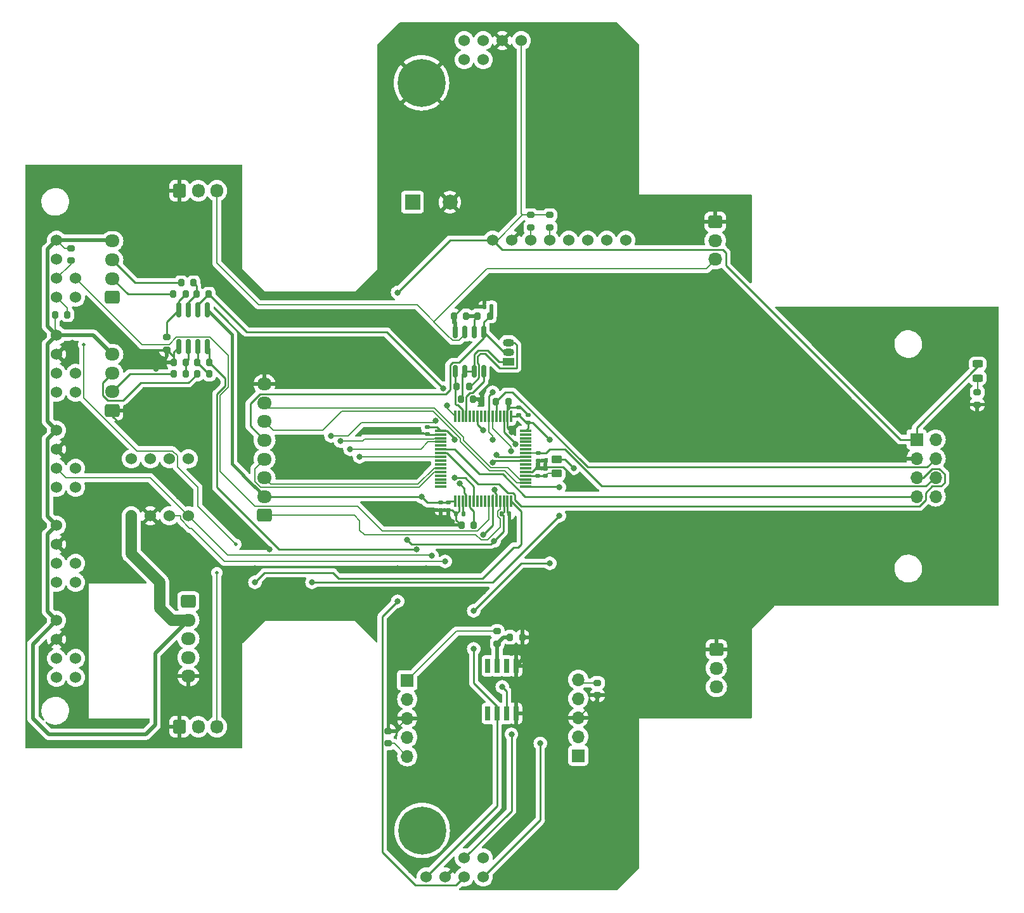
<source format=gbr>
%TF.GenerationSoftware,KiCad,Pcbnew,7.0.9*%
%TF.CreationDate,2024-12-19T19:35:33+09:00*%
%TF.ProjectId,01-MAIN,30312d4d-4149-44e2-9e6b-696361645f70,rev?*%
%TF.SameCoordinates,Original*%
%TF.FileFunction,Copper,L2,Bot*%
%TF.FilePolarity,Positive*%
%FSLAX46Y46*%
G04 Gerber Fmt 4.6, Leading zero omitted, Abs format (unit mm)*
G04 Created by KiCad (PCBNEW 7.0.9) date 2024-12-19 19:35:33*
%MOMM*%
%LPD*%
G01*
G04 APERTURE LIST*
G04 Aperture macros list*
%AMRoundRect*
0 Rectangle with rounded corners*
0 $1 Rounding radius*
0 $2 $3 $4 $5 $6 $7 $8 $9 X,Y pos of 4 corners*
0 Add a 4 corners polygon primitive as box body*
4,1,4,$2,$3,$4,$5,$6,$7,$8,$9,$2,$3,0*
0 Add four circle primitives for the rounded corners*
1,1,$1+$1,$2,$3*
1,1,$1+$1,$4,$5*
1,1,$1+$1,$6,$7*
1,1,$1+$1,$8,$9*
0 Add four rect primitives between the rounded corners*
20,1,$1+$1,$2,$3,$4,$5,0*
20,1,$1+$1,$4,$5,$6,$7,0*
20,1,$1+$1,$6,$7,$8,$9,0*
20,1,$1+$1,$8,$9,$2,$3,0*%
G04 Aperture macros list end*
%TA.AperFunction,ComponentPad*%
%ADD10C,0.800000*%
%TD*%
%TA.AperFunction,ComponentPad*%
%ADD11C,6.400000*%
%TD*%
%TA.AperFunction,ComponentPad*%
%ADD12RoundRect,0.250000X-0.725000X0.600000X-0.725000X-0.600000X0.725000X-0.600000X0.725000X0.600000X0*%
%TD*%
%TA.AperFunction,ComponentPad*%
%ADD13O,1.950000X1.700000*%
%TD*%
%TA.AperFunction,ComponentPad*%
%ADD14RoundRect,0.250000X0.725000X-0.600000X0.725000X0.600000X-0.725000X0.600000X-0.725000X-0.600000X0*%
%TD*%
%TA.AperFunction,ComponentPad*%
%ADD15C,1.524000*%
%TD*%
%TA.AperFunction,ComponentPad*%
%ADD16RoundRect,0.250000X-0.600000X-0.675000X0.600000X-0.675000X0.600000X0.675000X-0.600000X0.675000X0*%
%TD*%
%TA.AperFunction,ComponentPad*%
%ADD17O,1.700000X1.850000*%
%TD*%
%TA.AperFunction,ComponentPad*%
%ADD18RoundRect,0.250000X-0.675000X0.600000X-0.675000X-0.600000X0.675000X-0.600000X0.675000X0.600000X0*%
%TD*%
%TA.AperFunction,ComponentPad*%
%ADD19O,1.850000X1.700000*%
%TD*%
%TA.AperFunction,ComponentPad*%
%ADD20R,2.000000X2.000000*%
%TD*%
%TA.AperFunction,ComponentPad*%
%ADD21C,2.000000*%
%TD*%
%TA.AperFunction,ComponentPad*%
%ADD22R,1.700000X1.700000*%
%TD*%
%TA.AperFunction,ComponentPad*%
%ADD23O,1.700000X1.700000*%
%TD*%
%TA.AperFunction,SMDPad,CuDef*%
%ADD24RoundRect,0.200000X-0.275000X0.200000X-0.275000X-0.200000X0.275000X-0.200000X0.275000X0.200000X0*%
%TD*%
%TA.AperFunction,SMDPad,CuDef*%
%ADD25RoundRect,0.140000X-0.170000X0.140000X-0.170000X-0.140000X0.170000X-0.140000X0.170000X0.140000X0*%
%TD*%
%TA.AperFunction,SMDPad,CuDef*%
%ADD26RoundRect,0.200000X-0.200000X-0.275000X0.200000X-0.275000X0.200000X0.275000X-0.200000X0.275000X0*%
%TD*%
%TA.AperFunction,SMDPad,CuDef*%
%ADD27RoundRect,0.200000X0.275000X-0.200000X0.275000X0.200000X-0.275000X0.200000X-0.275000X-0.200000X0*%
%TD*%
%TA.AperFunction,SMDPad,CuDef*%
%ADD28RoundRect,0.200000X0.200000X0.275000X-0.200000X0.275000X-0.200000X-0.275000X0.200000X-0.275000X0*%
%TD*%
%TA.AperFunction,SMDPad,CuDef*%
%ADD29RoundRect,0.075000X0.700000X0.075000X-0.700000X0.075000X-0.700000X-0.075000X0.700000X-0.075000X0*%
%TD*%
%TA.AperFunction,SMDPad,CuDef*%
%ADD30RoundRect,0.075000X0.075000X0.700000X-0.075000X0.700000X-0.075000X-0.700000X0.075000X-0.700000X0*%
%TD*%
%TA.AperFunction,SMDPad,CuDef*%
%ADD31RoundRect,0.140000X0.170000X-0.140000X0.170000X0.140000X-0.170000X0.140000X-0.170000X-0.140000X0*%
%TD*%
%TA.AperFunction,SMDPad,CuDef*%
%ADD32RoundRect,0.243750X0.456250X-0.243750X0.456250X0.243750X-0.456250X0.243750X-0.456250X-0.243750X0*%
%TD*%
%TA.AperFunction,SMDPad,CuDef*%
%ADD33RoundRect,0.250000X-0.450000X0.262500X-0.450000X-0.262500X0.450000X-0.262500X0.450000X0.262500X0*%
%TD*%
%TA.AperFunction,SMDPad,CuDef*%
%ADD34RoundRect,0.150000X0.150000X-0.675000X0.150000X0.675000X-0.150000X0.675000X-0.150000X-0.675000X0*%
%TD*%
%TA.AperFunction,ComponentPad*%
%ADD35R,1.500000X1.050000*%
%TD*%
%TA.AperFunction,ComponentPad*%
%ADD36O,1.500000X1.050000*%
%TD*%
%TA.AperFunction,SMDPad,CuDef*%
%ADD37RoundRect,0.140000X0.140000X0.170000X-0.140000X0.170000X-0.140000X-0.170000X0.140000X-0.170000X0*%
%TD*%
%TA.AperFunction,SMDPad,CuDef*%
%ADD38RoundRect,0.045750X-0.259250X0.904250X-0.259250X-0.904250X0.259250X-0.904250X0.259250X0.904250X0*%
%TD*%
%TA.AperFunction,SMDPad,CuDef*%
%ADD39RoundRect,0.150000X0.150000X-0.825000X0.150000X0.825000X-0.150000X0.825000X-0.150000X-0.825000X0*%
%TD*%
%TA.AperFunction,ViaPad*%
%ADD40C,0.800000*%
%TD*%
%TA.AperFunction,ViaPad*%
%ADD41C,0.500000*%
%TD*%
%TA.AperFunction,Conductor*%
%ADD42C,0.250000*%
%TD*%
%TA.AperFunction,Conductor*%
%ADD43C,0.200000*%
%TD*%
%TA.AperFunction,Conductor*%
%ADD44C,0.500000*%
%TD*%
%TA.AperFunction,Conductor*%
%ADD45C,1.500000*%
%TD*%
%TA.AperFunction,Conductor*%
%ADD46C,0.400000*%
%TD*%
G04 APERTURE END LIST*
D10*
%TO.P,H2,1,1*%
%TO.N,GND*%
X95902944Y-47702944D03*
X97600000Y-51800000D03*
X97600000Y-48405888D03*
X98302944Y-50102944D03*
D11*
X95902944Y-50102944D03*
D10*
X95902944Y-52502944D03*
X94205888Y-48405888D03*
X94205888Y-51800000D03*
X93502944Y-50102944D03*
%TD*%
D12*
%TO.P,J2,1,Pin_1*%
%TO.N,+5V*%
X64770000Y-119380000D03*
D13*
%TO.P,J2,2,Pin_2*%
%TO.N,+3V3*%
X64770000Y-121880000D03*
%TO.P,J2,3,Pin_3*%
%TO.N,UART2_TX*%
X64770000Y-124380000D03*
%TO.P,J2,4,Pin_4*%
%TO.N,UART2_RX*%
X64770000Y-126880000D03*
%TO.P,J2,5,Pin_5*%
%TO.N,GND*%
X64770000Y-129380000D03*
%TD*%
D14*
%TO.P,J7,1,Pin_1*%
%TO.N,GND*%
X54610000Y-78740000D03*
D13*
%TO.P,J7,2,Pin_2*%
%TO.N,Net-(J7-Pin_2)*%
X54610000Y-76240000D03*
%TO.P,J7,3,Pin_3*%
%TO.N,Net-(J7-Pin_3)*%
X54610000Y-73740000D03*
%TO.P,J7,4,Pin_4*%
%TO.N,+3V3*%
X54610000Y-71240000D03*
%TD*%
D15*
%TO.P,U10,1,3V3*%
%TO.N,+3V3*%
X47173000Y-96520000D03*
%TO.P,U10,2,GND*%
%TO.N,GND*%
X47173000Y-99060000D03*
%TO.P,U10,3,SCL*%
%TO.N,I2C1_SCL*%
X47173000Y-101600000D03*
%TO.P,U10,4,SDA*%
%TO.N,I2C1_SDA*%
X47173000Y-104140000D03*
%TO.P,U10,5,XSHUT*%
%TO.N,XSHUT5*%
X49713000Y-101600000D03*
%TO.P,U10,6,GPIO*%
%TO.N,unconnected-(U10-GPIO-Pad6)*%
X49713000Y-104140000D03*
%TD*%
%TO.P,U14,1,VCC*%
%TO.N,+3V3*%
X105410000Y-71120000D03*
%TO.P,U14,2,GND*%
%TO.N,GND*%
X107950000Y-71120000D03*
%TO.P,U14,3,SCL*%
%TO.N,I2C2_SCL*%
X110490000Y-71120000D03*
%TO.P,U14,4,SDA*%
%TO.N,I2C2_SDA*%
X113030000Y-71120000D03*
%TO.P,U14,5,XDA*%
%TO.N,unconnected-(U14-XDA-Pad5)*%
X115570000Y-71120000D03*
%TO.P,U14,6,XCL*%
%TO.N,unconnected-(U14-XCL-Pad6)*%
X118110000Y-71120000D03*
%TO.P,U14,7,AD0*%
%TO.N,unconnected-(U14-AD0-Pad7)*%
X120650000Y-71120000D03*
%TO.P,U14,8,INT*%
%TO.N,unconnected-(U14-INT-Pad8)*%
X123190000Y-71120000D03*
%TD*%
D16*
%TO.P,J6,1,Pin_1*%
%TO.N,GND*%
X63580000Y-136144000D03*
D17*
%TO.P,J6,2,Pin_2*%
%TO.N,Net-(J5-Pin_2)*%
X66080000Y-136144000D03*
%TO.P,J6,3,Pin_3*%
%TO.N,STS_SIG*%
X68580000Y-136144000D03*
%TD*%
D15*
%TO.P,U6,1,3V3*%
%TO.N,+3V3*%
X109220000Y-44450000D03*
%TO.P,U6,2,GND*%
%TO.N,GND*%
X106680000Y-44450000D03*
%TO.P,U6,3,SCL*%
%TO.N,I2C1_SCL*%
X104140000Y-44450000D03*
%TO.P,U6,4,SDA*%
%TO.N,I2C1_SDA*%
X101600000Y-44450000D03*
%TO.P,U6,5,XSHUT*%
%TO.N,XSHUT1*%
X104140000Y-46990000D03*
%TO.P,U6,6,GPIO*%
%TO.N,unconnected-(U6-GPIO-Pad6)*%
X101600000Y-46990000D03*
%TD*%
%TO.P,U8,1,3V3*%
%TO.N,+3V3*%
X47173000Y-71120000D03*
%TO.P,U8,2,GND*%
%TO.N,GND*%
X47173000Y-73660000D03*
%TO.P,U8,3,SCL*%
%TO.N,I2C1_SCL*%
X47173000Y-76200000D03*
%TO.P,U8,4,SDA*%
%TO.N,I2C1_SDA*%
X47173000Y-78740000D03*
%TO.P,U8,5,XSHUT*%
%TO.N,XSHUT3*%
X49713000Y-76200000D03*
%TO.P,U8,6,GPIO*%
%TO.N,unconnected-(U8-GPIO-Pad6)*%
X49713000Y-78740000D03*
%TD*%
%TO.P,U7,1,3V3*%
%TO.N,+3V3*%
X96520000Y-156210000D03*
%TO.P,U7,2,GND*%
%TO.N,GND*%
X99060000Y-156210000D03*
%TO.P,U7,3,SCL*%
%TO.N,I2C1_SCL*%
X101600000Y-156210000D03*
%TO.P,U7,4,SDA*%
%TO.N,I2C1_SDA*%
X104140000Y-156210000D03*
%TO.P,U7,5,XSHUT*%
%TO.N,XSHUT2*%
X101600000Y-153670000D03*
%TO.P,U7,6,GPIO*%
%TO.N,unconnected-(U7-GPIO-Pad6)*%
X104140000Y-153670000D03*
%TD*%
D18*
%TO.P,J3,1,Pin_1*%
%TO.N,GND*%
X135270000Y-125810000D03*
D19*
%TO.P,J3,2,Pin_2*%
%TO.N,Net-(J3-Pin_2)*%
X135270000Y-128310000D03*
%TO.P,J3,3,Pin_3*%
%TO.N,STS_SIG*%
X135270000Y-130810000D03*
%TD*%
D15*
%TO.P,U9,1,3V3*%
%TO.N,+3V3*%
X47173000Y-83820000D03*
%TO.P,U9,2,GND*%
%TO.N,GND*%
X47173000Y-86360000D03*
%TO.P,U9,3,SCL*%
%TO.N,I2C1_SCL*%
X47173000Y-88900000D03*
%TO.P,U9,4,SDA*%
%TO.N,I2C1_SDA*%
X47173000Y-91440000D03*
%TO.P,U9,5,XSHUT*%
%TO.N,XSHUT4*%
X49713000Y-88900000D03*
%TO.P,U9,6,GPIO*%
%TO.N,unconnected-(U9-GPIO-Pad6)*%
X49713000Y-91440000D03*
%TD*%
%TO.P,U13,1,VIN*%
%TO.N,+3V3*%
X57150000Y-107950000D03*
%TO.P,U13,2,GND*%
%TO.N,GND*%
X59690000Y-107950000D03*
%TO.P,U13,3,SDA*%
%TO.N,I2C1_SDA*%
X62230000Y-107950000D03*
%TO.P,U13,4,SCL*%
%TO.N,I2C1_SCL*%
X64770000Y-107950000D03*
%TO.P,U13,5,RST*%
%TO.N,unconnected-(U13-RST-Pad5)*%
X64770000Y-100330000D03*
%TO.P,U13,6,INT*%
%TO.N,unconnected-(U13-INT-Pad6)*%
X62230000Y-100330000D03*
%TO.P,U13,7,GND*%
%TO.N,unconnected-(U13-GND-Pad7)*%
X59690000Y-100330000D03*
%TO.P,U13,8,VOUT*%
%TO.N,unconnected-(U13-VOUT-Pad8)*%
X57150000Y-100330000D03*
%TD*%
D14*
%TO.P,J8,1,Pin_1*%
%TO.N,GND*%
X54610000Y-93860000D03*
D13*
%TO.P,J8,2,Pin_2*%
%TO.N,Net-(J8-Pin_2)*%
X54610000Y-91360000D03*
%TO.P,J8,3,Pin_3*%
%TO.N,Net-(J8-Pin_3)*%
X54610000Y-88860000D03*
%TO.P,J8,4,Pin_4*%
%TO.N,+3V3*%
X54610000Y-86360000D03*
%TD*%
D20*
%TO.P,BZ1,1,-*%
%TO.N,buzzer*%
X94695000Y-66040000D03*
D21*
%TO.P,BZ1,2,+*%
%TO.N,GND*%
X99695000Y-66040000D03*
%TD*%
D18*
%TO.P,J4,1,Pin_1*%
%TO.N,GND*%
X135128000Y-68660000D03*
D19*
%TO.P,J4,2,Pin_2*%
%TO.N,Net-(J3-Pin_2)*%
X135128000Y-71160000D03*
%TO.P,J4,3,Pin_3*%
%TO.N,STS_SIG*%
X135128000Y-73660000D03*
%TD*%
D16*
%TO.P,J5,1,Pin_1*%
%TO.N,GND*%
X63580000Y-64516000D03*
D17*
%TO.P,J5,2,Pin_2*%
%TO.N,Net-(J5-Pin_2)*%
X66080000Y-64516000D03*
%TO.P,J5,3,Pin_3*%
%TO.N,STS_SIG*%
X68580000Y-64516000D03*
%TD*%
D15*
%TO.P,U11,1,3V3*%
%TO.N,+3V3*%
X47173000Y-109220000D03*
%TO.P,U11,2,GND*%
%TO.N,GND*%
X47173000Y-111760000D03*
%TO.P,U11,3,SCL*%
%TO.N,I2C1_SCL*%
X47173000Y-114300000D03*
%TO.P,U11,4,SDA*%
%TO.N,I2C1_SDA*%
X47173000Y-116840000D03*
%TO.P,U11,5,XSHUT*%
%TO.N,XSHUT6*%
X49713000Y-114300000D03*
%TO.P,U11,6,GPIO*%
%TO.N,unconnected-(U11-GPIO-Pad6)*%
X49713000Y-116840000D03*
%TD*%
D22*
%TO.P,U2,1,VIN*%
%TO.N,VDD*%
X116840000Y-140000000D03*
D23*
%TO.P,U2,2,VOUT*%
%TO.N,Net-(J3-Pin_2)*%
X116840000Y-137460000D03*
%TO.P,U2,3,GND*%
%TO.N,GND*%
X116840000Y-134920000D03*
%TO.P,U2,4,EN*%
%TO.N,unconnected-(U2-EN-Pad4)*%
X116840000Y-132380000D03*
%TO.P,U2,5,Trim*%
%TO.N,Net-(U2-Trim)*%
X116840000Y-129840000D03*
%TD*%
D15*
%TO.P,U12,1,3V3*%
%TO.N,+3V3*%
X47173000Y-121920000D03*
%TO.P,U12,2,GND*%
%TO.N,GND*%
X47173000Y-124460000D03*
%TO.P,U12,3,SCL*%
%TO.N,I2C1_SCL*%
X47173000Y-127000000D03*
%TO.P,U12,4,SDA*%
%TO.N,I2C1_SDA*%
X47173000Y-129540000D03*
%TO.P,U12,5,XSHUT*%
%TO.N,XSHUT7*%
X49713000Y-127000000D03*
%TO.P,U12,6,GPIO*%
%TO.N,unconnected-(U12-GPIO-Pad6)*%
X49713000Y-129540000D03*
%TD*%
D14*
%TO.P,J9,1,Pin_1*%
%TO.N,LoPSwitch*%
X74930000Y-107870000D03*
D13*
%TO.P,J9,2,Pin_2*%
%TO.N,+3V3*%
X74930000Y-105370000D03*
%TO.P,J9,3,Pin_3*%
%TO.N,OpenMV->MAIN*%
X74930000Y-102870000D03*
%TO.P,J9,4,Pin_4*%
%TO.N,MAIN->OpenMV*%
X74930000Y-100370000D03*
%TO.P,J9,5,Pin_5*%
%TO.N,+5V*%
X74930000Y-97870000D03*
%TO.P,J9,6,Pin_6*%
%TO.N,PWR->MAIN*%
X74930000Y-95370000D03*
%TO.P,J9,7,Pin_7*%
%TO.N,MAIN->PWR*%
X74930000Y-92870000D03*
%TO.P,J9,8,Pin_8*%
%TO.N,GND*%
X74930000Y-90370000D03*
%TD*%
D22*
%TO.P,U3,1,VIN*%
%TO.N,VDD*%
X94000000Y-129925000D03*
D23*
%TO.P,U3,2,VOUT*%
%TO.N,Net-(J5-Pin_2)*%
X94000000Y-132465000D03*
%TO.P,U3,3,GND*%
%TO.N,GND*%
X94000000Y-135005000D03*
%TO.P,U3,4,EN*%
%TO.N,unconnected-(U3-EN-Pad4)*%
X94000000Y-137545000D03*
%TO.P,U3,5,Trim*%
%TO.N,Net-(U3-Trim)*%
X94000000Y-140085000D03*
%TD*%
D10*
%TO.P,H1,1,1*%
%TO.N,VDD*%
X93600000Y-150000000D03*
X94302944Y-148302944D03*
X94302944Y-151697056D03*
X96000000Y-147600000D03*
D11*
X96000000Y-150000000D03*
D10*
X96000000Y-152400000D03*
X97697056Y-148302944D03*
X97697056Y-151697056D03*
X98400000Y-150000000D03*
%TD*%
D24*
%TO.P,R12,1*%
%TO.N,Net-(U5B-+)*%
X61849000Y-84107000D03*
%TO.P,R12,2*%
%TO.N,GND*%
X61849000Y-85757000D03*
%TD*%
D25*
%TO.P,C10,1*%
%TO.N,GND*%
X112435000Y-101660000D03*
%TO.P,C10,2*%
%TO.N,Net-(U1-VDDA)*%
X112435000Y-102620000D03*
%TD*%
D26*
%TO.P,R5,1*%
%TO.N,Net-(Q1-E)*%
X101136500Y-92339500D03*
%TO.P,R5,2*%
%TO.N,GND*%
X102786500Y-92339500D03*
%TD*%
D27*
%TO.P,R18,1*%
%TO.N,I2C2_SCL*%
X110490000Y-69405000D03*
%TO.P,R18,2*%
%TO.N,+3V3*%
X110490000Y-67755000D03*
%TD*%
D28*
%TO.P,R15,1*%
%TO.N,LOADCEL_L*%
X67563000Y-87472000D03*
%TO.P,R15,2*%
%TO.N,Net-(U5A--)*%
X65913000Y-87472000D03*
%TD*%
D29*
%TO.P,U1,1,VBAT*%
%TO.N,+3V3*%
X109815000Y-96580000D03*
%TO.P,U1,2,PC13*%
%TO.N,unconnected-(U1-PC13-Pad2)*%
X109815000Y-97080000D03*
%TO.P,U1,3,PC14*%
%TO.N,unconnected-(U1-PC14-Pad3)*%
X109815000Y-97580000D03*
%TO.P,U1,4,PC15*%
%TO.N,unconnected-(U1-PC15-Pad4)*%
X109815000Y-98080000D03*
%TO.P,U1,5,PH0*%
%TO.N,unconnected-(U1-PH0-Pad5)*%
X109815000Y-98580000D03*
%TO.P,U1,6,PH1*%
%TO.N,unconnected-(U1-PH1-Pad6)*%
X109815000Y-99080000D03*
%TO.P,U1,7,NRST*%
%TO.N,NRST*%
X109815000Y-99580000D03*
%TO.P,U1,8,PC0*%
%TO.N,LOADCEL_R*%
X109815000Y-100080000D03*
%TO.P,U1,9,PC1*%
%TO.N,LOADCEL_L*%
X109815000Y-100580000D03*
%TO.P,U1,10,PC2*%
%TO.N,unconnected-(U1-PC2-Pad10)*%
X109815000Y-101080000D03*
%TO.P,U1,11,PC3*%
%TO.N,unconnected-(U1-PC3-Pad11)*%
X109815000Y-101580000D03*
%TO.P,U1,12,VSSA*%
%TO.N,GND*%
X109815000Y-102080000D03*
%TO.P,U1,13,VDDA*%
%TO.N,Net-(U1-VDDA)*%
X109815000Y-102580000D03*
%TO.P,U1,14,PA0*%
%TO.N,MAIN->PWR*%
X109815000Y-103080000D03*
%TO.P,U1,15,PA1*%
%TO.N,PWR->MAIN*%
X109815000Y-103580000D03*
%TO.P,U1,16,PA2*%
%TO.N,UART2_TX*%
X109815000Y-104080000D03*
D30*
%TO.P,U1,17,PA3*%
%TO.N,UART2_RX*%
X107890000Y-106005000D03*
%TO.P,U1,18,VSS*%
%TO.N,GND*%
X107390000Y-106005000D03*
%TO.P,U1,19,VDD*%
%TO.N,+3V3*%
X106890000Y-106005000D03*
%TO.P,U1,20,PA4*%
%TO.N,LoPSwitch*%
X106390000Y-106005000D03*
%TO.P,U1,21,PA5*%
%TO.N,XSHUT1*%
X105890000Y-106005000D03*
%TO.P,U1,22,PA6*%
%TO.N,XSHUT2*%
X105390000Y-106005000D03*
%TO.P,U1,23,PA7*%
%TO.N,XSHUT3*%
X104890000Y-106005000D03*
%TO.P,U1,24,PC4*%
%TO.N,unconnected-(U1-PC4-Pad24)*%
X104390000Y-106005000D03*
%TO.P,U1,25,PC5*%
%TO.N,unconnected-(U1-PC5-Pad25)*%
X103890000Y-106005000D03*
%TO.P,U1,26,PB0*%
%TO.N,unconnected-(U1-PB0-Pad26)*%
X103390000Y-106005000D03*
%TO.P,U1,27,PB1*%
%TO.N,buzzer*%
X102890000Y-106005000D03*
%TO.P,U1,28,PB2*%
%TO.N,Net-(U1-PB2)*%
X102390000Y-106005000D03*
%TO.P,U1,29,PB10*%
%TO.N,I2C2_SCL*%
X101890000Y-106005000D03*
%TO.P,U1,30,VCAP_1*%
%TO.N,Net-(U1-VCAP_1)*%
X101390000Y-106005000D03*
%TO.P,U1,31,VSS*%
%TO.N,GND*%
X100890000Y-106005000D03*
%TO.P,U1,32,VDD*%
%TO.N,+3V3*%
X100390000Y-106005000D03*
D29*
%TO.P,U1,33,PB12*%
%TO.N,unconnected-(U1-PB12-Pad33)*%
X98465000Y-104080000D03*
%TO.P,U1,34,PB13*%
%TO.N,unconnected-(U1-PB13-Pad34)*%
X98465000Y-103580000D03*
%TO.P,U1,35,PB14*%
%TO.N,unconnected-(U1-PB14-Pad35)*%
X98465000Y-103080000D03*
%TO.P,U1,36,PB15*%
%TO.N,unconnected-(U1-PB15-Pad36)*%
X98465000Y-102580000D03*
%TO.P,U1,37,PC6*%
%TO.N,MAIN->OpenMV*%
X98465000Y-102080000D03*
%TO.P,U1,38,PC7*%
%TO.N,OpenMV->MAIN*%
X98465000Y-101580000D03*
%TO.P,U1,39,PC8*%
%TO.N,unconnected-(U1-PC8-Pad39)*%
X98465000Y-101080000D03*
%TO.P,U1,40,PC9*%
%TO.N,unconnected-(U1-PC9-Pad40)*%
X98465000Y-100580000D03*
%TO.P,U1,41,PA8*%
%TO.N,XSHUT4*%
X98465000Y-100080000D03*
%TO.P,U1,42,PA9*%
%TO.N,UART1_TX*%
X98465000Y-99580000D03*
%TO.P,U1,43,PA10*%
%TO.N,UART1_RX*%
X98465000Y-99080000D03*
%TO.P,U1,44,PA11*%
%TO.N,unconnected-(U1-PA11-Pad44)*%
X98465000Y-98580000D03*
%TO.P,U1,45,PA12*%
%TO.N,XSHUT5*%
X98465000Y-98080000D03*
%TO.P,U1,46,PA13*%
%TO.N,XSHUT6*%
X98465000Y-97580000D03*
%TO.P,U1,47,VSS*%
%TO.N,GND*%
X98465000Y-97080000D03*
%TO.P,U1,48,VDD*%
%TO.N,+3V3*%
X98465000Y-96580000D03*
D30*
%TO.P,U1,49,PA14*%
%TO.N,XSHUT7*%
X100390000Y-94655000D03*
%TO.P,U1,50,PA15*%
%TO.N,ToF_WS2812B*%
X100890000Y-94655000D03*
%TO.P,U1,51,PC10*%
%TO.N,UART3_TX*%
X101390000Y-94655000D03*
%TO.P,U1,52,PC11*%
%TO.N,UART3_RX*%
X101890000Y-94655000D03*
%TO.P,U1,53,PC12*%
%TO.N,UART5_TX*%
X102390000Y-94655000D03*
%TO.P,U1,54,PD2*%
%TO.N,UART5_RX*%
X102890000Y-94655000D03*
%TO.P,U1,55,PB3*%
%TO.N,I2C2_SDA*%
X103390000Y-94655000D03*
%TO.P,U1,56,PB4*%
%TO.N,unconnected-(U1-PB4-Pad56)*%
X103890000Y-94655000D03*
%TO.P,U1,57,PB5*%
%TO.N,unconnected-(U1-PB5-Pad57)*%
X104390000Y-94655000D03*
%TO.P,U1,58,PB6*%
%TO.N,I2C1_SCL*%
X104890000Y-94655000D03*
%TO.P,U1,59,PB7*%
%TO.N,I2C1_SDA*%
X105390000Y-94655000D03*
%TO.P,U1,60,BOOT0*%
%TO.N,BOOT0*%
X105890000Y-94655000D03*
%TO.P,U1,61,PB8*%
%TO.N,unconnected-(U1-PB8-Pad61)*%
X106390000Y-94655000D03*
%TO.P,U1,62,PB9*%
%TO.N,Battery_obs*%
X106890000Y-94655000D03*
%TO.P,U1,63,VSS*%
%TO.N,GND*%
X107390000Y-94655000D03*
%TO.P,U1,64,VDD*%
%TO.N,+3V3*%
X107890000Y-94655000D03*
%TD*%
D31*
%TO.P,C6,1*%
%TO.N,GND*%
X96687000Y-97032000D03*
%TO.P,C6,2*%
%TO.N,+3V3*%
X96687000Y-96072000D03*
%TD*%
D26*
%TO.P,R23,1*%
%TO.N,Net-(U15-IN)*%
X107715000Y-124190000D03*
%TO.P,R23,2*%
%TO.N,GND*%
X109365000Y-124190000D03*
%TD*%
%TO.P,R7,1*%
%TO.N,GND*%
X100211500Y-81252500D03*
%TO.P,R7,2*%
%TO.N,Net-(U4-B)*%
X101861500Y-81252500D03*
%TD*%
D25*
%TO.P,C3,1*%
%TO.N,GND*%
X110149000Y-94520000D03*
%TO.P,C3,2*%
%TO.N,+3V3*%
X110149000Y-95480000D03*
%TD*%
D32*
%TO.P,D1,1,K*%
%TO.N,Net-(D1-K)*%
X170180000Y-89535931D03*
%TO.P,D1,2,A*%
%TO.N,+3V3*%
X170180000Y-87660931D03*
%TD*%
D28*
%TO.P,R4,1*%
%TO.N,Net-(Q1-B)*%
X102242500Y-90650500D03*
%TO.P,R4,2*%
%TO.N,UART3_TX*%
X100592500Y-90650500D03*
%TD*%
D24*
%TO.P,R22,1*%
%TO.N,Net-(U2-Trim)*%
X119380000Y-130285000D03*
%TO.P,R22,2*%
%TO.N,GND*%
X119380000Y-131935000D03*
%TD*%
D28*
%TO.P,R11,1*%
%TO.N,Net-(U5A--)*%
X67563000Y-88996000D03*
%TO.P,R11,2*%
%TO.N,Net-(J8-Pin_3)*%
X65913000Y-88996000D03*
%TD*%
D24*
%TO.P,R20,1*%
%TO.N,VDD*%
X106000000Y-123365000D03*
%TO.P,R20,2*%
%TO.N,Net-(U15-IN)*%
X106000000Y-125015000D03*
%TD*%
D28*
%TO.P,R13,1*%
%TO.N,LOADCEL_R*%
X67500000Y-78328000D03*
%TO.P,R13,2*%
%TO.N,Net-(U5B--)*%
X65850000Y-78328000D03*
%TD*%
%TO.P,R6,1*%
%TO.N,+5V*%
X105036500Y-81252500D03*
%TO.P,R6,2*%
%TO.N,Net-(U4-B)*%
X103386500Y-81252500D03*
%TD*%
D25*
%TO.P,C8,1*%
%TO.N,GND*%
X108879000Y-93504000D03*
%TO.P,C8,2*%
%TO.N,+3V3*%
X108879000Y-94464000D03*
%TD*%
D33*
%TO.P,FB1,1*%
%TO.N,+3V3*%
X113959000Y-100437500D03*
%TO.P,FB1,2*%
%TO.N,Net-(U1-VDDA)*%
X113959000Y-102262500D03*
%TD*%
D34*
%TO.P,U4,1,RO*%
%TO.N,UART3_RX*%
X104211500Y-88618500D03*
%TO.P,U4,2,~{RE}*%
%TO.N,Net-(Q1-E)*%
X102941500Y-88618500D03*
%TO.P,U4,3,DE*%
X101671500Y-88618500D03*
%TO.P,U4,4,DI*%
%TO.N,UART3_TX*%
X100401500Y-88618500D03*
%TO.P,U4,5,GND*%
%TO.N,GND*%
X100401500Y-83368500D03*
%TO.P,U4,6,A*%
%TO.N,STS_SIG*%
X101671500Y-83368500D03*
%TO.P,U4,7,B*%
%TO.N,Net-(U4-B)*%
X102941500Y-83368500D03*
%TO.P,U4,8,VCC*%
%TO.N,+5V*%
X104211500Y-83368500D03*
%TD*%
D35*
%TO.P,Q1,1,E*%
%TO.N,Net-(Q1-E)*%
X107513500Y-87348500D03*
D36*
%TO.P,Q1,2,C*%
%TO.N,+5V*%
X107513500Y-86078500D03*
%TO.P,Q1,3,B*%
%TO.N,Net-(Q1-B)*%
X107513500Y-84808500D03*
%TD*%
D27*
%TO.P,R3,1*%
%TO.N,GND*%
X170115000Y-93090000D03*
%TO.P,R3,2*%
%TO.N,Net-(D1-K)*%
X170115000Y-91440000D03*
%TD*%
D24*
%TO.P,R19,1*%
%TO.N,+3V3*%
X113030000Y-67755000D03*
%TO.P,R19,2*%
%TO.N,I2C2_SDA*%
X113030000Y-69405000D03*
%TD*%
D37*
%TO.P,C11,1*%
%TO.N,+5V*%
X105255000Y-80010000D03*
%TO.P,C11,2*%
%TO.N,GND*%
X104295000Y-80010000D03*
%TD*%
D26*
%TO.P,R8,1*%
%TO.N,Net-(J7-Pin_2)*%
X62739000Y-78328000D03*
%TO.P,R8,2*%
%TO.N,Net-(U5B-+)*%
X64389000Y-78328000D03*
%TD*%
D38*
%TO.P,U15,1,NC*%
%TO.N,unconnected-(U15-NC-Pad1)*%
X104730000Y-128000000D03*
%TO.P,U15,2,IN*%
%TO.N,Net-(U15-IN)*%
X106000000Y-128000000D03*
%TO.P,U15,3,NC*%
%TO.N,unconnected-(U15-NC-Pad3)*%
X107270000Y-128000000D03*
%TO.P,U15,4,GND*%
%TO.N,GND*%
X108540000Y-128000000D03*
%TO.P,U15,5,DLY*%
X108540000Y-134350000D03*
%TO.P,U15,6,OUT*%
%TO.N,Battery_obs*%
X107270000Y-134350000D03*
%TO.P,U15,7,VDD*%
%TO.N,+3V3*%
X106000000Y-134350000D03*
%TO.P,U15,8,NC*%
%TO.N,unconnected-(U15-NC-Pad8)*%
X104730000Y-134350000D03*
%TD*%
D26*
%TO.P,R17,1*%
%TO.N,+3V3*%
X46983000Y-81090000D03*
%TO.P,R17,2*%
%TO.N,I2C1_SDA*%
X48633000Y-81090000D03*
%TD*%
D25*
%TO.P,C9,1*%
%TO.N,GND*%
X111419000Y-101632000D03*
%TO.P,C9,2*%
%TO.N,Net-(U1-VDDA)*%
X111419000Y-102592000D03*
%TD*%
%TO.P,C7,1*%
%TO.N,+3V3*%
X98465000Y-106204000D03*
%TO.P,C7,2*%
%TO.N,GND*%
X98465000Y-107164000D03*
%TD*%
D26*
%TO.P,R1,1*%
%TO.N,BOOT0*%
X105855000Y-92710000D03*
%TO.P,R1,2*%
%TO.N,GND*%
X107505000Y-92710000D03*
%TD*%
D31*
%TO.P,C5,1*%
%TO.N,GND*%
X99481000Y-107164000D03*
%TO.P,C5,2*%
%TO.N,+3V3*%
X99481000Y-106204000D03*
%TD*%
D26*
%TO.P,R10,1*%
%TO.N,Net-(J8-Pin_2)*%
X62802000Y-88996000D03*
%TO.P,R10,2*%
%TO.N,Net-(U5A-+)*%
X64452000Y-88996000D03*
%TD*%
D37*
%TO.P,C4,1*%
%TO.N,GND*%
X107581000Y-107700000D03*
%TO.P,C4,2*%
%TO.N,+3V3*%
X106621000Y-107700000D03*
%TD*%
D27*
%TO.P,R16,1*%
%TO.N,I2C1_SCL*%
X49078000Y-73850000D03*
%TO.P,R16,2*%
%TO.N,+3V3*%
X49078000Y-72200000D03*
%TD*%
D22*
%TO.P,J1,1,Pin_1*%
%TO.N,+3V3*%
X162015000Y-97750000D03*
D23*
%TO.P,J1,2,Pin_2*%
%TO.N,unconnected-(J1-Pin_2-Pad2)*%
X164555000Y-97750000D03*
%TO.P,J1,3,Pin_3*%
%TO.N,GND*%
X162015000Y-100290000D03*
%TO.P,J1,4,Pin_4*%
%TO.N,BOOT0*%
X164555000Y-100290000D03*
%TO.P,J1,5,Pin_5*%
%TO.N,UART1_TX*%
X162015000Y-102830000D03*
%TO.P,J1,6,Pin_6*%
%TO.N,NRST*%
X164555000Y-102830000D03*
%TO.P,J1,7,Pin_7*%
%TO.N,UART1_RX*%
X162015000Y-105370000D03*
%TO.P,J1,8,Pin_8*%
%TO.N,unconnected-(J1-Pin_8-Pad8)*%
X164555000Y-105370000D03*
%TD*%
D39*
%TO.P,U5,1*%
%TO.N,LOADCEL_L*%
X67310000Y-85375000D03*
%TO.P,U5,2,-*%
%TO.N,Net-(U5A--)*%
X66040000Y-85375000D03*
%TO.P,U5,3,+*%
%TO.N,Net-(U5A-+)*%
X64770000Y-85375000D03*
%TO.P,U5,4,V-*%
%TO.N,GND*%
X63500000Y-85375000D03*
%TO.P,U5,5,+*%
%TO.N,Net-(U5B-+)*%
X63500000Y-80425000D03*
%TO.P,U5,6,-*%
%TO.N,Net-(U5B--)*%
X64770000Y-80425000D03*
%TO.P,U5,7*%
%TO.N,LOADCEL_R*%
X66040000Y-80425000D03*
%TO.P,U5,8,V+*%
%TO.N,+3V3*%
X67310000Y-80425000D03*
%TD*%
D27*
%TO.P,R21,1*%
%TO.N,Net-(U3-Trim)*%
X91460000Y-138370000D03*
%TO.P,R21,2*%
%TO.N,GND*%
X91460000Y-136720000D03*
%TD*%
D31*
%TO.P,C1,1*%
%TO.N,GND*%
X111506000Y-100556000D03*
%TO.P,C1,2*%
%TO.N,NRST*%
X111506000Y-99596000D03*
%TD*%
D28*
%TO.P,R2,1*%
%TO.N,Net-(U1-PB2)*%
X102870000Y-109220000D03*
%TO.P,R2,2*%
%TO.N,GND*%
X101220000Y-109220000D03*
%TD*%
%TO.P,R14,1*%
%TO.N,Net-(U5A-+)*%
X64452000Y-87472000D03*
%TO.P,R14,2*%
%TO.N,GND*%
X62802000Y-87472000D03*
%TD*%
D37*
%TO.P,C2,1*%
%TO.N,Net-(U1-VCAP_1)*%
X101485000Y-107700000D03*
%TO.P,C2,2*%
%TO.N,GND*%
X100525000Y-107700000D03*
%TD*%
D28*
%TO.P,R9,1*%
%TO.N,Net-(U5B--)*%
X65468000Y-76804000D03*
%TO.P,R9,2*%
%TO.N,Net-(J7-Pin_3)*%
X63818000Y-76804000D03*
%TD*%
D40*
%TO.N,buzzer*%
X100330000Y-102870000D03*
%TO.N,GND*%
X171450000Y-82550000D03*
X124460000Y-100076000D03*
X56515000Y-96520000D03*
X138176000Y-78232000D03*
X64135000Y-74295000D03*
X71120000Y-62230000D03*
X160020000Y-94615000D03*
X110490000Y-76454000D03*
X58166000Y-86106000D03*
X113284000Y-94488000D03*
X128905000Y-133350000D03*
X118110000Y-76200000D03*
X171450000Y-108585000D03*
X49530000Y-111125000D03*
X92710000Y-106680000D03*
X53340000Y-96520000D03*
X96520000Y-114935000D03*
X43815000Y-122555000D03*
X100965000Y-139700000D03*
X60452000Y-88271500D03*
X67310000Y-106045000D03*
X50038000Y-80518000D03*
X121920000Y-45085000D03*
X138430000Y-133350000D03*
X135128000Y-75692000D03*
X93345000Y-96520000D03*
X123952000Y-108204000D03*
X138430000Y-74295000D03*
X71120000Y-72390000D03*
X121920000Y-154305000D03*
X51308000Y-79502000D03*
X139065000Y-108585000D03*
X54610000Y-98425000D03*
X76835000Y-78740000D03*
X58420000Y-135890000D03*
X125730000Y-71120000D03*
X107315000Y-46990000D03*
X130175000Y-125730000D03*
X69850000Y-118745000D03*
X100330000Y-118110000D03*
X99060000Y-43180000D03*
X108585000Y-116840000D03*
X107954299Y-96769701D03*
X92710000Y-114935000D03*
X110998000Y-92456000D03*
X146050000Y-81280000D03*
X93980000Y-126365000D03*
X118110000Y-68580000D03*
X106045000Y-151765000D03*
X49276000Y-84836000D03*
X71120000Y-127635000D03*
X135255000Y-108585000D03*
X73660000Y-114935000D03*
X118110000Y-104140000D03*
X44450000Y-69850000D03*
X43815000Y-137795000D03*
X135636000Y-100076000D03*
X60960000Y-106045000D03*
X106680000Y-156845000D03*
X95885000Y-73025000D03*
X70485000Y-137795000D03*
X92075000Y-140970000D03*
X138430000Y-66675000D03*
X43815000Y-62230000D03*
X92710000Y-44450000D03*
X50165000Y-135255000D03*
X63500000Y-105410000D03*
X43815000Y-96520000D03*
X81915000Y-98425000D03*
X94615000Y-101600000D03*
X125476000Y-76200000D03*
X103886000Y-92964000D03*
X55245000Y-62230000D03*
X97790000Y-108585000D03*
X68580000Y-90170000D03*
X100330000Y-114935000D03*
X121920000Y-140335000D03*
X49530000Y-93345000D03*
X67310000Y-93345000D03*
X138684000Y-100076000D03*
X78105000Y-102235000D03*
X86995000Y-102235000D03*
X50800000Y-119380000D03*
X157988000Y-99568000D03*
X75565000Y-112395000D03*
X109855000Y-145415000D03*
X140208000Y-120396000D03*
X90170000Y-76835000D03*
X73025000Y-81915000D03*
X49530000Y-99695000D03*
X63754000Y-69342000D03*
X129794000Y-78994000D03*
X107188000Y-76454000D03*
X49276000Y-82550000D03*
X94488000Y-155346400D03*
X49276000Y-87122000D03*
X124206000Y-128524000D03*
X113665000Y-137795000D03*
X52070000Y-100584000D03*
X129540000Y-100076000D03*
X171450000Y-118110000D03*
X105664000Y-89154000D03*
X59055000Y-74930000D03*
X107950000Y-109220000D03*
X43815000Y-83820000D03*
X118618000Y-100076000D03*
X104140000Y-118110000D03*
X172085000Y-94615000D03*
X123825000Y-66040000D03*
X54610000Y-82804000D03*
X59690000Y-93345000D03*
%TO.N,+3V3*%
X113030000Y-114300000D03*
X100307535Y-97812465D03*
X113030000Y-97790000D03*
X102870000Y-125730000D03*
X116205000Y-101600000D03*
X105587122Y-111302122D03*
X102870000Y-120650000D03*
X93980000Y-111189500D03*
X95885000Y-105410000D03*
X92710000Y-78105000D03*
%TO.N,UART2_RX*%
X73662439Y-116842439D03*
%TO.N,UART2_TX*%
X114300000Y-104140000D03*
X114300000Y-107950000D03*
X81280000Y-116840000D03*
D41*
%TO.N,STS_SIG*%
X71120000Y-111760000D03*
X50800000Y-85090000D03*
X68580000Y-115570000D03*
D40*
%TO.N,LOADCEL_R*%
X105918000Y-99822000D03*
X98806000Y-90932000D03*
%TO.N,LOADCEL_L*%
X95250000Y-112459500D03*
X105410000Y-100838000D03*
%TO.N,I2C1_SCL*%
X105410000Y-91440000D03*
X105410000Y-97790000D03*
X97282000Y-113284000D03*
X92710000Y-119380000D03*
%TO.N,I2C1_SDA*%
X111760000Y-138360500D03*
X107829500Y-99314000D03*
X99060000Y-114046000D03*
%TO.N,I2C2_SCL*%
X100988801Y-103621656D03*
%TO.N,I2C2_SDA*%
X104140000Y-96520000D03*
%TO.N,XSHUT1*%
X105688112Y-104436171D03*
%TO.N,XSHUT2*%
X107910000Y-137160000D03*
X104140000Y-110490000D03*
%TO.N,XSHUT4*%
X87630000Y-100069706D03*
%TO.N,XSHUT5*%
X86360000Y-99060000D03*
%TO.N,XSHUT6*%
X85090000Y-97975206D03*
%TO.N,XSHUT7*%
X83820000Y-97275706D03*
X99314000Y-93218000D03*
X97767535Y-95272465D03*
%TO.N,Battery_obs*%
X106680000Y-130810000D03*
X108446131Y-98355247D03*
%TD*%
D42*
%TO.N,buzzer*%
X102890000Y-104026118D02*
X102890000Y-106005000D01*
X101733882Y-102870000D02*
X102890000Y-104026118D01*
X100330000Y-102870000D02*
X101733882Y-102870000D01*
%TO.N,GND*%
X100525000Y-108525000D02*
X101220000Y-109220000D01*
X64890000Y-93860000D02*
X68580000Y-90170000D01*
X59532000Y-87472000D02*
X58166000Y-86106000D01*
X107581000Y-108851000D02*
X107950000Y-109220000D01*
X54610000Y-93860000D02*
X54610000Y-94615000D01*
X112435000Y-101660000D02*
X112670000Y-101425000D01*
X107390000Y-93812236D02*
X107390000Y-94655000D01*
X100890000Y-107335000D02*
X100525000Y-107700000D01*
X100401500Y-83368500D02*
X100401500Y-81442500D01*
X111077764Y-101660000D02*
X110657764Y-102080000D01*
X101220000Y-109220000D02*
X98425000Y-109220000D01*
X100401500Y-81442500D02*
X100211500Y-81252500D01*
D43*
X111506000Y-101545000D02*
X111419000Y-101632000D01*
D42*
X107390000Y-96205402D02*
X107954299Y-96769701D01*
D43*
X91460000Y-136720000D02*
X92285000Y-136720000D01*
X119380000Y-131935000D02*
X119380000Y-132380000D01*
X119380000Y-132380000D02*
X116840000Y-134920000D01*
D42*
X110998000Y-92456000D02*
X111252000Y-92456000D01*
X62802000Y-86073000D02*
X63500000Y-85375000D01*
X62802000Y-87472000D02*
X59532000Y-87472000D01*
X107581000Y-107700000D02*
X107581000Y-108851000D01*
X112435000Y-101660000D02*
X111077764Y-101660000D01*
X98425000Y-109220000D02*
X97790000Y-108585000D01*
X62802000Y-87472000D02*
X62802000Y-86710000D01*
D44*
X109365000Y-124190000D02*
X109365000Y-127175000D01*
D42*
X107390000Y-94655000D02*
X107390000Y-96205402D01*
X54610000Y-93860000D02*
X64890000Y-93860000D01*
X109133000Y-93504000D02*
X108879000Y-93504000D01*
X100211500Y-81252500D02*
X101454000Y-80010000D01*
X108879000Y-93504000D02*
X107698236Y-93504000D01*
D44*
X108540000Y-128000000D02*
X108540000Y-134350000D01*
D42*
X112670000Y-101425000D02*
X114804100Y-101425000D01*
X110657764Y-102080000D02*
X109815000Y-102080000D01*
X117519100Y-104140000D02*
X118110000Y-104140000D01*
X96735000Y-97080000D02*
X96687000Y-97032000D01*
X98465000Y-107164000D02*
X99989000Y-107164000D01*
X103261500Y-92339500D02*
X103886000Y-92964000D01*
X106680000Y-90170000D02*
X109220000Y-90170000D01*
X101454000Y-80010000D02*
X104295000Y-80010000D01*
X99989000Y-107164000D02*
X100525000Y-107700000D01*
X107698236Y-93504000D02*
X107390000Y-93812236D01*
D43*
X92285000Y-136720000D02*
X94000000Y-135005000D01*
D42*
X114804100Y-101425000D02*
X117519100Y-104140000D01*
X100890000Y-106005000D02*
X100890000Y-107335000D01*
X107390000Y-107509000D02*
X107390000Y-106005000D01*
X98465000Y-97080000D02*
X96735000Y-97080000D01*
X54610000Y-94615000D02*
X56515000Y-96520000D01*
X111252000Y-92456000D02*
X113284000Y-94488000D01*
X110149000Y-94520000D02*
X109133000Y-93504000D01*
D43*
X111506000Y-100556000D02*
X111506000Y-101545000D01*
D42*
X61251500Y-87472000D02*
X60452000Y-88271500D01*
X107390000Y-92825000D02*
X107390000Y-94655000D01*
X102786500Y-92339500D02*
X103261500Y-92339500D01*
X107581000Y-107700000D02*
X107390000Y-107509000D01*
X62802000Y-86710000D02*
X61849000Y-85757000D01*
X62802000Y-87472000D02*
X61251500Y-87472000D01*
X62802000Y-87472000D02*
X62802000Y-86073000D01*
D44*
X109365000Y-127175000D02*
X108540000Y-128000000D01*
D42*
X107505000Y-92710000D02*
X107390000Y-92825000D01*
X105664000Y-89154000D02*
X106680000Y-90170000D01*
X100525000Y-107700000D02*
X100525000Y-108525000D01*
D43*
%TO.N,NRST*%
X109815000Y-99580000D02*
X111490000Y-99580000D01*
D42*
X164378000Y-102830000D02*
X163203000Y-104005000D01*
D43*
X111490000Y-99580000D02*
X111506000Y-99596000D01*
D42*
X119969094Y-104005000D02*
X115024094Y-99060000D01*
X163203000Y-104005000D02*
X119969094Y-104005000D01*
X113030000Y-99060000D02*
X112494000Y-99596000D01*
X115024094Y-99060000D02*
X113030000Y-99060000D01*
X164555000Y-102830000D02*
X164378000Y-102830000D01*
X112494000Y-99596000D02*
X111506000Y-99596000D01*
%TO.N,Net-(U1-VCAP_1)*%
X101390000Y-107605000D02*
X101485000Y-107700000D01*
X101390000Y-106005000D02*
X101390000Y-107605000D01*
D44*
%TO.N,+3V3*%
X47173000Y-83820000D02*
X45961000Y-85032000D01*
D42*
X99680000Y-106005000D02*
X99481000Y-106204000D01*
X109220000Y-114300000D02*
X102870000Y-120650000D01*
X100307535Y-97579771D02*
X100307535Y-97812465D01*
D44*
X44000000Y-135000000D02*
X46160000Y-137160000D01*
D43*
X46983000Y-83630000D02*
X47173000Y-83820000D01*
X48253000Y-72200000D02*
X47173000Y-71120000D01*
D44*
X45961000Y-85032000D02*
X45961000Y-95308000D01*
D42*
X106815000Y-107894000D02*
X106621000Y-107700000D01*
D45*
X62545000Y-121880000D02*
X64770000Y-121880000D01*
D42*
X106890000Y-107431000D02*
X106621000Y-107700000D01*
X170210931Y-87691862D02*
X170180000Y-87660931D01*
X105587122Y-111302122D02*
X106815000Y-110074244D01*
D44*
X45961000Y-110432000D02*
X45961000Y-120708000D01*
D42*
X105154744Y-111734500D02*
X94525000Y-111734500D01*
X102870000Y-130270000D02*
X102870000Y-125730000D01*
D46*
X70604000Y-83719000D02*
X70604000Y-101044000D01*
D42*
X106890000Y-106005000D02*
X106890000Y-107431000D01*
D44*
X60325000Y-126325000D02*
X64770000Y-121880000D01*
D42*
X162015000Y-97750000D02*
X159804900Y-97750000D01*
D45*
X57150000Y-107950000D02*
X57150000Y-113030000D01*
D42*
X136135100Y-72390000D02*
X106680000Y-72390000D01*
X99695000Y-71120000D02*
X92710000Y-78105000D01*
X97957000Y-96072000D02*
X96687000Y-96072000D01*
X96679000Y-106204000D02*
X98465000Y-106204000D01*
D44*
X52070000Y-83820000D02*
X54610000Y-86360000D01*
D42*
X106680000Y-72390000D02*
X105410000Y-71120000D01*
D43*
X49078000Y-72200000D02*
X48253000Y-72200000D01*
D44*
X47173000Y-71120000D02*
X54490000Y-71120000D01*
D42*
X109895000Y-95480000D02*
X108879000Y-94464000D01*
X105410000Y-71120000D02*
X99695000Y-71120000D01*
D43*
X109410000Y-67755000D02*
X109220000Y-67565000D01*
D44*
X44000000Y-125093000D02*
X44000000Y-135000000D01*
D42*
X106000000Y-134350000D02*
X106000000Y-133400000D01*
X95845000Y-105370000D02*
X74930000Y-105370000D01*
D43*
X110490000Y-67755000D02*
X109410000Y-67755000D01*
X109410000Y-67755000D02*
X105410000Y-71755000D01*
D42*
X136520000Y-74465100D02*
X136520000Y-72774900D01*
X106000000Y-146730000D02*
X106000000Y-134350000D01*
D45*
X57150000Y-113030000D02*
X60960000Y-116840000D01*
D43*
X113030000Y-67755000D02*
X110490000Y-67755000D01*
D42*
X110720000Y-95480000D02*
X113030000Y-97790000D01*
X159804900Y-97750000D02*
X136520000Y-74465100D01*
D44*
X47173000Y-83820000D02*
X52070000Y-83820000D01*
X47173000Y-71120000D02*
X45961000Y-72332000D01*
D42*
X110149000Y-95480000D02*
X110149000Y-96246000D01*
X107890000Y-94655000D02*
X108688000Y-94655000D01*
X170210931Y-87993912D02*
X170210931Y-87691862D01*
X106000000Y-133400000D02*
X102870000Y-130270000D01*
D44*
X45961000Y-95308000D02*
X47173000Y-96520000D01*
D42*
X95885000Y-105410000D02*
X95845000Y-105370000D01*
X94525000Y-111734500D02*
X93980000Y-111189500D01*
X105587122Y-111302122D02*
X105154744Y-111734500D01*
D44*
X46160000Y-137160000D02*
X59055000Y-137160000D01*
D42*
X108688000Y-94655000D02*
X108879000Y-94464000D01*
D43*
X46983000Y-81090000D02*
X46983000Y-83630000D01*
D42*
X100390000Y-106005000D02*
X99680000Y-106005000D01*
D44*
X45961000Y-120708000D02*
X47173000Y-121920000D01*
X45961000Y-72332000D02*
X45961000Y-82608000D01*
D42*
X162015000Y-97750000D02*
X162015000Y-96189843D01*
D44*
X54490000Y-71120000D02*
X54610000Y-71240000D01*
D46*
X70604000Y-101044000D02*
X73680000Y-104120000D01*
D44*
X45961000Y-108008000D02*
X47173000Y-109220000D01*
X47173000Y-96520000D02*
X45961000Y-97732000D01*
D42*
X113030000Y-114300000D02*
X109220000Y-114300000D01*
D46*
X73555000Y-103995000D02*
X74930000Y-105370000D01*
D42*
X162015000Y-96189843D02*
X170210931Y-87993912D01*
X96520000Y-156210000D02*
X106000000Y-146730000D01*
D44*
X60325000Y-135890000D02*
X60325000Y-126325000D01*
D42*
X95885000Y-105410000D02*
X96679000Y-106204000D01*
X110149000Y-95480000D02*
X109895000Y-95480000D01*
D43*
X109220000Y-67565000D02*
X109220000Y-44450000D01*
D42*
X110149000Y-95480000D02*
X110720000Y-95480000D01*
D45*
X60960000Y-116840000D02*
X60960000Y-120295000D01*
D42*
X98465000Y-96580000D02*
X99307764Y-96580000D01*
X116205000Y-101600000D02*
X115042500Y-100437500D01*
X106815000Y-110074244D02*
X106815000Y-107894000D01*
X98465000Y-96580000D02*
X97957000Y-96072000D01*
D44*
X45961000Y-82608000D02*
X47173000Y-83820000D01*
X47173000Y-109220000D02*
X45961000Y-110432000D01*
X45961000Y-97732000D02*
X45961000Y-108008000D01*
D42*
X136520000Y-72774900D02*
X136135100Y-72390000D01*
X98465000Y-106204000D02*
X99481000Y-106204000D01*
X115042500Y-100437500D02*
X113959000Y-100437500D01*
D46*
X67310000Y-80425000D02*
X70604000Y-83719000D01*
D45*
X60960000Y-120295000D02*
X62545000Y-121880000D01*
D44*
X59055000Y-137160000D02*
X60325000Y-135890000D01*
D42*
X110149000Y-96246000D02*
X109815000Y-96580000D01*
D44*
X47173000Y-121920000D02*
X44000000Y-125093000D01*
D42*
X99307764Y-96580000D02*
X100307535Y-97579771D01*
%TO.N,Net-(U1-VDDA)*%
X109815000Y-102580000D02*
X112395000Y-102580000D01*
X112395000Y-102580000D02*
X112435000Y-102620000D01*
D43*
X112792500Y-102262500D02*
X112435000Y-102620000D01*
X113959000Y-102262500D02*
X112792500Y-102262500D01*
D44*
%TO.N,+5V*%
X105255000Y-81034000D02*
X105036500Y-81252500D01*
D42*
X100936499Y-87468500D02*
X100050592Y-87468500D01*
X106921500Y-86078500D02*
X104211500Y-83368500D01*
X73025000Y-95965000D02*
X74930000Y-97870000D01*
X99106305Y-91657000D02*
X74356299Y-91657000D01*
D44*
X105255000Y-80010000D02*
X105255000Y-81034000D01*
D42*
X104211500Y-82077500D02*
X105036500Y-81252500D01*
X104211500Y-83368500D02*
X104211500Y-84193499D01*
X107513500Y-86078500D02*
X106921500Y-86078500D01*
X104211500Y-83368500D02*
X104211500Y-82077500D01*
X99695000Y-91068305D02*
X99106305Y-91657000D01*
X73025000Y-92988299D02*
X73025000Y-95965000D01*
X99695000Y-87824092D02*
X99695000Y-91068305D01*
X100050592Y-87468500D02*
X99695000Y-87824092D01*
X104211500Y-84193499D02*
X100936499Y-87468500D01*
X74356299Y-91657000D02*
X73025000Y-92988299D01*
D43*
%TO.N,Net-(D1-K)*%
X170180000Y-91375000D02*
X170115000Y-91440000D01*
X170180000Y-89535931D02*
X170180000Y-91375000D01*
%TO.N,VDD*%
X100560000Y-123365000D02*
X94000000Y-129925000D01*
X100560000Y-123365000D02*
X106000000Y-123365000D01*
D42*
%TO.N,BOOT0*%
X107125000Y-91440000D02*
X105855000Y-92710000D01*
X105855000Y-92710000D02*
X105890000Y-92745000D01*
X118065490Y-101465000D02*
X108040490Y-91440000D01*
X108040490Y-91440000D02*
X107125000Y-91440000D01*
X105890000Y-92745000D02*
X105890000Y-94655000D01*
X164555000Y-100290000D02*
X163380000Y-101465000D01*
X163380000Y-101465000D02*
X118065490Y-101465000D01*
%TO.N,UART1_TX*%
X165041701Y-101655000D02*
X165730000Y-102343299D01*
X109220000Y-106680000D02*
X108365000Y-105825000D01*
X165730000Y-102343299D02*
X165730000Y-103510000D01*
X164068299Y-104005000D02*
X163190000Y-104883299D01*
X99307764Y-99580000D02*
X98465000Y-99580000D01*
X106251171Y-103711171D02*
X103438935Y-103711171D01*
X108365000Y-105825000D02*
X108365000Y-105137236D01*
X108132764Y-104905000D02*
X107445000Y-104905000D01*
X108365000Y-105137236D02*
X108132764Y-104905000D01*
X164068299Y-101655000D02*
X165041701Y-101655000D01*
X163190000Y-104883299D02*
X163190000Y-105856701D01*
X103438935Y-103711171D02*
X99307764Y-99580000D01*
X162893299Y-102830000D02*
X164068299Y-101655000D01*
X165235000Y-104005000D02*
X164068299Y-104005000D01*
X107445000Y-104905000D02*
X106251171Y-103711171D01*
X162366701Y-106680000D02*
X109220000Y-106680000D01*
X162015000Y-102830000D02*
X162893299Y-102830000D01*
X165730000Y-103510000D02*
X165235000Y-104005000D01*
X163190000Y-105856701D02*
X162366701Y-106680000D01*
%TO.N,UART1_RX*%
X106755236Y-102363000D02*
X103633000Y-102363000D01*
X100350000Y-99080000D02*
X98465000Y-99080000D01*
X162015000Y-105370000D02*
X109762236Y-105370000D01*
X103633000Y-102363000D02*
X100350000Y-99080000D01*
X109762236Y-105370000D02*
X106755236Y-102363000D01*
%TO.N,UART2_RX*%
X108186000Y-112159000D02*
X108821000Y-112159000D01*
X109220000Y-111760000D02*
X109220000Y-107335000D01*
X109220000Y-107335000D02*
X107890000Y-106005000D01*
X108821000Y-112159000D02*
X109220000Y-111760000D01*
X84064695Y-115570000D02*
X84789695Y-116295000D01*
X74934878Y-115570000D02*
X84064695Y-115570000D01*
X84789695Y-116295000D02*
X104050000Y-116295000D01*
X104050000Y-116295000D02*
X108186000Y-112159000D01*
X73662439Y-116842439D02*
X74934878Y-115570000D01*
%TO.N,UART2_TX*%
X114300000Y-104140000D02*
X114240000Y-104080000D01*
X114240000Y-104080000D02*
X109815000Y-104080000D01*
X105410000Y-116840000D02*
X114300000Y-107950000D01*
X81280000Y-116840000D02*
X105410000Y-116840000D01*
D43*
%TO.N,STS_SIG*%
X66040000Y-104140000D02*
X66040000Y-106680000D01*
X66040000Y-106680000D02*
X71120000Y-111760000D01*
X74168000Y-79756000D02*
X95323448Y-79756000D01*
X68580000Y-74168000D02*
X74168000Y-79756000D01*
X62669895Y-99268000D02*
X63292000Y-99890105D01*
X97572724Y-82005276D02*
X104648000Y-74930000D01*
X68580000Y-64135000D02*
X68580000Y-74168000D01*
X100060948Y-84493500D02*
X100926500Y-84493500D01*
X99350724Y-83783276D02*
X97572724Y-82005276D01*
X100926500Y-84493500D02*
X101671500Y-83748500D01*
X95323448Y-79756000D02*
X99350724Y-83783276D01*
X104648000Y-74930000D02*
X133960000Y-74930000D01*
X68580000Y-115570000D02*
X68580000Y-136144000D01*
X63292000Y-101392000D02*
X66040000Y-104140000D01*
X99350724Y-83783276D02*
X100060948Y-84493500D01*
X50800000Y-92159744D02*
X57908256Y-99268000D01*
X57908256Y-99268000D02*
X62669895Y-99268000D01*
X63292000Y-99890105D02*
X63292000Y-101392000D01*
X101671500Y-83748500D02*
X101671500Y-83368500D01*
X50800000Y-85090000D02*
X50800000Y-92159744D01*
X133960000Y-74930000D02*
X135270000Y-73620000D01*
D42*
%TO.N,Net-(J7-Pin_2)*%
X56698000Y-78328000D02*
X54610000Y-76240000D01*
X62739000Y-78328000D02*
X56698000Y-78328000D01*
%TO.N,Net-(J7-Pin_3)*%
X63818000Y-76804000D02*
X57674000Y-76804000D01*
X57674000Y-76804000D02*
X54610000Y-73740000D01*
%TO.N,Net-(J8-Pin_2)*%
X56974000Y-88996000D02*
X54610000Y-91360000D01*
X62802000Y-88996000D02*
X56974000Y-88996000D01*
%TO.N,Net-(J8-Pin_3)*%
X64770000Y-90170000D02*
X58420000Y-90170000D01*
X65913000Y-88996000D02*
X65913000Y-89027000D01*
X53310000Y-91846701D02*
X53310000Y-90160000D01*
X53310000Y-90160000D02*
X54610000Y-88860000D01*
X65913000Y-89027000D02*
X64770000Y-90170000D01*
X53998299Y-92535000D02*
X53310000Y-91846701D01*
X56055000Y-92535000D02*
X53998299Y-92535000D01*
X58420000Y-90170000D02*
X56055000Y-92535000D01*
D43*
%TO.N,LoPSwitch*%
X87630000Y-108585000D02*
X86915000Y-107870000D01*
X106390000Y-109510000D02*
X104710000Y-111190000D01*
X103150050Y-110490000D02*
X88265000Y-110490000D01*
X106390000Y-107090000D02*
X106294866Y-107090000D01*
X106390000Y-108405134D02*
X106390000Y-109510000D01*
X86915000Y-107870000D02*
X74930000Y-107870000D01*
X88265000Y-110490000D02*
X87630000Y-109855000D01*
X106390000Y-106005000D02*
X106390000Y-107090000D01*
X87630000Y-108585000D02*
X87630000Y-109855000D01*
X103850050Y-111190000D02*
X103150050Y-110490000D01*
X106041000Y-108056134D02*
X106390000Y-108405134D01*
X106041000Y-107343866D02*
X106041000Y-108056134D01*
X106294866Y-107090000D02*
X106041000Y-107343866D01*
X104710000Y-111190000D02*
X103850050Y-111190000D01*
%TO.N,OpenMV->MAIN*%
X75800000Y-103740000D02*
X74930000Y-102870000D01*
X97591904Y-101580000D02*
X95431904Y-103740000D01*
X95431904Y-103740000D02*
X75800000Y-103740000D01*
X98465000Y-101580000D02*
X97591904Y-101580000D01*
%TO.N,MAIN->OpenMV*%
X97657590Y-102080000D02*
X95597590Y-104140000D01*
X95597590Y-104140000D02*
X74407106Y-104140000D01*
X98465000Y-102080000D02*
X97657590Y-102080000D01*
X74407106Y-104140000D02*
X73655000Y-103387894D01*
X73655000Y-103387894D02*
X73655000Y-101645000D01*
X73655000Y-101645000D02*
X74930000Y-100370000D01*
%TO.N,PWR->MAIN*%
X97464314Y-93980000D02*
X101092000Y-97607686D01*
X101092000Y-97607686D02*
X101092000Y-98075636D01*
X107018000Y-101938000D02*
X108660000Y-103580000D01*
X104954365Y-101938000D02*
X107018000Y-101938000D01*
X85290000Y-93973706D02*
X82743706Y-96520000D01*
X85290000Y-93980000D02*
X97464314Y-93980000D01*
X76080000Y-96520000D02*
X74930000Y-95370000D01*
X82743706Y-96520000D02*
X76080000Y-96520000D01*
X101092000Y-98075636D02*
X104954365Y-101938000D01*
X108660000Y-103580000D02*
X109815000Y-103580000D01*
%TO.N,MAIN->PWR*%
X109007590Y-103080000D02*
X109815000Y-103080000D01*
X85455686Y-93573706D02*
X85461980Y-93580000D01*
X105120050Y-101538000D02*
X107465590Y-101538000D01*
X107465590Y-101538000D02*
X109007590Y-103080000D01*
X74930000Y-92870000D02*
X75640000Y-93580000D01*
X85461980Y-93580000D02*
X97630000Y-93580000D01*
X75640000Y-93580000D02*
X85118020Y-93580000D01*
X85118020Y-93580000D02*
X85124314Y-93573706D01*
X97630000Y-93580000D02*
X101492000Y-97442001D01*
X101492000Y-97909950D02*
X105120050Y-101538000D01*
X101492000Y-97442001D02*
X101492000Y-97909950D01*
X85124314Y-93573706D02*
X85455686Y-93573706D01*
D42*
%TO.N,Net-(Q1-E)*%
X102941500Y-86332500D02*
X103449500Y-85824500D01*
X102941500Y-88364500D02*
X102941500Y-86332500D01*
X101317500Y-92158500D02*
X101136500Y-92339500D01*
X104719500Y-85824500D02*
X106243500Y-87348500D01*
X101317500Y-88972500D02*
X101317500Y-92158500D01*
X103449500Y-85824500D02*
X104719500Y-85824500D01*
X102687500Y-88618500D02*
X101671500Y-88618500D01*
X106243500Y-87348500D02*
X107513500Y-87348500D01*
X102941500Y-88618500D02*
X102687500Y-88618500D01*
X101671500Y-88618500D02*
X101317500Y-88972500D01*
X102687500Y-88618500D02*
X102941500Y-88364500D01*
%TO.N,Net-(Q1-B)*%
X104407500Y-86274500D02*
X106331500Y-88198500D01*
X103391500Y-86644500D02*
X103761500Y-86274500D01*
X108588500Y-85121500D02*
X108275500Y-84808500D01*
X103566500Y-87742592D02*
X103391500Y-87567592D01*
X102242500Y-90650500D02*
X102410408Y-90650500D01*
X103566500Y-89494408D02*
X103566500Y-87742592D01*
X108588500Y-88198500D02*
X108588500Y-85121500D01*
X103391500Y-87567592D02*
X103391500Y-86644500D01*
X102410408Y-90650500D02*
X103566500Y-89494408D01*
X106331500Y-88198500D02*
X108588500Y-88198500D01*
X103761500Y-86274500D02*
X104407500Y-86274500D01*
X108275500Y-84808500D02*
X107513500Y-84808500D01*
%TO.N,Net-(U1-PB2)*%
X102390000Y-106005000D02*
X102390000Y-106847764D01*
X102390000Y-106847764D02*
X102870000Y-107327764D01*
X102870000Y-107327764D02*
X102870000Y-109220000D01*
%TO.N,UART3_TX*%
X101390000Y-93812236D02*
X101390000Y-94655000D01*
X100401500Y-90459500D02*
X100592500Y-90650500D01*
X100411500Y-90831500D02*
X100411500Y-93009500D01*
X100717264Y-93139500D02*
X101390000Y-93812236D01*
X100401500Y-88618500D02*
X100401500Y-90459500D01*
X100411500Y-93009500D02*
X100541500Y-93139500D01*
X100592500Y-90650500D02*
X100411500Y-90831500D01*
X100541500Y-93139500D02*
X100717264Y-93139500D01*
D44*
%TO.N,Net-(U4-B)*%
X101861500Y-81252500D02*
X103386500Y-81252500D01*
D42*
X102941500Y-83368500D02*
X102941500Y-81697500D01*
X102941500Y-81697500D02*
X103386500Y-81252500D01*
%TO.N,Net-(U5B-+)*%
X63500000Y-79217000D02*
X63500000Y-80425000D01*
X61849000Y-82076000D02*
X63500000Y-80425000D01*
X61849000Y-84107000D02*
X61849000Y-82076000D01*
X64389000Y-78328000D02*
X63500000Y-79217000D01*
%TO.N,Net-(U5B--)*%
X64770000Y-79408000D02*
X65850000Y-78328000D01*
X65850000Y-78328000D02*
X65850000Y-77186000D01*
X64770000Y-80425000D02*
X64770000Y-79408000D01*
X65850000Y-77186000D02*
X65468000Y-76804000D01*
%TO.N,Net-(U5A-+)*%
X64770000Y-87154000D02*
X64452000Y-87472000D01*
X64452000Y-88996000D02*
X64452000Y-87472000D01*
X64770000Y-85375000D02*
X64770000Y-87154000D01*
%TO.N,Net-(U5A--)*%
X66040000Y-87345000D02*
X65913000Y-87472000D01*
X66040000Y-85375000D02*
X66040000Y-87345000D01*
X67563000Y-88996000D02*
X67437000Y-88996000D01*
X67437000Y-88996000D02*
X65913000Y-87472000D01*
%TO.N,LOADCEL_R*%
X66040000Y-79788000D02*
X67500000Y-78328000D01*
X105918000Y-99822000D02*
X106176000Y-100080000D01*
X66040000Y-80425000D02*
X66040000Y-79788000D01*
X67500000Y-78328000D02*
X72568174Y-83396174D01*
X72568174Y-83396174D02*
X91270174Y-83396174D01*
X91270174Y-83396174D02*
X98806000Y-90932000D01*
X106176000Y-100080000D02*
X109815000Y-100080000D01*
%TO.N,LOADCEL_L*%
X67563000Y-87472000D02*
X69679000Y-89588000D01*
X105668000Y-100580000D02*
X109815000Y-100580000D01*
X67563000Y-85628000D02*
X67310000Y-85375000D01*
X105410000Y-100838000D02*
X105668000Y-100580000D01*
X76899500Y-112459500D02*
X95250000Y-112459500D01*
X69679000Y-90600041D02*
X68580000Y-91699041D01*
X69679000Y-89588000D02*
X69679000Y-90600041D01*
X68580000Y-91699041D02*
X68580000Y-104140000D01*
X67563000Y-87472000D02*
X67563000Y-85628000D01*
X68580000Y-104140000D02*
X76899500Y-112459500D01*
D43*
%TO.N,I2C1_SCL*%
X104890000Y-96762000D02*
X104890000Y-94655000D01*
D42*
X90660000Y-152890000D02*
X90660000Y-121430000D01*
D43*
X49078000Y-73850000D02*
X49078000Y-74295000D01*
X69979500Y-113159500D02*
X97157500Y-113159500D01*
D42*
X105410000Y-91440000D02*
X104890000Y-91960000D01*
X104890000Y-91960000D02*
X104890000Y-94655000D01*
D43*
X48443000Y-102870000D02*
X59690000Y-102870000D01*
D42*
X101600000Y-156210000D02*
X100513000Y-157297000D01*
D43*
X105410000Y-97790000D02*
X105410000Y-97282000D01*
X49078000Y-74295000D02*
X47173000Y-76200000D01*
D42*
X100513000Y-157297000D02*
X95067000Y-157297000D01*
D43*
X105410000Y-97282000D02*
X104890000Y-96762000D01*
X47173000Y-101600000D02*
X48443000Y-102870000D01*
X97157500Y-113159500D02*
X97282000Y-113284000D01*
D42*
X90660000Y-121430000D02*
X92710000Y-119380000D01*
X95067000Y-157297000D02*
X90660000Y-152890000D01*
D43*
X59690000Y-102870000D02*
X69979500Y-113159500D01*
%TO.N,I2C1_SDA*%
X63708000Y-108389895D02*
X64938105Y-109620000D01*
X48633000Y-80200000D02*
X47173000Y-78740000D01*
X69596000Y-114046000D02*
X99060000Y-114046000D01*
X62230000Y-107950000D02*
X63708000Y-107950000D01*
X48633000Y-81090000D02*
X48633000Y-80200000D01*
X107829500Y-98685500D02*
X105390000Y-96246000D01*
X64938105Y-109620000D02*
X65170000Y-109620000D01*
D42*
X111760000Y-148590000D02*
X111760000Y-138360500D01*
D43*
X63708000Y-107950000D02*
X63708000Y-108389895D01*
X105390000Y-96246000D02*
X105390000Y-94655000D01*
D42*
X104140000Y-156210000D02*
X111760000Y-148590000D01*
D43*
X65170000Y-109620000D02*
X69596000Y-114046000D01*
X107829500Y-99314000D02*
X107829500Y-98685500D01*
D42*
%TO.N,I2C2_SCL*%
X101632764Y-104265619D02*
X101632764Y-104905000D01*
D43*
X110490000Y-69405000D02*
X110490000Y-71755000D01*
D42*
X101632764Y-104905000D02*
X101890000Y-105162236D01*
X100988801Y-103621656D02*
X101632764Y-104265619D01*
X101890000Y-105162236D02*
X101890000Y-106005000D01*
%TO.N,I2C2_SDA*%
X103390000Y-95770000D02*
X103390000Y-94655000D01*
D43*
X113030000Y-69405000D02*
X113030000Y-71755000D01*
D42*
X104140000Y-96520000D02*
X103390000Y-95770000D01*
D44*
%TO.N,Net-(U15-IN)*%
X106000000Y-128000000D02*
X106000000Y-125015000D01*
X107715000Y-124190000D02*
X106825000Y-124190000D01*
X106825000Y-124190000D02*
X106000000Y-125015000D01*
D43*
%TO.N,Net-(U3-Trim)*%
X91460000Y-138370000D02*
X92285000Y-138370000D01*
X92285000Y-138370000D02*
X94000000Y-140085000D01*
%TO.N,Net-(U2-Trim)*%
X117285000Y-130285000D02*
X116840000Y-129840000D01*
X119380000Y-130285000D02*
X117285000Y-130285000D01*
D42*
%TO.N,XSHUT1*%
X105890000Y-105025840D02*
X105890000Y-106005000D01*
X105688112Y-104436171D02*
X105688112Y-104823952D01*
X105688112Y-104823952D02*
X105890000Y-105025840D01*
%TO.N,XSHUT2*%
X105390000Y-106005000D02*
X105390000Y-105162236D01*
X105390000Y-106005000D02*
X105390000Y-109240000D01*
X105390000Y-109240000D02*
X104140000Y-110490000D01*
X107910000Y-147360000D02*
X101600000Y-153670000D01*
X107910000Y-137160000D02*
X107910000Y-147360000D01*
D43*
%TO.N,XSHUT3*%
X70104000Y-86553448D02*
X70104000Y-90776081D01*
X69005000Y-91875081D02*
X69005000Y-102025000D01*
X70104000Y-90776081D02*
X69005000Y-91875081D01*
X87376000Y-106673706D02*
X90691000Y-109988706D01*
X69005000Y-102025000D02*
X73660000Y-106680000D01*
X87369706Y-106680000D02*
X87376000Y-106673706D01*
X73660000Y-106680000D02*
X87369706Y-106680000D01*
X103365000Y-109995000D02*
X90691000Y-109995000D01*
X67650552Y-84100000D02*
X70104000Y-86553448D01*
X62202448Y-85057000D02*
X63159448Y-84100000D01*
X104890000Y-106005000D02*
X104890000Y-108470000D01*
X49713000Y-76200000D02*
X58570000Y-85057000D01*
X63159448Y-84100000D02*
X67650552Y-84100000D01*
X104890000Y-108470000D02*
X103365000Y-109995000D01*
X58570000Y-85057000D02*
X62202448Y-85057000D01*
%TO.N,XSHUT4*%
X89920000Y-100080000D02*
X98465000Y-100080000D01*
X87630000Y-100069706D02*
X89916000Y-100069706D01*
X89916000Y-100069706D02*
X89920000Y-100073706D01*
%TO.N,XSHUT5*%
X95818866Y-99060000D02*
X96798866Y-98080000D01*
X96798866Y-98080000D02*
X98465000Y-98080000D01*
X86360000Y-99060000D02*
X95818866Y-99060000D01*
%TO.N,XSHUT6*%
X88310500Y-97680000D02*
X97557590Y-97680000D01*
X85090000Y-97975206D02*
X88009000Y-97975206D01*
X88009000Y-97975206D02*
X88310500Y-97673706D01*
X97557590Y-97680000D02*
X97657590Y-97580000D01*
X97657590Y-97580000D02*
X98465000Y-97580000D01*
%TO.N,XSHUT7*%
X99314000Y-93579000D02*
X100390000Y-94655000D01*
X99314000Y-93218000D02*
X99314000Y-93579000D01*
X97548000Y-95492000D02*
X87896000Y-95492000D01*
X97767535Y-95272465D02*
X97548000Y-95492000D01*
X87896000Y-95485706D02*
X86106000Y-97275706D01*
X86106000Y-97275706D02*
X83820000Y-97275706D01*
D42*
%TO.N,UART3_RX*%
X104211500Y-90015500D02*
X102687500Y-91539500D01*
X102687500Y-91539500D02*
X102363496Y-91539500D01*
X102363496Y-91539500D02*
X101890000Y-92012996D01*
X104211500Y-88618500D02*
X104211500Y-90015500D01*
X101890000Y-92012996D02*
X101890000Y-94655000D01*
%TO.N,Battery_obs*%
X106680000Y-130810000D02*
X107270000Y-131400000D01*
X108446131Y-98355247D02*
X108446131Y-98286131D01*
X107270000Y-131400000D02*
X107270000Y-134350000D01*
X106890000Y-96730000D02*
X106890000Y-94655000D01*
X108446131Y-98286131D02*
X106890000Y-96730000D01*
%TD*%
%TA.AperFunction,Conductor*%
%TO.N,GND*%
G36*
X97759364Y-51605811D02*
G01*
X97697545Y-51564505D01*
X97624624Y-51550000D01*
X97575376Y-51550000D01*
X97502455Y-51564505D01*
X97419760Y-51619760D01*
X97364505Y-51702455D01*
X97345102Y-51800000D01*
X97364505Y-51897545D01*
X97405811Y-51959364D01*
X96847124Y-51400677D01*
X97037814Y-51237814D01*
X97200677Y-51047124D01*
X97759364Y-51605811D01*
G37*
%TD.AperFunction*%
%TA.AperFunction,Conductor*%
G36*
X94768074Y-51237814D02*
G01*
X94958763Y-51400677D01*
X94400079Y-51959360D01*
X94441383Y-51897545D01*
X94460786Y-51800000D01*
X94441383Y-51702455D01*
X94386128Y-51619760D01*
X94303433Y-51564505D01*
X94230512Y-51550000D01*
X94181264Y-51550000D01*
X94108343Y-51564505D01*
X94046521Y-51605812D01*
X94605210Y-51047124D01*
X94768074Y-51237814D01*
G37*
%TD.AperFunction*%
%TA.AperFunction,Conductor*%
G36*
X94958763Y-48805210D02*
G01*
X94768074Y-48968074D01*
X94605210Y-49158762D01*
X94046526Y-48600078D01*
X94108343Y-48641383D01*
X94181264Y-48655888D01*
X94230512Y-48655888D01*
X94303433Y-48641383D01*
X94386128Y-48586128D01*
X94441383Y-48503433D01*
X94460786Y-48405888D01*
X94441383Y-48308343D01*
X94400077Y-48246525D01*
X94958763Y-48805210D01*
G37*
%TD.AperFunction*%
%TA.AperFunction,Conductor*%
G36*
X97364505Y-48308343D02*
G01*
X97345102Y-48405888D01*
X97364505Y-48503433D01*
X97419760Y-48586128D01*
X97502455Y-48641383D01*
X97575376Y-48655888D01*
X97624624Y-48655888D01*
X97697545Y-48641383D01*
X97759359Y-48600079D01*
X97200676Y-49158762D01*
X97037814Y-48968074D01*
X96847124Y-48805210D01*
X97405811Y-48246522D01*
X97364505Y-48308343D01*
G37*
%TD.AperFunction*%
%TA.AperFunction,Conductor*%
G36*
X122015469Y-42020184D02*
G01*
X122036111Y-42036818D01*
X124963181Y-44963887D01*
X124996666Y-45025210D01*
X124999500Y-45051568D01*
X124999500Y-64975466D01*
X124999416Y-64975888D01*
X124999459Y-65000000D01*
X124999500Y-65000098D01*
X124999616Y-65000381D01*
X124999618Y-65000383D01*
X124999808Y-65000461D01*
X125000000Y-65000540D01*
X125000002Y-65000538D01*
X125024616Y-65000523D01*
X125024616Y-65000527D01*
X125024760Y-65000499D01*
X139875500Y-65000499D01*
X139942539Y-65020184D01*
X139988294Y-65072988D01*
X139999500Y-65124499D01*
X139999500Y-76760647D01*
X139979815Y-76827686D01*
X139927011Y-76873441D01*
X139857853Y-76883385D01*
X139794297Y-76854360D01*
X139787819Y-76848328D01*
X137181819Y-74242328D01*
X137148334Y-74181005D01*
X137145500Y-74154647D01*
X137145500Y-72857642D01*
X137147224Y-72842022D01*
X137146939Y-72841996D01*
X137147671Y-72834240D01*
X137147673Y-72834233D01*
X137145500Y-72765085D01*
X137145500Y-72735550D01*
X137144631Y-72728672D01*
X137144172Y-72722843D01*
X137142709Y-72676272D01*
X137137122Y-72657044D01*
X137133174Y-72637984D01*
X137130663Y-72618104D01*
X137113512Y-72574787D01*
X137111619Y-72569258D01*
X137098618Y-72524509D01*
X137098616Y-72524506D01*
X137088423Y-72507271D01*
X137079861Y-72489794D01*
X137072487Y-72471170D01*
X137072486Y-72471168D01*
X137045079Y-72433445D01*
X137041888Y-72428586D01*
X137018172Y-72388483D01*
X137018166Y-72388475D01*
X137004007Y-72374317D01*
X136991370Y-72359522D01*
X136979594Y-72343313D01*
X136943690Y-72313610D01*
X136939368Y-72309677D01*
X136635906Y-72006216D01*
X136626081Y-71993952D01*
X136625860Y-71994136D01*
X136620885Y-71988121D01*
X136573244Y-71943384D01*
X136570464Y-71940773D01*
X136556349Y-71926658D01*
X136549575Y-71919883D01*
X136544086Y-71915625D01*
X136539661Y-71911847D01*
X136505682Y-71879938D01*
X136489339Y-71870953D01*
X136440077Y-71821411D01*
X136425418Y-71753096D01*
X136436693Y-71709892D01*
X136476903Y-71623663D01*
X136538063Y-71395408D01*
X136558659Y-71160000D01*
X136538063Y-70924592D01*
X136476903Y-70696337D01*
X136377035Y-70482171D01*
X136377034Y-70482169D01*
X136241494Y-70288597D01*
X136093932Y-70141035D01*
X136060447Y-70079712D01*
X136065431Y-70010020D01*
X136107303Y-69954087D01*
X136116516Y-69947815D01*
X136271345Y-69852315D01*
X136395315Y-69728345D01*
X136487356Y-69579124D01*
X136487358Y-69579119D01*
X136542505Y-69412697D01*
X136542506Y-69412690D01*
X136552999Y-69309986D01*
X136553000Y-69309973D01*
X136553000Y-68910000D01*
X135477607Y-68910000D01*
X135537238Y-68792969D01*
X135558298Y-68660000D01*
X135537238Y-68527031D01*
X135477607Y-68410000D01*
X136552999Y-68410000D01*
X136552999Y-68010028D01*
X136552998Y-68010013D01*
X136542505Y-67907302D01*
X136487358Y-67740880D01*
X136487356Y-67740875D01*
X136395315Y-67591654D01*
X136271345Y-67467684D01*
X136122124Y-67375643D01*
X136122119Y-67375641D01*
X135955697Y-67320494D01*
X135955690Y-67320493D01*
X135852986Y-67310000D01*
X135378000Y-67310000D01*
X135378000Y-68310392D01*
X135260969Y-68250762D01*
X135161451Y-68235000D01*
X135094549Y-68235000D01*
X134995031Y-68250762D01*
X134878000Y-68310392D01*
X134878000Y-67310000D01*
X134403028Y-67310000D01*
X134403012Y-67310001D01*
X134300302Y-67320494D01*
X134133880Y-67375641D01*
X134133875Y-67375643D01*
X133984654Y-67467684D01*
X133860684Y-67591654D01*
X133768643Y-67740875D01*
X133768641Y-67740880D01*
X133713494Y-67907302D01*
X133713493Y-67907309D01*
X133703000Y-68010013D01*
X133703000Y-68410000D01*
X134778393Y-68410000D01*
X134718762Y-68527031D01*
X134697702Y-68660000D01*
X134718762Y-68792969D01*
X134778393Y-68910000D01*
X133703001Y-68910000D01*
X133703001Y-69309986D01*
X133713494Y-69412697D01*
X133768641Y-69579119D01*
X133768643Y-69579124D01*
X133860684Y-69728345D01*
X133984654Y-69852315D01*
X134139484Y-69947815D01*
X134186208Y-69999763D01*
X134197431Y-70068726D01*
X134169587Y-70132808D01*
X134162069Y-70141035D01*
X134014501Y-70288603D01*
X134014501Y-70288604D01*
X133878967Y-70482165D01*
X133878965Y-70482169D01*
X133813841Y-70621829D01*
X133783278Y-70687372D01*
X133779098Y-70696335D01*
X133779094Y-70696344D01*
X133717938Y-70924586D01*
X133717936Y-70924596D01*
X133697341Y-71159999D01*
X133697341Y-71160000D01*
X133717936Y-71395403D01*
X133717938Y-71395413D01*
X133775009Y-71608407D01*
X133773346Y-71678257D01*
X133734183Y-71736119D01*
X133669955Y-71763623D01*
X133655234Y-71764500D01*
X124477121Y-71764500D01*
X124410082Y-71744815D01*
X124364327Y-71692011D01*
X124354383Y-71622853D01*
X124364738Y-71588096D01*
X124380894Y-71553450D01*
X124438070Y-71340068D01*
X124457323Y-71120000D01*
X124454532Y-71088102D01*
X124443748Y-70964838D01*
X124438070Y-70899932D01*
X124380894Y-70686550D01*
X124287534Y-70486339D01*
X124191940Y-70349815D01*
X124160827Y-70305381D01*
X124144043Y-70288597D01*
X124004620Y-70149174D01*
X124004616Y-70149171D01*
X124004615Y-70149170D01*
X123823666Y-70022468D01*
X123823662Y-70022466D01*
X123745385Y-69985965D01*
X123623450Y-69929106D01*
X123623447Y-69929105D01*
X123623445Y-69929104D01*
X123410070Y-69871930D01*
X123410062Y-69871929D01*
X123190002Y-69852677D01*
X123189998Y-69852677D01*
X122969937Y-69871929D01*
X122969929Y-69871930D01*
X122756554Y-69929104D01*
X122756548Y-69929107D01*
X122556340Y-70022465D01*
X122556338Y-70022466D01*
X122375377Y-70149175D01*
X122219175Y-70305377D01*
X122092466Y-70486338D01*
X122092465Y-70486340D01*
X122032382Y-70615189D01*
X121986209Y-70667628D01*
X121919016Y-70686780D01*
X121852135Y-70666564D01*
X121807618Y-70615189D01*
X121773201Y-70541382D01*
X121747534Y-70486339D01*
X121651940Y-70349815D01*
X121620827Y-70305381D01*
X121604043Y-70288597D01*
X121464620Y-70149174D01*
X121464616Y-70149171D01*
X121464615Y-70149170D01*
X121283666Y-70022468D01*
X121283662Y-70022466D01*
X121205385Y-69985965D01*
X121083450Y-69929106D01*
X121083447Y-69929105D01*
X121083445Y-69929104D01*
X120870070Y-69871930D01*
X120870062Y-69871929D01*
X120650002Y-69852677D01*
X120649998Y-69852677D01*
X120429937Y-69871929D01*
X120429929Y-69871930D01*
X120216554Y-69929104D01*
X120216548Y-69929107D01*
X120016340Y-70022465D01*
X120016338Y-70022466D01*
X119835377Y-70149175D01*
X119679175Y-70305377D01*
X119552466Y-70486338D01*
X119552465Y-70486340D01*
X119492382Y-70615189D01*
X119446209Y-70667628D01*
X119379016Y-70686780D01*
X119312135Y-70666564D01*
X119267618Y-70615189D01*
X119233201Y-70541382D01*
X119207534Y-70486339D01*
X119111940Y-70349815D01*
X119080827Y-70305381D01*
X119064043Y-70288597D01*
X118924620Y-70149174D01*
X118924616Y-70149171D01*
X118924615Y-70149170D01*
X118743666Y-70022468D01*
X118743662Y-70022466D01*
X118665385Y-69985965D01*
X118543450Y-69929106D01*
X118543447Y-69929105D01*
X118543445Y-69929104D01*
X118330070Y-69871930D01*
X118330062Y-69871929D01*
X118110002Y-69852677D01*
X118109998Y-69852677D01*
X117889937Y-69871929D01*
X117889929Y-69871930D01*
X117676554Y-69929104D01*
X117676548Y-69929107D01*
X117476340Y-70022465D01*
X117476338Y-70022466D01*
X117295377Y-70149175D01*
X117139175Y-70305377D01*
X117012466Y-70486338D01*
X117012465Y-70486340D01*
X116952382Y-70615189D01*
X116906209Y-70667628D01*
X116839016Y-70686780D01*
X116772135Y-70666564D01*
X116727618Y-70615189D01*
X116693201Y-70541382D01*
X116667534Y-70486339D01*
X116571940Y-70349815D01*
X116540827Y-70305381D01*
X116524043Y-70288597D01*
X116384620Y-70149174D01*
X116384616Y-70149171D01*
X116384615Y-70149170D01*
X116203666Y-70022468D01*
X116203662Y-70022466D01*
X116125385Y-69985965D01*
X116003450Y-69929106D01*
X116003447Y-69929105D01*
X116003445Y-69929104D01*
X115790070Y-69871930D01*
X115790062Y-69871929D01*
X115570002Y-69852677D01*
X115569998Y-69852677D01*
X115349937Y-69871929D01*
X115349929Y-69871930D01*
X115136554Y-69929104D01*
X115136548Y-69929107D01*
X114936340Y-70022465D01*
X114936338Y-70022466D01*
X114755377Y-70149175D01*
X114599175Y-70305377D01*
X114472466Y-70486338D01*
X114472465Y-70486340D01*
X114412382Y-70615189D01*
X114366209Y-70667628D01*
X114299016Y-70686780D01*
X114232135Y-70666564D01*
X114187618Y-70615189D01*
X114153201Y-70541382D01*
X114127534Y-70486339D01*
X114031940Y-70349815D01*
X114000827Y-70305381D01*
X113984043Y-70288597D01*
X113882128Y-70186682D01*
X113848645Y-70125362D01*
X113853629Y-70055670D01*
X113863695Y-70034853D01*
X113948478Y-69894606D01*
X113999086Y-69732196D01*
X114005500Y-69661616D01*
X114005500Y-69148384D01*
X113999086Y-69077804D01*
X113948478Y-68915394D01*
X113860472Y-68769815D01*
X113860470Y-68769813D01*
X113860469Y-68769811D01*
X113758339Y-68667681D01*
X113724854Y-68606358D01*
X113729838Y-68536666D01*
X113758339Y-68492319D01*
X113860468Y-68390189D01*
X113860469Y-68390188D01*
X113860472Y-68390185D01*
X113948478Y-68244606D01*
X113999086Y-68082196D01*
X114005500Y-68011616D01*
X114005500Y-67498384D01*
X113999086Y-67427804D01*
X113948478Y-67265394D01*
X113860472Y-67119815D01*
X113860470Y-67119813D01*
X113860469Y-67119811D01*
X113740188Y-66999530D01*
X113685682Y-66966580D01*
X113594606Y-66911522D01*
X113432196Y-66860914D01*
X113432194Y-66860913D01*
X113432192Y-66860913D01*
X113382778Y-66856423D01*
X113361616Y-66854500D01*
X112698384Y-66854500D01*
X112679145Y-66856248D01*
X112627807Y-66860913D01*
X112465393Y-66911522D01*
X112319811Y-66999530D01*
X112319810Y-66999531D01*
X112201161Y-67118181D01*
X112139838Y-67151666D01*
X112113480Y-67154500D01*
X111406520Y-67154500D01*
X111339481Y-67134815D01*
X111318839Y-67118181D01*
X111200188Y-66999530D01*
X111145682Y-66966580D01*
X111054606Y-66911522D01*
X110892196Y-66860914D01*
X110892194Y-66860913D01*
X110892192Y-66860913D01*
X110842778Y-66856423D01*
X110821616Y-66854500D01*
X110158384Y-66854500D01*
X110087804Y-66860914D01*
X110051351Y-66872272D01*
X109981389Y-66894073D01*
X109911528Y-66895223D01*
X109852136Y-66858421D01*
X109822069Y-66795352D01*
X109820500Y-66775687D01*
X109820500Y-45635304D01*
X109840185Y-45568265D01*
X109873375Y-45533730D01*
X110034620Y-45420826D01*
X110190826Y-45264620D01*
X110317534Y-45083662D01*
X110410894Y-44883450D01*
X110468070Y-44670068D01*
X110487323Y-44450000D01*
X110484532Y-44418102D01*
X110473748Y-44294838D01*
X110468070Y-44229932D01*
X110410894Y-44016550D01*
X110317534Y-43816339D01*
X110190826Y-43635380D01*
X110034620Y-43479174D01*
X110034616Y-43479171D01*
X110034615Y-43479170D01*
X109853666Y-43352468D01*
X109853662Y-43352466D01*
X109853660Y-43352465D01*
X109653450Y-43259106D01*
X109653447Y-43259105D01*
X109653445Y-43259104D01*
X109440070Y-43201930D01*
X109440062Y-43201929D01*
X109220002Y-43182677D01*
X109219998Y-43182677D01*
X108999937Y-43201929D01*
X108999929Y-43201930D01*
X108786554Y-43259104D01*
X108786548Y-43259107D01*
X108586340Y-43352465D01*
X108586338Y-43352466D01*
X108405377Y-43479175D01*
X108249175Y-43635377D01*
X108122467Y-43816337D01*
X108122466Y-43816339D01*
X108122348Y-43816593D01*
X108062105Y-43945782D01*
X108015932Y-43998221D01*
X107948738Y-44017372D01*
X107881857Y-43997156D01*
X107837341Y-43945780D01*
X107777100Y-43816593D01*
X107777099Y-43816591D01*
X107731740Y-43751811D01*
X107064903Y-44418648D01*
X107064949Y-44418102D01*
X107033734Y-44294838D01*
X106964187Y-44188388D01*
X106863843Y-44110287D01*
X106743578Y-44069000D01*
X106707447Y-44069000D01*
X107378187Y-43398258D01*
X107313409Y-43352900D01*
X107313407Y-43352899D01*
X107113284Y-43259580D01*
X107113270Y-43259575D01*
X106899986Y-43202426D01*
X106899976Y-43202424D01*
X106680001Y-43183179D01*
X106679999Y-43183179D01*
X106460023Y-43202424D01*
X106460013Y-43202426D01*
X106246729Y-43259575D01*
X106246720Y-43259579D01*
X106046586Y-43352903D01*
X105981812Y-43398257D01*
X105981811Y-43398258D01*
X106652554Y-44069000D01*
X106648431Y-44069000D01*
X106554579Y-44084661D01*
X106442749Y-44145180D01*
X106356629Y-44238731D01*
X106305552Y-44355177D01*
X106299894Y-44423447D01*
X105628258Y-43751811D01*
X105628257Y-43751812D01*
X105582903Y-43816586D01*
X105522658Y-43945781D01*
X105476485Y-43998220D01*
X105409292Y-44017372D01*
X105342411Y-43997156D01*
X105297894Y-43945781D01*
X105237652Y-43816593D01*
X105237534Y-43816339D01*
X105110826Y-43635380D01*
X104954620Y-43479174D01*
X104954616Y-43479171D01*
X104954615Y-43479170D01*
X104773666Y-43352468D01*
X104773662Y-43352466D01*
X104773660Y-43352465D01*
X104573450Y-43259106D01*
X104573447Y-43259105D01*
X104573445Y-43259104D01*
X104360070Y-43201930D01*
X104360062Y-43201929D01*
X104140002Y-43182677D01*
X104139998Y-43182677D01*
X103919937Y-43201929D01*
X103919929Y-43201930D01*
X103706554Y-43259104D01*
X103706548Y-43259107D01*
X103506340Y-43352465D01*
X103506338Y-43352466D01*
X103325377Y-43479175D01*
X103169175Y-43635377D01*
X103042466Y-43816338D01*
X103042465Y-43816340D01*
X102982382Y-43945189D01*
X102936209Y-43997628D01*
X102869016Y-44016780D01*
X102802135Y-43996564D01*
X102757618Y-43945189D01*
X102697652Y-43816593D01*
X102697534Y-43816339D01*
X102570826Y-43635380D01*
X102414620Y-43479174D01*
X102414616Y-43479171D01*
X102414615Y-43479170D01*
X102233666Y-43352468D01*
X102233662Y-43352466D01*
X102233660Y-43352465D01*
X102033450Y-43259106D01*
X102033447Y-43259105D01*
X102033445Y-43259104D01*
X101820070Y-43201930D01*
X101820062Y-43201929D01*
X101600002Y-43182677D01*
X101599998Y-43182677D01*
X101379937Y-43201929D01*
X101379929Y-43201930D01*
X101166554Y-43259104D01*
X101166548Y-43259107D01*
X100966340Y-43352465D01*
X100966338Y-43352466D01*
X100785377Y-43479175D01*
X100629175Y-43635377D01*
X100502466Y-43816338D01*
X100502465Y-43816340D01*
X100409107Y-44016548D01*
X100409104Y-44016554D01*
X100351930Y-44229929D01*
X100351929Y-44229937D01*
X100332677Y-44449997D01*
X100332677Y-44450002D01*
X100351929Y-44670062D01*
X100351930Y-44670070D01*
X100409104Y-44883445D01*
X100409105Y-44883447D01*
X100409106Y-44883450D01*
X100487500Y-45051568D01*
X100502466Y-45083662D01*
X100502468Y-45083666D01*
X100629170Y-45264615D01*
X100629175Y-45264621D01*
X100785378Y-45420824D01*
X100785384Y-45420829D01*
X100966333Y-45547531D01*
X100966335Y-45547532D01*
X100966338Y-45547534D01*
X101085748Y-45603215D01*
X101095189Y-45607618D01*
X101147628Y-45653790D01*
X101166780Y-45720984D01*
X101146564Y-45787865D01*
X101095189Y-45832382D01*
X100966340Y-45892465D01*
X100966338Y-45892466D01*
X100785377Y-46019175D01*
X100629175Y-46175377D01*
X100502466Y-46356338D01*
X100502465Y-46356340D01*
X100409107Y-46556548D01*
X100409104Y-46556554D01*
X100351930Y-46769929D01*
X100351929Y-46769937D01*
X100332677Y-46989997D01*
X100332677Y-46990002D01*
X100351929Y-47210062D01*
X100351930Y-47210070D01*
X100409104Y-47423445D01*
X100409105Y-47423447D01*
X100409106Y-47423450D01*
X100429623Y-47467449D01*
X100502466Y-47623662D01*
X100502468Y-47623666D01*
X100629170Y-47804615D01*
X100629175Y-47804621D01*
X100785378Y-47960824D01*
X100785384Y-47960829D01*
X100966333Y-48087531D01*
X100966335Y-48087532D01*
X100966338Y-48087534D01*
X101166550Y-48180894D01*
X101379932Y-48238070D01*
X101520868Y-48250400D01*
X101599998Y-48257323D01*
X101600000Y-48257323D01*
X101600002Y-48257323D01*
X101655017Y-48252509D01*
X101820068Y-48238070D01*
X102033450Y-48180894D01*
X102233662Y-48087534D01*
X102414620Y-47960826D01*
X102570826Y-47804620D01*
X102697534Y-47623662D01*
X102757618Y-47494811D01*
X102803790Y-47442371D01*
X102870983Y-47423219D01*
X102937865Y-47443435D01*
X102982382Y-47494811D01*
X103042464Y-47623658D01*
X103042468Y-47623666D01*
X103169170Y-47804615D01*
X103169175Y-47804621D01*
X103325378Y-47960824D01*
X103325384Y-47960829D01*
X103506333Y-48087531D01*
X103506335Y-48087532D01*
X103506338Y-48087534D01*
X103706550Y-48180894D01*
X103919932Y-48238070D01*
X104060868Y-48250400D01*
X104139998Y-48257323D01*
X104140000Y-48257323D01*
X104140002Y-48257323D01*
X104195017Y-48252509D01*
X104360068Y-48238070D01*
X104573450Y-48180894D01*
X104773662Y-48087534D01*
X104954620Y-47960826D01*
X105110826Y-47804620D01*
X105237534Y-47623662D01*
X105330894Y-47423450D01*
X105388070Y-47210068D01*
X105407323Y-46990000D01*
X105388070Y-46769932D01*
X105330894Y-46556550D01*
X105237534Y-46356339D01*
X105110826Y-46175380D01*
X104954620Y-46019174D01*
X104954616Y-46019171D01*
X104954615Y-46019170D01*
X104773666Y-45892468D01*
X104773658Y-45892464D01*
X104644811Y-45832382D01*
X104592371Y-45786210D01*
X104573219Y-45719017D01*
X104593435Y-45652135D01*
X104644811Y-45607618D01*
X104650802Y-45604824D01*
X104773662Y-45547534D01*
X104954620Y-45420826D01*
X105110826Y-45264620D01*
X105237534Y-45083662D01*
X105297894Y-44954218D01*
X105344066Y-44901779D01*
X105411259Y-44882627D01*
X105478141Y-44902843D01*
X105522658Y-44954219D01*
X105582899Y-45083407D01*
X105582900Y-45083409D01*
X105628258Y-45148187D01*
X106295096Y-44481349D01*
X106295051Y-44481898D01*
X106326266Y-44605162D01*
X106395813Y-44711612D01*
X106496157Y-44789713D01*
X106616422Y-44831000D01*
X106652553Y-44831000D01*
X105981811Y-45501741D01*
X106046582Y-45547094D01*
X106046592Y-45547100D01*
X106246715Y-45640419D01*
X106246729Y-45640424D01*
X106460013Y-45697573D01*
X106460023Y-45697575D01*
X106679999Y-45716821D01*
X106680001Y-45716821D01*
X106899976Y-45697575D01*
X106899986Y-45697573D01*
X107113270Y-45640424D01*
X107113284Y-45640419D01*
X107313408Y-45547100D01*
X107313420Y-45547093D01*
X107378186Y-45501742D01*
X107378187Y-45501740D01*
X106707448Y-44831000D01*
X106711569Y-44831000D01*
X106805421Y-44815339D01*
X106917251Y-44754820D01*
X107003371Y-44661269D01*
X107054448Y-44544823D01*
X107060105Y-44476552D01*
X107731740Y-45148187D01*
X107731742Y-45148186D01*
X107777093Y-45083420D01*
X107777100Y-45083408D01*
X107837342Y-44954219D01*
X107883514Y-44901779D01*
X107950707Y-44882627D01*
X108017588Y-44902842D01*
X108062106Y-44954219D01*
X108122464Y-45083658D01*
X108122468Y-45083666D01*
X108249170Y-45264615D01*
X108249174Y-45264620D01*
X108405380Y-45420826D01*
X108566623Y-45533729D01*
X108610248Y-45588306D01*
X108619500Y-45635304D01*
X108619500Y-67521571D01*
X108618969Y-67529669D01*
X108614318Y-67565000D01*
X108619500Y-67604361D01*
X108620926Y-67615197D01*
X108622210Y-67624952D01*
X108611441Y-67693987D01*
X108586951Y-67728812D01*
X106264061Y-70051702D01*
X106202738Y-70085187D01*
X106133046Y-70080203D01*
X106105265Y-70065600D01*
X106043662Y-70022466D01*
X105843450Y-69929106D01*
X105843447Y-69929105D01*
X105843445Y-69929104D01*
X105630070Y-69871930D01*
X105630062Y-69871929D01*
X105410002Y-69852677D01*
X105409998Y-69852677D01*
X105189937Y-69871929D01*
X105189929Y-69871930D01*
X104976554Y-69929104D01*
X104976548Y-69929107D01*
X104776340Y-70022465D01*
X104776338Y-70022466D01*
X104595377Y-70149175D01*
X104439175Y-70305377D01*
X104343776Y-70441623D01*
X104289199Y-70485248D01*
X104242201Y-70494500D01*
X99777743Y-70494500D01*
X99762122Y-70492775D01*
X99762095Y-70493061D01*
X99754333Y-70492326D01*
X99685172Y-70494500D01*
X99655649Y-70494500D01*
X99648778Y-70495367D01*
X99642959Y-70495825D01*
X99596374Y-70497289D01*
X99596368Y-70497290D01*
X99577126Y-70502880D01*
X99558087Y-70506823D01*
X99538217Y-70509334D01*
X99538203Y-70509337D01*
X99494883Y-70526488D01*
X99489358Y-70528380D01*
X99444613Y-70541380D01*
X99444610Y-70541381D01*
X99427366Y-70551579D01*
X99409905Y-70560133D01*
X99391274Y-70567510D01*
X99391262Y-70567517D01*
X99353570Y-70594902D01*
X99348687Y-70598109D01*
X99308580Y-70621829D01*
X99294414Y-70635995D01*
X99279624Y-70648627D01*
X99263414Y-70660404D01*
X99263411Y-70660407D01*
X99233710Y-70696309D01*
X99229777Y-70700631D01*
X92762228Y-77168181D01*
X92700905Y-77201666D01*
X92674547Y-77204500D01*
X92615354Y-77204500D01*
X92582897Y-77211398D01*
X92430197Y-77243855D01*
X92430192Y-77243857D01*
X92257270Y-77320848D01*
X92257265Y-77320851D01*
X92104129Y-77432111D01*
X91977466Y-77572785D01*
X91882821Y-77736715D01*
X91882818Y-77736722D01*
X91855474Y-77820880D01*
X91824326Y-77916744D01*
X91804540Y-78105000D01*
X91824326Y-78293256D01*
X91824327Y-78293259D01*
X91882818Y-78473277D01*
X91882821Y-78473284D01*
X91977467Y-78637216D01*
X92070016Y-78740002D01*
X92104129Y-78777888D01*
X92257265Y-78889148D01*
X92257270Y-78889151D01*
X92322561Y-78918221D01*
X92375798Y-78963471D01*
X92396119Y-79030321D01*
X92377073Y-79097544D01*
X92324707Y-79143799D01*
X92272125Y-79155500D01*
X74468097Y-79155500D01*
X74401058Y-79135815D01*
X74380416Y-79119181D01*
X69216819Y-73955584D01*
X69183334Y-73894261D01*
X69180500Y-73867903D01*
X69180500Y-65880090D01*
X69200185Y-65813051D01*
X69252098Y-65767707D01*
X69257829Y-65765035D01*
X69451401Y-65629495D01*
X69618495Y-65462401D01*
X69754035Y-65268829D01*
X69853903Y-65054663D01*
X69915063Y-64826408D01*
X69930500Y-64649966D01*
X69930500Y-64382034D01*
X69915063Y-64205592D01*
X69853903Y-63977337D01*
X69754035Y-63763171D01*
X69741936Y-63745891D01*
X69618494Y-63569597D01*
X69451402Y-63402506D01*
X69451395Y-63402501D01*
X69257834Y-63266967D01*
X69257830Y-63266965D01*
X69218626Y-63248684D01*
X69043663Y-63167097D01*
X69043659Y-63167096D01*
X69043655Y-63167094D01*
X68815413Y-63105938D01*
X68815403Y-63105936D01*
X68580001Y-63085341D01*
X68579999Y-63085341D01*
X68344596Y-63105936D01*
X68344586Y-63105938D01*
X68116344Y-63167094D01*
X68116335Y-63167098D01*
X67902171Y-63266964D01*
X67902169Y-63266965D01*
X67708597Y-63402505D01*
X67541505Y-63569597D01*
X67431575Y-63726595D01*
X67376998Y-63770220D01*
X67307500Y-63777414D01*
X67245145Y-63745891D01*
X67228425Y-63726595D01*
X67118494Y-63569597D01*
X66951402Y-63402506D01*
X66951395Y-63402501D01*
X66757834Y-63266967D01*
X66757830Y-63266965D01*
X66718626Y-63248684D01*
X66543663Y-63167097D01*
X66543659Y-63167096D01*
X66543655Y-63167094D01*
X66315413Y-63105938D01*
X66315403Y-63105936D01*
X66080001Y-63085341D01*
X66079999Y-63085341D01*
X65844596Y-63105936D01*
X65844586Y-63105938D01*
X65616344Y-63167094D01*
X65616335Y-63167098D01*
X65402171Y-63266964D01*
X65402169Y-63266965D01*
X65208597Y-63402505D01*
X65061035Y-63550068D01*
X64999712Y-63583553D01*
X64930020Y-63578569D01*
X64874087Y-63536697D01*
X64867815Y-63527484D01*
X64772315Y-63372654D01*
X64648345Y-63248684D01*
X64499124Y-63156643D01*
X64499119Y-63156641D01*
X64332697Y-63101494D01*
X64332690Y-63101493D01*
X64229986Y-63091000D01*
X63830000Y-63091000D01*
X63830000Y-64166392D01*
X63712969Y-64106762D01*
X63613451Y-64091000D01*
X63546549Y-64091000D01*
X63447031Y-64106762D01*
X63330000Y-64166392D01*
X63330000Y-63091000D01*
X62930028Y-63091000D01*
X62930012Y-63091001D01*
X62827302Y-63101494D01*
X62660880Y-63156641D01*
X62660875Y-63156643D01*
X62511654Y-63248684D01*
X62387684Y-63372654D01*
X62295643Y-63521875D01*
X62295641Y-63521880D01*
X62240494Y-63688302D01*
X62240493Y-63688309D01*
X62230000Y-63791013D01*
X62230000Y-64266000D01*
X63230393Y-64266000D01*
X63170762Y-64383031D01*
X63149702Y-64516000D01*
X63170762Y-64648969D01*
X63230393Y-64766000D01*
X62230001Y-64766000D01*
X62230001Y-65240986D01*
X62240494Y-65343697D01*
X62295641Y-65510119D01*
X62295643Y-65510124D01*
X62387684Y-65659345D01*
X62511654Y-65783315D01*
X62660875Y-65875356D01*
X62660880Y-65875358D01*
X62827302Y-65930505D01*
X62827309Y-65930506D01*
X62930019Y-65940999D01*
X63329999Y-65940999D01*
X63330000Y-65940998D01*
X63330000Y-64865607D01*
X63447031Y-64925238D01*
X63546549Y-64941000D01*
X63613451Y-64941000D01*
X63712969Y-64925238D01*
X63830000Y-64865607D01*
X63830000Y-65940999D01*
X64229972Y-65940999D01*
X64229986Y-65940998D01*
X64332697Y-65930505D01*
X64499119Y-65875358D01*
X64499124Y-65875356D01*
X64648345Y-65783315D01*
X64772315Y-65659345D01*
X64867815Y-65504516D01*
X64919763Y-65457792D01*
X64988726Y-65446569D01*
X65052808Y-65474413D01*
X65061035Y-65481931D01*
X65208599Y-65629495D01*
X65208602Y-65629497D01*
X65208603Y-65629498D01*
X65402165Y-65765032D01*
X65402167Y-65765033D01*
X65402170Y-65765035D01*
X65616337Y-65864903D01*
X65616343Y-65864904D01*
X65616344Y-65864905D01*
X65655356Y-65875358D01*
X65844592Y-65926063D01*
X66032918Y-65942539D01*
X66079999Y-65946659D01*
X66080000Y-65946659D01*
X66080001Y-65946659D01*
X66119234Y-65943226D01*
X66315408Y-65926063D01*
X66543663Y-65864903D01*
X66757829Y-65765035D01*
X66951401Y-65629495D01*
X67118495Y-65462401D01*
X67228426Y-65305401D01*
X67283001Y-65261778D01*
X67352500Y-65254584D01*
X67414855Y-65286106D01*
X67431571Y-65305398D01*
X67458388Y-65343697D01*
X67541506Y-65462403D01*
X67630386Y-65551282D01*
X67708599Y-65629495D01*
X67756429Y-65662986D01*
X67902165Y-65765032D01*
X67902167Y-65765033D01*
X67902170Y-65765035D01*
X67907898Y-65767706D01*
X67960339Y-65813872D01*
X67979500Y-65880090D01*
X67979500Y-74124571D01*
X67978969Y-74132673D01*
X67974318Y-74167999D01*
X67974318Y-74168000D01*
X67979500Y-74207360D01*
X67994955Y-74324760D01*
X67994956Y-74324762D01*
X68028383Y-74405463D01*
X68055464Y-74470841D01*
X68151718Y-74596282D01*
X68179995Y-74617980D01*
X68186085Y-74623320D01*
X70952744Y-77389979D01*
X73712669Y-80149904D01*
X73718020Y-80156005D01*
X73739718Y-80184282D01*
X73837781Y-80259528D01*
X73865159Y-80280536D01*
X73865162Y-80280537D01*
X73865163Y-80280538D01*
X73916205Y-80301680D01*
X74011238Y-80341044D01*
X74089619Y-80351363D01*
X74167999Y-80361682D01*
X74168000Y-80361682D01*
X74203329Y-80357030D01*
X74211428Y-80356500D01*
X95023351Y-80356500D01*
X95090390Y-80376185D01*
X95111032Y-80392819D01*
X97117393Y-82399180D01*
X97122746Y-82405283D01*
X97144248Y-82433306D01*
X97144442Y-82433558D01*
X97172719Y-82455256D01*
X97178809Y-82460596D01*
X98394605Y-83676392D01*
X99605617Y-84887404D01*
X99610968Y-84893505D01*
X99632666Y-84921782D01*
X99733003Y-84998773D01*
X99758107Y-85018036D01*
X99758108Y-85018036D01*
X99758109Y-85018037D01*
X99758111Y-85018038D01*
X99831146Y-85048290D01*
X99904186Y-85078544D01*
X99982567Y-85088863D01*
X100060947Y-85099182D01*
X100060948Y-85099182D01*
X100096277Y-85094530D01*
X100104376Y-85094000D01*
X100883072Y-85094000D01*
X100891170Y-85094530D01*
X100926500Y-85099182D01*
X100926501Y-85099182D01*
X100996229Y-85090002D01*
X101083262Y-85078544D01*
X101229341Y-85018036D01*
X101254445Y-84998773D01*
X101354782Y-84921782D01*
X101376484Y-84893498D01*
X101381818Y-84887415D01*
X101538917Y-84730317D01*
X101600240Y-84696834D01*
X101626597Y-84694000D01*
X101887196Y-84694000D01*
X101905631Y-84692549D01*
X101924069Y-84691098D01*
X101924071Y-84691097D01*
X101924073Y-84691097D01*
X101965691Y-84679005D01*
X102081898Y-84645244D01*
X102223365Y-84561581D01*
X102223370Y-84561575D01*
X102229531Y-84556798D01*
X102231433Y-84559250D01*
X102280079Y-84532655D01*
X102349774Y-84537604D01*
X102382195Y-84558440D01*
X102383469Y-84556798D01*
X102389632Y-84561578D01*
X102389635Y-84561581D01*
X102531102Y-84645244D01*
X102552722Y-84651525D01*
X102596361Y-84664204D01*
X102655247Y-84701810D01*
X102684453Y-84765282D01*
X102674707Y-84834469D01*
X102649447Y-84870961D01*
X100713727Y-86806681D01*
X100652404Y-86840166D01*
X100626046Y-86843000D01*
X100133335Y-86843000D01*
X100117714Y-86841275D01*
X100117688Y-86841561D01*
X100109926Y-86840827D01*
X100109925Y-86840827D01*
X100040778Y-86843000D01*
X100011241Y-86843000D01*
X100004358Y-86843869D01*
X99998541Y-86844326D01*
X99951965Y-86845790D01*
X99932721Y-86851381D01*
X99913671Y-86855325D01*
X99893803Y-86857834D01*
X99850476Y-86874988D01*
X99844950Y-86876879D01*
X99800206Y-86889879D01*
X99800202Y-86889881D01*
X99782958Y-86900079D01*
X99765497Y-86908633D01*
X99746866Y-86916010D01*
X99746854Y-86916017D01*
X99709162Y-86943402D01*
X99704279Y-86946609D01*
X99664172Y-86970329D01*
X99650007Y-86984494D01*
X99635215Y-86997128D01*
X99619004Y-87008905D01*
X99589298Y-87044813D01*
X99585366Y-87049134D01*
X99311211Y-87323289D01*
X99298952Y-87333111D01*
X99299135Y-87333332D01*
X99293126Y-87338303D01*
X99245773Y-87388728D01*
X99224881Y-87409619D01*
X99224868Y-87409633D01*
X99220621Y-87415108D01*
X99216835Y-87419540D01*
X99184937Y-87453510D01*
X99184936Y-87453512D01*
X99175284Y-87471068D01*
X99164610Y-87487318D01*
X99152329Y-87503153D01*
X99152324Y-87503160D01*
X99133815Y-87545930D01*
X99131245Y-87551176D01*
X99108803Y-87591998D01*
X99103822Y-87611399D01*
X99097521Y-87629802D01*
X99089562Y-87648194D01*
X99089561Y-87648197D01*
X99082271Y-87694219D01*
X99081087Y-87699938D01*
X99069501Y-87745064D01*
X99069500Y-87745074D01*
X99069500Y-87765108D01*
X99067973Y-87784507D01*
X99064840Y-87804286D01*
X99064840Y-87804287D01*
X99069225Y-87850675D01*
X99069500Y-87856513D01*
X99069500Y-89914263D01*
X99049815Y-89981302D01*
X98997011Y-90027057D01*
X98927853Y-90037001D01*
X98919720Y-90035554D01*
X98900646Y-90031500D01*
X98841453Y-90031500D01*
X98774414Y-90011815D01*
X98753772Y-89995181D01*
X91770977Y-83012386D01*
X91761154Y-83000124D01*
X91760933Y-83000308D01*
X91755960Y-82994297D01*
X91733426Y-82973136D01*
X91705538Y-82946947D01*
X91692465Y-82933874D01*
X91684649Y-82926057D01*
X91679160Y-82921799D01*
X91674735Y-82918021D01*
X91640756Y-82886112D01*
X91640754Y-82886110D01*
X91640751Y-82886109D01*
X91623203Y-82876462D01*
X91606937Y-82865778D01*
X91592300Y-82854424D01*
X91591110Y-82853501D01*
X91591109Y-82853500D01*
X91591107Y-82853499D01*
X91548342Y-82834992D01*
X91543096Y-82832422D01*
X91502267Y-82809977D01*
X91502266Y-82809976D01*
X91482867Y-82804996D01*
X91464455Y-82798692D01*
X91446072Y-82790736D01*
X91446066Y-82790734D01*
X91400048Y-82783446D01*
X91394326Y-82782261D01*
X91349195Y-82770674D01*
X91349193Y-82770674D01*
X91329158Y-82770674D01*
X91309760Y-82769147D01*
X91301678Y-82767867D01*
X91289979Y-82766014D01*
X91289978Y-82766014D01*
X91243590Y-82770399D01*
X91237752Y-82770674D01*
X72878627Y-82770674D01*
X72811588Y-82750989D01*
X72790946Y-82734355D01*
X68436819Y-78380228D01*
X68403334Y-78318905D01*
X68400500Y-78292547D01*
X68400500Y-77996386D01*
X68400500Y-77996384D01*
X68394086Y-77925804D01*
X68343478Y-77763394D01*
X68255472Y-77617815D01*
X68255470Y-77617813D01*
X68255469Y-77617811D01*
X68135188Y-77497530D01*
X68125499Y-77491673D01*
X67989606Y-77409522D01*
X67827196Y-77358914D01*
X67827194Y-77358913D01*
X67827192Y-77358913D01*
X67777778Y-77354423D01*
X67756616Y-77352500D01*
X67243384Y-77352500D01*
X67224145Y-77354248D01*
X67172807Y-77358913D01*
X67010393Y-77409522D01*
X66864811Y-77497530D01*
X66864810Y-77497531D01*
X66762681Y-77599661D01*
X66701358Y-77633146D01*
X66631666Y-77628162D01*
X66587319Y-77599661D01*
X66511819Y-77524161D01*
X66478334Y-77462838D01*
X66475500Y-77436480D01*
X66475500Y-77268742D01*
X66477224Y-77253122D01*
X66476939Y-77253095D01*
X66477673Y-77245333D01*
X66475500Y-77176172D01*
X66475500Y-77146656D01*
X66475500Y-77146650D01*
X66474631Y-77139779D01*
X66474173Y-77133952D01*
X66472710Y-77087373D01*
X66467119Y-77068130D01*
X66463173Y-77049078D01*
X66460664Y-77029208D01*
X66443504Y-76985867D01*
X66441624Y-76980379D01*
X66428618Y-76935610D01*
X66418422Y-76918370D01*
X66409861Y-76900894D01*
X66402487Y-76882270D01*
X66392180Y-76868083D01*
X66368702Y-76802276D01*
X66368500Y-76795200D01*
X66368500Y-76472386D01*
X66363746Y-76420068D01*
X66362086Y-76401804D01*
X66311478Y-76239394D01*
X66223472Y-76093815D01*
X66223470Y-76093813D01*
X66223469Y-76093811D01*
X66103188Y-75973530D01*
X65957606Y-75885522D01*
X65795196Y-75834914D01*
X65795194Y-75834913D01*
X65795192Y-75834913D01*
X65745778Y-75830423D01*
X65724616Y-75828500D01*
X65211384Y-75828500D01*
X65192145Y-75830248D01*
X65140807Y-75834913D01*
X64978393Y-75885522D01*
X64832811Y-75973530D01*
X64832810Y-75973531D01*
X64730681Y-76075661D01*
X64669358Y-76109146D01*
X64599666Y-76104162D01*
X64555319Y-76075661D01*
X64453188Y-75973530D01*
X64307606Y-75885522D01*
X64145196Y-75834914D01*
X64145194Y-75834913D01*
X64145192Y-75834913D01*
X64095778Y-75830423D01*
X64074616Y-75828500D01*
X63561384Y-75828500D01*
X63542145Y-75830248D01*
X63490807Y-75834913D01*
X63328393Y-75885522D01*
X63182811Y-75973530D01*
X63062531Y-76093810D01*
X63062528Y-76093814D01*
X63047514Y-76118651D01*
X62995986Y-76165838D01*
X62941398Y-76178500D01*
X57984453Y-76178500D01*
X57917414Y-76158815D01*
X57896772Y-76142181D01*
X56048822Y-74294231D01*
X56015337Y-74232908D01*
X56016727Y-74174459D01*
X56070063Y-73975408D01*
X56090659Y-73740000D01*
X56070063Y-73504592D01*
X56008903Y-73276337D01*
X55909035Y-73062171D01*
X55909034Y-73062169D01*
X55773494Y-72868597D01*
X55606403Y-72701506D01*
X55542904Y-72657044D01*
X55449401Y-72591573D01*
X55405778Y-72536999D01*
X55398584Y-72467500D01*
X55430106Y-72405145D01*
X55449398Y-72388428D01*
X55606401Y-72278495D01*
X55773495Y-72111401D01*
X55909035Y-71917830D01*
X56008903Y-71703663D01*
X56070063Y-71475408D01*
X56090659Y-71240000D01*
X56070063Y-71004592D01*
X56019311Y-70815180D01*
X56008905Y-70776344D01*
X56008904Y-70776343D01*
X56008903Y-70776337D01*
X55909035Y-70562171D01*
X55905097Y-70556546D01*
X55773494Y-70368597D01*
X55606402Y-70201505D01*
X55412830Y-70065965D01*
X55412828Y-70065964D01*
X55270859Y-69999763D01*
X55198663Y-69966097D01*
X55198659Y-69966096D01*
X55198655Y-69966094D01*
X54970413Y-69904938D01*
X54970403Y-69904936D01*
X54793966Y-69889500D01*
X54426034Y-69889500D01*
X54249596Y-69904936D01*
X54249586Y-69904938D01*
X54021344Y-69966094D01*
X54021335Y-69966098D01*
X53807171Y-70065964D01*
X53807169Y-70065965D01*
X53613597Y-70201505D01*
X53481922Y-70333181D01*
X53420599Y-70366666D01*
X53394241Y-70369500D01*
X48253274Y-70369500D01*
X48186235Y-70349815D01*
X48151700Y-70316624D01*
X48143828Y-70305382D01*
X48127043Y-70288597D01*
X47987620Y-70149174D01*
X47987616Y-70149171D01*
X47987615Y-70149170D01*
X47806666Y-70022468D01*
X47806662Y-70022466D01*
X47728385Y-69985965D01*
X47606450Y-69929106D01*
X47606447Y-69929105D01*
X47606445Y-69929104D01*
X47393070Y-69871930D01*
X47393062Y-69871929D01*
X47173002Y-69852677D01*
X47172998Y-69852677D01*
X46952937Y-69871929D01*
X46952929Y-69871930D01*
X46739554Y-69929104D01*
X46739548Y-69929107D01*
X46539340Y-70022465D01*
X46539338Y-70022466D01*
X46358377Y-70149175D01*
X46202175Y-70305377D01*
X46075466Y-70486338D01*
X46075465Y-70486340D01*
X45982107Y-70686548D01*
X45982104Y-70686554D01*
X45924930Y-70899929D01*
X45924929Y-70899937D01*
X45905677Y-71119997D01*
X45905677Y-71120002D01*
X45917205Y-71251785D01*
X45903438Y-71320285D01*
X45881358Y-71350272D01*
X45475358Y-71756272D01*
X45461729Y-71768051D01*
X45442468Y-71782390D01*
X45408898Y-71822397D01*
X45405253Y-71826376D01*
X45399409Y-71832222D01*
X45379059Y-71857959D01*
X45329695Y-71916789D01*
X45325729Y-71922819D01*
X45325682Y-71922788D01*
X45321630Y-71929147D01*
X45321679Y-71929177D01*
X45317889Y-71935321D01*
X45285424Y-72004941D01*
X45250960Y-72073566D01*
X45248488Y-72080357D01*
X45248432Y-72080336D01*
X45245960Y-72087450D01*
X45246015Y-72087469D01*
X45243742Y-72094327D01*
X45240217Y-72111401D01*
X45228207Y-72169565D01*
X45215001Y-72225284D01*
X45210498Y-72244286D01*
X45209661Y-72251454D01*
X45209601Y-72251447D01*
X45208835Y-72258945D01*
X45208895Y-72258951D01*
X45208265Y-72266140D01*
X45210500Y-72342916D01*
X45210500Y-82544294D01*
X45209191Y-82562263D01*
X45205710Y-82586025D01*
X45210264Y-82638064D01*
X45210500Y-82643470D01*
X45210500Y-82651709D01*
X45214306Y-82684274D01*
X45221000Y-82760791D01*
X45222461Y-82767867D01*
X45222403Y-82767878D01*
X45224034Y-82775237D01*
X45224092Y-82775224D01*
X45225757Y-82782250D01*
X45252025Y-82854424D01*
X45276185Y-82927331D01*
X45279236Y-82933874D01*
X45279182Y-82933898D01*
X45282470Y-82940688D01*
X45282521Y-82940663D01*
X45285761Y-82947113D01*
X45285762Y-82947114D01*
X45285763Y-82947117D01*
X45302876Y-82973136D01*
X45327965Y-83011283D01*
X45368287Y-83076655D01*
X45372766Y-83082319D01*
X45372719Y-83082356D01*
X45377482Y-83088202D01*
X45377528Y-83088164D01*
X45382173Y-83093700D01*
X45438017Y-83146385D01*
X45881358Y-83589726D01*
X45914843Y-83651049D01*
X45917205Y-83688213D01*
X45905677Y-83819996D01*
X45905677Y-83820003D01*
X45917205Y-83951785D01*
X45903438Y-84020285D01*
X45881358Y-84050272D01*
X45475358Y-84456272D01*
X45461729Y-84468051D01*
X45442468Y-84482390D01*
X45408898Y-84522397D01*
X45405253Y-84526376D01*
X45399409Y-84532222D01*
X45379059Y-84557959D01*
X45329695Y-84616789D01*
X45325729Y-84622819D01*
X45325682Y-84622788D01*
X45321630Y-84629147D01*
X45321679Y-84629177D01*
X45317889Y-84635321D01*
X45285424Y-84704941D01*
X45250960Y-84773566D01*
X45248488Y-84780357D01*
X45248432Y-84780336D01*
X45245960Y-84787450D01*
X45246015Y-84787469D01*
X45243742Y-84794327D01*
X45238902Y-84817770D01*
X45228207Y-84869565D01*
X45215794Y-84921941D01*
X45210498Y-84944286D01*
X45209661Y-84951454D01*
X45209601Y-84951447D01*
X45208835Y-84958945D01*
X45208895Y-84958951D01*
X45208265Y-84966140D01*
X45210500Y-85042916D01*
X45210500Y-95244294D01*
X45209191Y-95262263D01*
X45205710Y-95286025D01*
X45210264Y-95338064D01*
X45210500Y-95343470D01*
X45210500Y-95351709D01*
X45214306Y-95384274D01*
X45221000Y-95460791D01*
X45222461Y-95467867D01*
X45222403Y-95467878D01*
X45224034Y-95475237D01*
X45224092Y-95475224D01*
X45225757Y-95482250D01*
X45252025Y-95554424D01*
X45276185Y-95627331D01*
X45279236Y-95633874D01*
X45279182Y-95633898D01*
X45282470Y-95640688D01*
X45282521Y-95640663D01*
X45285761Y-95647113D01*
X45285762Y-95647114D01*
X45285763Y-95647117D01*
X45324083Y-95705380D01*
X45327965Y-95711283D01*
X45368287Y-95776655D01*
X45372766Y-95782319D01*
X45372719Y-95782356D01*
X45377482Y-95788202D01*
X45377528Y-95788164D01*
X45382173Y-95793700D01*
X45438017Y-95846385D01*
X45881358Y-96289726D01*
X45914843Y-96351049D01*
X45917205Y-96388213D01*
X45905677Y-96519996D01*
X45905677Y-96520003D01*
X45917205Y-96651785D01*
X45903438Y-96720285D01*
X45881358Y-96750272D01*
X45475358Y-97156272D01*
X45461729Y-97168051D01*
X45442468Y-97182390D01*
X45408898Y-97222397D01*
X45405253Y-97226376D01*
X45399409Y-97232222D01*
X45379059Y-97257959D01*
X45329695Y-97316789D01*
X45325729Y-97322819D01*
X45325682Y-97322788D01*
X45321630Y-97329147D01*
X45321679Y-97329177D01*
X45317889Y-97335321D01*
X45285424Y-97404941D01*
X45250960Y-97473566D01*
X45248488Y-97480357D01*
X45248432Y-97480336D01*
X45245960Y-97487450D01*
X45246015Y-97487469D01*
X45243742Y-97494327D01*
X45235975Y-97531946D01*
X45228207Y-97569565D01*
X45216838Y-97617535D01*
X45210498Y-97644286D01*
X45209661Y-97651454D01*
X45209601Y-97651447D01*
X45208835Y-97658945D01*
X45208895Y-97658951D01*
X45208265Y-97666140D01*
X45210500Y-97742916D01*
X45210500Y-107944294D01*
X45209191Y-107962263D01*
X45205710Y-107986025D01*
X45210264Y-108038064D01*
X45210500Y-108043470D01*
X45210500Y-108051709D01*
X45214306Y-108084274D01*
X45221000Y-108160791D01*
X45222461Y-108167867D01*
X45222403Y-108167878D01*
X45224034Y-108175237D01*
X45224092Y-108175224D01*
X45225757Y-108182250D01*
X45252025Y-108254424D01*
X45276185Y-108327331D01*
X45279236Y-108333874D01*
X45279182Y-108333898D01*
X45282470Y-108340688D01*
X45282521Y-108340663D01*
X45285761Y-108347113D01*
X45285762Y-108347114D01*
X45285763Y-108347117D01*
X45309806Y-108383673D01*
X45327965Y-108411283D01*
X45368287Y-108476655D01*
X45372766Y-108482319D01*
X45372719Y-108482356D01*
X45377482Y-108488202D01*
X45377528Y-108488164D01*
X45382173Y-108493700D01*
X45438017Y-108546385D01*
X45881358Y-108989726D01*
X45914843Y-109051049D01*
X45917205Y-109088213D01*
X45905677Y-109219996D01*
X45905677Y-109220003D01*
X45917205Y-109351785D01*
X45903438Y-109420285D01*
X45881358Y-109450272D01*
X45475358Y-109856272D01*
X45461729Y-109868051D01*
X45442468Y-109882390D01*
X45408898Y-109922397D01*
X45405253Y-109926376D01*
X45399409Y-109932222D01*
X45379059Y-109957959D01*
X45329695Y-110016789D01*
X45325729Y-110022819D01*
X45325682Y-110022788D01*
X45321630Y-110029147D01*
X45321679Y-110029177D01*
X45317889Y-110035321D01*
X45285424Y-110104941D01*
X45250960Y-110173566D01*
X45248488Y-110180357D01*
X45248432Y-110180336D01*
X45245960Y-110187450D01*
X45246015Y-110187469D01*
X45243742Y-110194327D01*
X45235975Y-110231946D01*
X45228207Y-110269565D01*
X45216838Y-110317535D01*
X45210498Y-110344286D01*
X45209661Y-110351454D01*
X45209601Y-110351447D01*
X45208835Y-110358945D01*
X45208895Y-110358951D01*
X45208265Y-110366140D01*
X45210500Y-110442916D01*
X45210500Y-120644294D01*
X45209191Y-120662263D01*
X45205710Y-120686025D01*
X45210264Y-120738064D01*
X45210500Y-120743470D01*
X45210500Y-120751709D01*
X45212322Y-120767303D01*
X45214306Y-120784274D01*
X45221000Y-120860791D01*
X45222461Y-120867867D01*
X45222403Y-120867878D01*
X45224034Y-120875237D01*
X45224092Y-120875224D01*
X45225757Y-120882250D01*
X45252025Y-120954424D01*
X45276185Y-121027331D01*
X45279236Y-121033874D01*
X45279182Y-121033898D01*
X45282470Y-121040688D01*
X45282521Y-121040663D01*
X45285761Y-121047113D01*
X45285762Y-121047114D01*
X45285763Y-121047117D01*
X45309902Y-121083819D01*
X45327965Y-121111283D01*
X45368287Y-121176655D01*
X45372766Y-121182319D01*
X45372719Y-121182356D01*
X45377482Y-121188202D01*
X45377528Y-121188164D01*
X45382173Y-121193700D01*
X45438017Y-121246385D01*
X45881358Y-121689726D01*
X45914843Y-121751049D01*
X45917205Y-121788213D01*
X45905677Y-121919996D01*
X45905677Y-121920003D01*
X45917205Y-122051785D01*
X45903438Y-122120285D01*
X45881358Y-122150272D01*
X43514358Y-124517272D01*
X43500729Y-124529051D01*
X43481468Y-124543390D01*
X43447898Y-124583397D01*
X43444253Y-124587376D01*
X43438409Y-124593222D01*
X43418059Y-124618959D01*
X43368695Y-124677789D01*
X43364729Y-124683819D01*
X43364682Y-124683788D01*
X43360630Y-124690147D01*
X43360679Y-124690177D01*
X43356889Y-124696321D01*
X43324424Y-124765941D01*
X43289960Y-124834566D01*
X43287488Y-124841357D01*
X43287432Y-124841336D01*
X43284960Y-124848450D01*
X43285015Y-124848469D01*
X43282742Y-124855327D01*
X43279949Y-124868856D01*
X43267207Y-124930565D01*
X43254947Y-124982295D01*
X43249498Y-125005286D01*
X43248661Y-125012454D01*
X43248601Y-125012447D01*
X43246938Y-125028729D01*
X43245937Y-125033577D01*
X43243697Y-125037784D01*
X43248447Y-125067719D01*
X43249500Y-125103916D01*
X43249500Y-134936294D01*
X43248191Y-134954262D01*
X43247190Y-134961097D01*
X43237411Y-134982362D01*
X43243476Y-134991800D01*
X43248027Y-135015927D01*
X43249264Y-135030064D01*
X43249500Y-135035470D01*
X43249500Y-135043709D01*
X43253306Y-135076274D01*
X43260000Y-135152791D01*
X43261461Y-135159867D01*
X43261403Y-135159878D01*
X43263034Y-135167237D01*
X43263092Y-135167224D01*
X43264757Y-135174250D01*
X43291025Y-135246424D01*
X43315185Y-135319331D01*
X43318236Y-135325874D01*
X43318182Y-135325898D01*
X43321470Y-135332688D01*
X43321521Y-135332663D01*
X43324761Y-135339113D01*
X43324762Y-135339114D01*
X43324763Y-135339117D01*
X43354730Y-135384680D01*
X43366965Y-135403283D01*
X43407287Y-135468655D01*
X43411766Y-135474319D01*
X43411719Y-135474356D01*
X43416482Y-135480202D01*
X43416528Y-135480164D01*
X43421173Y-135485700D01*
X43477018Y-135538386D01*
X45584267Y-137645634D01*
X45596048Y-137659266D01*
X45610390Y-137678530D01*
X45650420Y-137712119D01*
X45654392Y-137715759D01*
X45660223Y-137721590D01*
X45660222Y-137721590D01*
X45682027Y-137738830D01*
X45685944Y-137741927D01*
X45744786Y-137791302D01*
X45744794Y-137791306D01*
X45750824Y-137795273D01*
X45750790Y-137795323D01*
X45757137Y-137799366D01*
X45757169Y-137799316D01*
X45763318Y-137803108D01*
X45763320Y-137803109D01*
X45763323Y-137803111D01*
X45832930Y-137835569D01*
X45901567Y-137870040D01*
X45901576Y-137870042D01*
X45908355Y-137872510D01*
X45908334Y-137872567D01*
X45915451Y-137875040D01*
X45915470Y-137874984D01*
X45922330Y-137877257D01*
X45997532Y-137892784D01*
X46072279Y-137910500D01*
X46072288Y-137910500D01*
X46079452Y-137911338D01*
X46079445Y-137911397D01*
X46086946Y-137912163D01*
X46086952Y-137912104D01*
X46094140Y-137912733D01*
X46094143Y-137912732D01*
X46094144Y-137912733D01*
X46170898Y-137910500D01*
X58991295Y-137910500D01*
X59009265Y-137911809D01*
X59033023Y-137915289D01*
X59085068Y-137910735D01*
X59090470Y-137910500D01*
X59098704Y-137910500D01*
X59098709Y-137910500D01*
X59110327Y-137909141D01*
X59131276Y-137906693D01*
X59144028Y-137905577D01*
X59207797Y-137899999D01*
X59207805Y-137899996D01*
X59214866Y-137898539D01*
X59214878Y-137898598D01*
X59222243Y-137896965D01*
X59222229Y-137896906D01*
X59229246Y-137895241D01*
X59229255Y-137895241D01*
X59301423Y-137868974D01*
X59374334Y-137844814D01*
X59374343Y-137844807D01*
X59380882Y-137841760D01*
X59380908Y-137841816D01*
X59387690Y-137838532D01*
X59387663Y-137838478D01*
X59394106Y-137835240D01*
X59394117Y-137835237D01*
X59458283Y-137793034D01*
X59523656Y-137752712D01*
X59523662Y-137752705D01*
X59529325Y-137748229D01*
X59529362Y-137748277D01*
X59535204Y-137743518D01*
X59535164Y-137743471D01*
X59540686Y-137738836D01*
X59540696Y-137738830D01*
X59565904Y-137712111D01*
X59593386Y-137682982D01*
X60602769Y-136673597D01*
X60810638Y-136465727D01*
X60824267Y-136453950D01*
X60843530Y-136439610D01*
X60843532Y-136439606D01*
X60843534Y-136439606D01*
X60868795Y-136409500D01*
X60877113Y-136399585D01*
X60880767Y-136395599D01*
X60883470Y-136392897D01*
X60886590Y-136389777D01*
X60906927Y-136364055D01*
X60956302Y-136305214D01*
X60956304Y-136305209D01*
X60960272Y-136299179D01*
X60960323Y-136299212D01*
X60964369Y-136292860D01*
X60964317Y-136292828D01*
X60968109Y-136286679D01*
X60968111Y-136286677D01*
X61000569Y-136217069D01*
X61035040Y-136148433D01*
X61035043Y-136148417D01*
X61037510Y-136141644D01*
X61037568Y-136141665D01*
X61040043Y-136134546D01*
X61039985Y-136134527D01*
X61042256Y-136127672D01*
X61046971Y-136104839D01*
X61057784Y-136052467D01*
X61075500Y-135977721D01*
X61075500Y-135977720D01*
X61076339Y-135970548D01*
X61076397Y-135970554D01*
X61077164Y-135963056D01*
X61077104Y-135963051D01*
X61077733Y-135955860D01*
X61075933Y-135894000D01*
X62230000Y-135894000D01*
X63230393Y-135894000D01*
X63170762Y-136011031D01*
X63149702Y-136144000D01*
X63170762Y-136276969D01*
X63230393Y-136394000D01*
X62230001Y-136394000D01*
X62230001Y-136868986D01*
X62240494Y-136971697D01*
X62295641Y-137138119D01*
X62295643Y-137138124D01*
X62387684Y-137287345D01*
X62511654Y-137411315D01*
X62660875Y-137503356D01*
X62660880Y-137503358D01*
X62827302Y-137558505D01*
X62827309Y-137558506D01*
X62930019Y-137568999D01*
X63329999Y-137568999D01*
X63330000Y-137568998D01*
X63330000Y-136493607D01*
X63447031Y-136553238D01*
X63546549Y-136569000D01*
X63613451Y-136569000D01*
X63712969Y-136553238D01*
X63830000Y-136493607D01*
X63830000Y-137568999D01*
X64229972Y-137568999D01*
X64229986Y-137568998D01*
X64332697Y-137558505D01*
X64499119Y-137503358D01*
X64499124Y-137503356D01*
X64648345Y-137411315D01*
X64772315Y-137287345D01*
X64867815Y-137132516D01*
X64919763Y-137085792D01*
X64988726Y-137074569D01*
X65052808Y-137102413D01*
X65061035Y-137109931D01*
X65208599Y-137257495D01*
X65208602Y-137257497D01*
X65208603Y-137257498D01*
X65402165Y-137393032D01*
X65402167Y-137393033D01*
X65402170Y-137393035D01*
X65616337Y-137492903D01*
X65616343Y-137492904D01*
X65616344Y-137492905D01*
X65655356Y-137503358D01*
X65844592Y-137554063D01*
X66032918Y-137570539D01*
X66079999Y-137574659D01*
X66080000Y-137574659D01*
X66080001Y-137574659D01*
X66121787Y-137571003D01*
X66315408Y-137554063D01*
X66543663Y-137492903D01*
X66757829Y-137393035D01*
X66951401Y-137257495D01*
X67118495Y-137090401D01*
X67228426Y-136933401D01*
X67283001Y-136889778D01*
X67352500Y-136882584D01*
X67414855Y-136914106D01*
X67431571Y-136933398D01*
X67475640Y-136996335D01*
X67541506Y-137090403D01*
X67660499Y-137209395D01*
X67708599Y-137257495D01*
X67782993Y-137309586D01*
X67902165Y-137393032D01*
X67902167Y-137393033D01*
X67902170Y-137393035D01*
X68116337Y-137492903D01*
X68116343Y-137492904D01*
X68116344Y-137492905D01*
X68155356Y-137503358D01*
X68344592Y-137554063D01*
X68532918Y-137570539D01*
X68579999Y-137574659D01*
X68580000Y-137574659D01*
X68580001Y-137574659D01*
X68621787Y-137571003D01*
X68815408Y-137554063D01*
X69043663Y-137492903D01*
X69257829Y-137393035D01*
X69451401Y-137257495D01*
X69618495Y-137090401D01*
X69754035Y-136896829D01*
X69853903Y-136682663D01*
X69915063Y-136454408D01*
X69930500Y-136277966D01*
X69930500Y-136010034D01*
X69915063Y-135833592D01*
X69853903Y-135605337D01*
X69754035Y-135391171D01*
X69749574Y-135384799D01*
X69618494Y-135197597D01*
X69451402Y-135030506D01*
X69451395Y-135030501D01*
X69436662Y-135020185D01*
X69376449Y-134978023D01*
X69257831Y-134894965D01*
X69257826Y-134894962D01*
X69252091Y-134892288D01*
X69199653Y-134846113D01*
X69180500Y-134779908D01*
X69180500Y-116060662D01*
X69199507Y-115994689D01*
X69232652Y-115941939D01*
X69260456Y-115897690D01*
X69316313Y-115738059D01*
X69332778Y-115591930D01*
X69335249Y-115570002D01*
X69335249Y-115569997D01*
X69316314Y-115401943D01*
X69260454Y-115242305D01*
X69260452Y-115242302D01*
X69170481Y-115099115D01*
X69170476Y-115099109D01*
X69050890Y-114979523D01*
X69050884Y-114979518D01*
X68907697Y-114889547D01*
X68907694Y-114889545D01*
X68748056Y-114833685D01*
X68580003Y-114814751D01*
X68579997Y-114814751D01*
X68411943Y-114833685D01*
X68252305Y-114889545D01*
X68252302Y-114889547D01*
X68109115Y-114979518D01*
X68109109Y-114979523D01*
X67989523Y-115099109D01*
X67989518Y-115099115D01*
X67899547Y-115242302D01*
X67899545Y-115242305D01*
X67843685Y-115401943D01*
X67824751Y-115569997D01*
X67824751Y-115570002D01*
X67843686Y-115738057D01*
X67899544Y-115897690D01*
X67960493Y-115994689D01*
X67979500Y-116060662D01*
X67979500Y-134779908D01*
X67959815Y-134846947D01*
X67907914Y-134892286D01*
X67902173Y-134894963D01*
X67902169Y-134894965D01*
X67708597Y-135030505D01*
X67541505Y-135197597D01*
X67431575Y-135354595D01*
X67376998Y-135398220D01*
X67307500Y-135405414D01*
X67245145Y-135373891D01*
X67228425Y-135354595D01*
X67118494Y-135197597D01*
X66951402Y-135030506D01*
X66951395Y-135030501D01*
X66936662Y-135020185D01*
X66876449Y-134978023D01*
X66757834Y-134894967D01*
X66757830Y-134894965D01*
X66680499Y-134858905D01*
X66543663Y-134795097D01*
X66543659Y-134795096D01*
X66543655Y-134795094D01*
X66315413Y-134733938D01*
X66315403Y-134733936D01*
X66080001Y-134713341D01*
X66079999Y-134713341D01*
X65844596Y-134733936D01*
X65844586Y-134733938D01*
X65616344Y-134795094D01*
X65616337Y-134795096D01*
X65616337Y-134795097D01*
X65602816Y-134801401D01*
X65402171Y-134894964D01*
X65402169Y-134894965D01*
X65208597Y-135030505D01*
X65061035Y-135178068D01*
X64999712Y-135211553D01*
X64930020Y-135206569D01*
X64874087Y-135164697D01*
X64867815Y-135155484D01*
X64772315Y-135000654D01*
X64648345Y-134876684D01*
X64499124Y-134784643D01*
X64499119Y-134784641D01*
X64332697Y-134729494D01*
X64332690Y-134729493D01*
X64229986Y-134719000D01*
X63830000Y-134719000D01*
X63830000Y-135794392D01*
X63712969Y-135734762D01*
X63613451Y-135719000D01*
X63546549Y-135719000D01*
X63447031Y-135734762D01*
X63330000Y-135794392D01*
X63330000Y-134719000D01*
X62930028Y-134719000D01*
X62930012Y-134719001D01*
X62827302Y-134729494D01*
X62660880Y-134784641D01*
X62660875Y-134784643D01*
X62511654Y-134876684D01*
X62387684Y-135000654D01*
X62295643Y-135149875D01*
X62295641Y-135149880D01*
X62240494Y-135316302D01*
X62240493Y-135316309D01*
X62230000Y-135419013D01*
X62230000Y-135894000D01*
X61075933Y-135894000D01*
X61075500Y-135879103D01*
X61075500Y-126687229D01*
X61095185Y-126620190D01*
X61111819Y-126599548D01*
X62106416Y-125604951D01*
X63112851Y-124598515D01*
X63174172Y-124565032D01*
X63243864Y-124570016D01*
X63299797Y-124611888D01*
X63320305Y-124654105D01*
X63371094Y-124843655D01*
X63371096Y-124843659D01*
X63371097Y-124843663D01*
X63394236Y-124893284D01*
X63470964Y-125057828D01*
X63470965Y-125057830D01*
X63606505Y-125251402D01*
X63773597Y-125418494D01*
X63930595Y-125528425D01*
X63974220Y-125583002D01*
X63981414Y-125652500D01*
X63949891Y-125714855D01*
X63930595Y-125731575D01*
X63773597Y-125841505D01*
X63606506Y-126008597D01*
X63606501Y-126008604D01*
X63470967Y-126202165D01*
X63470965Y-126202169D01*
X63371098Y-126416335D01*
X63371094Y-126416344D01*
X63309938Y-126644586D01*
X63309936Y-126644596D01*
X63289341Y-126879999D01*
X63289341Y-126880000D01*
X63309936Y-127115403D01*
X63309938Y-127115413D01*
X63371094Y-127343655D01*
X63371096Y-127343659D01*
X63371097Y-127343663D01*
X63412858Y-127433219D01*
X63470964Y-127557828D01*
X63470965Y-127557830D01*
X63606505Y-127751402D01*
X63773597Y-127918494D01*
X63931031Y-128028730D01*
X63974656Y-128083307D01*
X63981850Y-128152805D01*
X63950327Y-128215160D01*
X63931032Y-128231880D01*
X63773922Y-128341890D01*
X63773920Y-128341891D01*
X63606894Y-128508917D01*
X63471399Y-128702421D01*
X63371570Y-128916507D01*
X63371567Y-128916513D01*
X63314364Y-129129999D01*
X63314364Y-129130000D01*
X64366031Y-129130000D01*
X64333481Y-129180649D01*
X64295000Y-129311705D01*
X64295000Y-129448295D01*
X64333481Y-129579351D01*
X64366031Y-129630000D01*
X63314364Y-129630000D01*
X63371567Y-129843486D01*
X63371570Y-129843492D01*
X63471399Y-130057577D01*
X63471400Y-130057579D01*
X63606886Y-130251073D01*
X63606891Y-130251079D01*
X63773920Y-130418108D01*
X63773926Y-130418113D01*
X63967420Y-130553599D01*
X63967422Y-130553600D01*
X64181507Y-130653429D01*
X64181516Y-130653433D01*
X64409678Y-130714568D01*
X64520000Y-130724219D01*
X64520000Y-129788018D01*
X64634801Y-129840446D01*
X64736025Y-129855000D01*
X64803975Y-129855000D01*
X64905199Y-129840446D01*
X65020000Y-129788018D01*
X65020000Y-130724219D01*
X65130320Y-130714568D01*
X65130323Y-130714568D01*
X65358483Y-130653433D01*
X65358492Y-130653429D01*
X65572577Y-130553600D01*
X65572579Y-130553599D01*
X65766073Y-130418113D01*
X65766079Y-130418108D01*
X65933105Y-130251082D01*
X66068600Y-130057578D01*
X66168429Y-129843492D01*
X66168432Y-129843486D01*
X66225636Y-129630000D01*
X65173969Y-129630000D01*
X65206519Y-129579351D01*
X65245000Y-129448295D01*
X65245000Y-129311705D01*
X65206519Y-129180649D01*
X65173969Y-129130000D01*
X66225636Y-129130000D01*
X66225635Y-129129999D01*
X66168432Y-128916513D01*
X66168429Y-128916507D01*
X66068600Y-128702422D01*
X66068599Y-128702420D01*
X65933113Y-128508926D01*
X65933108Y-128508920D01*
X65766079Y-128341891D01*
X65766073Y-128341886D01*
X65608967Y-128231880D01*
X65565342Y-128177303D01*
X65558148Y-128107805D01*
X65589671Y-128045450D01*
X65608960Y-128028735D01*
X65766401Y-127918495D01*
X65933495Y-127751401D01*
X66069035Y-127557830D01*
X66168903Y-127343663D01*
X66230063Y-127115408D01*
X66250659Y-126880000D01*
X66230063Y-126644592D01*
X66168903Y-126416337D01*
X66069035Y-126202171D01*
X66069034Y-126202169D01*
X65933494Y-126008597D01*
X65766403Y-125841506D01*
X65682138Y-125782504D01*
X65609401Y-125731573D01*
X65565778Y-125676999D01*
X65558584Y-125607500D01*
X65590106Y-125545145D01*
X65609398Y-125528428D01*
X65766401Y-125418495D01*
X65933495Y-125251401D01*
X66069035Y-125057830D01*
X66168903Y-124843663D01*
X66230063Y-124615408D01*
X66250659Y-124380000D01*
X66250642Y-124379811D01*
X66237827Y-124233334D01*
X66230063Y-124144592D01*
X66168903Y-123916337D01*
X66069035Y-123702171D01*
X66015276Y-123625394D01*
X65933494Y-123508597D01*
X65766403Y-123341506D01*
X65710187Y-123302144D01*
X65609401Y-123231573D01*
X65565778Y-123176999D01*
X65558584Y-123107500D01*
X65590106Y-123045145D01*
X65609398Y-123028428D01*
X65766401Y-122918495D01*
X65933495Y-122751401D01*
X66069035Y-122557830D01*
X66168903Y-122343663D01*
X66230063Y-122115408D01*
X66250659Y-121880000D01*
X66230063Y-121644592D01*
X66168903Y-121416337D01*
X66069035Y-121202171D01*
X66059228Y-121188164D01*
X65933494Y-121008597D01*
X65786295Y-120861398D01*
X65752810Y-120800075D01*
X65757794Y-120730383D01*
X65799666Y-120674450D01*
X65808880Y-120668178D01*
X65847602Y-120644294D01*
X65963656Y-120572712D01*
X66087712Y-120448656D01*
X66179814Y-120299334D01*
X66234999Y-120132797D01*
X66245500Y-120030009D01*
X66245499Y-118729992D01*
X66234999Y-118627203D01*
X66179814Y-118460666D01*
X66087712Y-118311344D01*
X65963656Y-118187288D01*
X65851221Y-118117938D01*
X65814336Y-118095187D01*
X65814331Y-118095185D01*
X65792850Y-118088067D01*
X65647797Y-118040001D01*
X65647795Y-118040000D01*
X65545010Y-118029500D01*
X63994998Y-118029500D01*
X63994981Y-118029501D01*
X63892203Y-118040000D01*
X63892200Y-118040001D01*
X63725668Y-118095185D01*
X63725663Y-118095187D01*
X63576342Y-118187289D01*
X63452289Y-118311342D01*
X63360187Y-118460663D01*
X63360186Y-118460666D01*
X63305001Y-118627203D01*
X63305001Y-118627204D01*
X63305000Y-118627204D01*
X63294500Y-118729983D01*
X63294500Y-120030001D01*
X63294501Y-120030018D01*
X63305000Y-120132796D01*
X63305001Y-120132799D01*
X63360185Y-120299331D01*
X63360189Y-120299340D01*
X63447198Y-120440404D01*
X63465638Y-120507796D01*
X63444715Y-120574459D01*
X63391073Y-120619229D01*
X63341659Y-120629500D01*
X63114336Y-120629500D01*
X63047297Y-120609815D01*
X63026655Y-120593181D01*
X62246819Y-119813345D01*
X62213334Y-119752022D01*
X62210500Y-119725664D01*
X62210500Y-116913706D01*
X62210889Y-116906767D01*
X62215238Y-116868173D01*
X62214046Y-116850499D01*
X62212230Y-116823554D01*
X62210639Y-116799962D01*
X62210500Y-116795807D01*
X62210500Y-116783852D01*
X62210500Y-116783845D01*
X62206725Y-116741901D01*
X62206725Y-116741900D01*
X62200098Y-116643596D01*
X62200096Y-116643584D01*
X62199028Y-116639345D01*
X62195768Y-116620155D01*
X62195377Y-116615813D01*
X62176507Y-116547442D01*
X62169169Y-116520852D01*
X62145096Y-116425317D01*
X62143289Y-116421339D01*
X62136653Y-116403034D01*
X62135493Y-116398830D01*
X62135492Y-116398827D01*
X62092741Y-116310055D01*
X62082643Y-116287824D01*
X62052007Y-116220375D01*
X62049518Y-116216782D01*
X62039728Y-116199970D01*
X62037829Y-116196027D01*
X62037827Y-116196024D01*
X62037825Y-116196020D01*
X62003129Y-116148267D01*
X61979914Y-116116314D01*
X61923820Y-116035346D01*
X61920729Y-116032255D01*
X61908093Y-116017461D01*
X61905521Y-116013921D01*
X61905519Y-116013919D01*
X61834320Y-115945846D01*
X58436819Y-112548345D01*
X58403334Y-112487022D01*
X58400500Y-112460664D01*
X58400500Y-108701911D01*
X58420185Y-108634872D01*
X58472989Y-108589117D01*
X58542147Y-108579173D01*
X58605703Y-108608198D01*
X58626075Y-108630787D01*
X58638258Y-108648186D01*
X59305096Y-107981349D01*
X59305051Y-107981898D01*
X59336266Y-108105162D01*
X59405813Y-108211612D01*
X59506157Y-108289713D01*
X59626422Y-108331000D01*
X59662553Y-108331000D01*
X58991811Y-109001741D01*
X59056582Y-109047094D01*
X59056592Y-109047100D01*
X59256715Y-109140419D01*
X59256729Y-109140424D01*
X59470013Y-109197573D01*
X59470023Y-109197575D01*
X59689999Y-109216821D01*
X59690001Y-109216821D01*
X59909976Y-109197575D01*
X59909986Y-109197573D01*
X60123270Y-109140424D01*
X60123284Y-109140419D01*
X60323408Y-109047100D01*
X60323420Y-109047093D01*
X60388186Y-109001742D01*
X60388187Y-109001740D01*
X59717448Y-108331000D01*
X59721569Y-108331000D01*
X59815421Y-108315339D01*
X59927251Y-108254820D01*
X60013371Y-108161269D01*
X60064448Y-108044823D01*
X60070105Y-107976552D01*
X60741740Y-108648187D01*
X60741742Y-108648186D01*
X60787093Y-108583420D01*
X60787100Y-108583408D01*
X60847342Y-108454219D01*
X60893514Y-108401779D01*
X60960707Y-108382627D01*
X61027588Y-108402842D01*
X61072106Y-108454219D01*
X61132464Y-108583658D01*
X61132468Y-108583666D01*
X61259170Y-108764615D01*
X61259175Y-108764621D01*
X61415378Y-108920824D01*
X61415384Y-108920829D01*
X61596333Y-109047531D01*
X61596335Y-109047532D01*
X61596338Y-109047534D01*
X61796550Y-109140894D01*
X62009932Y-109198070D01*
X62167123Y-109211822D01*
X62229998Y-109217323D01*
X62230000Y-109217323D01*
X62230002Y-109217323D01*
X62285017Y-109212509D01*
X62450068Y-109198070D01*
X62663450Y-109140894D01*
X62863662Y-109047534D01*
X63044620Y-108920826D01*
X63127883Y-108837562D01*
X63189202Y-108804080D01*
X63258894Y-108809064D01*
X63291046Y-108826869D01*
X63307989Y-108839870D01*
X63314085Y-108845215D01*
X63901050Y-109432180D01*
X64482774Y-110013904D01*
X64488127Y-110020007D01*
X64507113Y-110044751D01*
X64509823Y-110048282D01*
X64597661Y-110115682D01*
X64635264Y-110144536D01*
X64635267Y-110144537D01*
X64635268Y-110144538D01*
X64705351Y-110173567D01*
X64781343Y-110205044D01*
X64882947Y-110218420D01*
X64946842Y-110246685D01*
X64954442Y-110253677D01*
X69140669Y-114439904D01*
X69146020Y-114446005D01*
X69167718Y-114474282D01*
X69227388Y-114520068D01*
X69293159Y-114570536D01*
X69293162Y-114570537D01*
X69293163Y-114570538D01*
X69311695Y-114578214D01*
X69439238Y-114631044D01*
X69517619Y-114641363D01*
X69595999Y-114651682D01*
X69596000Y-114651682D01*
X69631329Y-114647030D01*
X69639428Y-114646500D01*
X98333742Y-114646500D01*
X98400781Y-114666185D01*
X98425891Y-114687527D01*
X98454128Y-114718887D01*
X98454135Y-114718893D01*
X98607265Y-114830148D01*
X98607270Y-114830151D01*
X98780192Y-114907142D01*
X98780197Y-114907144D01*
X98965354Y-114946500D01*
X98965355Y-114946500D01*
X99154644Y-114946500D01*
X99154646Y-114946500D01*
X99339803Y-114907144D01*
X99512730Y-114830151D01*
X99665871Y-114718888D01*
X99792533Y-114578216D01*
X99887179Y-114414284D01*
X99945674Y-114234256D01*
X99965460Y-114046000D01*
X99945674Y-113857744D01*
X99887179Y-113677716D01*
X99792533Y-113513784D01*
X99665871Y-113373112D01*
X99605397Y-113329175D01*
X99512734Y-113261851D01*
X99512729Y-113261848D01*
X99339807Y-113184857D01*
X99339802Y-113184855D01*
X99194001Y-113153865D01*
X99154646Y-113145500D01*
X98965354Y-113145500D01*
X98932897Y-113152398D01*
X98780197Y-113184855D01*
X98780192Y-113184857D01*
X98607270Y-113261848D01*
X98607265Y-113261851D01*
X98454135Y-113373106D01*
X98454128Y-113373112D01*
X98425891Y-113404473D01*
X98366405Y-113441121D01*
X98333742Y-113445500D01*
X98308202Y-113445500D01*
X98241163Y-113425815D01*
X98195408Y-113373011D01*
X98184881Y-113308540D01*
X98185323Y-113304328D01*
X98187460Y-113284000D01*
X98167674Y-113095744D01*
X98109179Y-112915716D01*
X98014533Y-112751784D01*
X97887871Y-112611112D01*
X97850991Y-112584317D01*
X97808326Y-112528989D01*
X97802347Y-112459375D01*
X97834952Y-112397580D01*
X97895791Y-112363223D01*
X97923877Y-112360000D01*
X105072001Y-112360000D01*
X105087621Y-112361724D01*
X105087648Y-112361439D01*
X105095404Y-112362171D01*
X105095411Y-112362173D01*
X105164558Y-112360000D01*
X105194094Y-112360000D01*
X105200972Y-112359130D01*
X105206785Y-112358672D01*
X105253371Y-112357209D01*
X105272613Y-112351617D01*
X105291656Y-112347674D01*
X105311536Y-112345164D01*
X105354866Y-112328007D01*
X105360390Y-112326117D01*
X105364140Y-112325027D01*
X105405134Y-112313118D01*
X105422373Y-112302922D01*
X105439847Y-112294362D01*
X105458471Y-112286988D01*
X105458471Y-112286987D01*
X105458476Y-112286986D01*
X105496193Y-112259582D01*
X105501049Y-112256392D01*
X105541164Y-112232670D01*
X105541167Y-112232667D01*
X105546359Y-112228641D01*
X105611396Y-112203107D01*
X105622357Y-112202622D01*
X105681766Y-112202622D01*
X105681768Y-112202622D01*
X105866925Y-112163266D01*
X106039852Y-112086273D01*
X106192993Y-111975010D01*
X106319655Y-111834338D01*
X106414301Y-111670406D01*
X106472796Y-111490378D01*
X106490443Y-111322467D01*
X106517027Y-111257854D01*
X106526074Y-111247758D01*
X107198786Y-110575046D01*
X107211048Y-110565224D01*
X107210865Y-110565003D01*
X107216867Y-110560036D01*
X107216877Y-110560030D01*
X107264241Y-110509592D01*
X107285120Y-110488714D01*
X107289373Y-110483230D01*
X107293150Y-110478807D01*
X107325062Y-110444826D01*
X107334714Y-110427267D01*
X107345389Y-110411016D01*
X107357674Y-110395180D01*
X107376186Y-110352396D01*
X107378742Y-110347179D01*
X107401197Y-110306336D01*
X107406180Y-110286924D01*
X107412477Y-110268535D01*
X107420438Y-110250139D01*
X107427729Y-110204097D01*
X107428908Y-110198406D01*
X107440500Y-110153263D01*
X107440500Y-110133227D01*
X107442027Y-110113826D01*
X107445160Y-110094048D01*
X107440775Y-110047659D01*
X107440500Y-110041821D01*
X107440500Y-107976737D01*
X107442224Y-107961123D01*
X107441938Y-107961096D01*
X107442672Y-107953333D01*
X107442670Y-107953285D01*
X107440500Y-107884202D01*
X107440500Y-107854650D01*
X107439629Y-107847759D01*
X107439172Y-107841945D01*
X107437709Y-107795377D01*
X107437709Y-107795372D01*
X107437707Y-107795366D01*
X107436960Y-107790651D01*
X107445627Y-107721998D01*
X107451185Y-107709153D01*
X107453739Y-107703941D01*
X107476197Y-107663092D01*
X107481180Y-107643680D01*
X107487481Y-107625280D01*
X107495437Y-107606896D01*
X107502726Y-107560868D01*
X107503907Y-107555167D01*
X107506992Y-107543153D01*
X107542733Y-107483120D01*
X107605259Y-107451938D01*
X107627094Y-107450000D01*
X107707000Y-107450000D01*
X107774039Y-107469685D01*
X107819794Y-107522489D01*
X107831000Y-107574000D01*
X107831000Y-108504503D01*
X107977195Y-108462031D01*
X108116374Y-108379721D01*
X108116383Y-108379714D01*
X108230714Y-108265383D01*
X108230721Y-108265374D01*
X108313031Y-108126195D01*
X108351423Y-107994049D01*
X108389030Y-107935163D01*
X108452502Y-107905956D01*
X108521689Y-107915702D01*
X108574623Y-107961305D01*
X108594499Y-108028288D01*
X108594500Y-108028643D01*
X108594500Y-111409500D01*
X108574815Y-111476539D01*
X108522011Y-111522294D01*
X108470500Y-111533500D01*
X108268737Y-111533500D01*
X108253120Y-111531776D01*
X108253093Y-111532062D01*
X108245331Y-111531327D01*
X108176203Y-111533500D01*
X108146650Y-111533500D01*
X108145929Y-111533590D01*
X108139757Y-111534369D01*
X108133945Y-111534826D01*
X108087378Y-111536290D01*
X108087367Y-111536292D01*
X108068134Y-111541879D01*
X108049094Y-111545822D01*
X108029217Y-111548334D01*
X108029210Y-111548335D01*
X108029208Y-111548336D01*
X108029206Y-111548336D01*
X108029205Y-111548337D01*
X107985868Y-111565494D01*
X107980342Y-111567386D01*
X107935611Y-111580382D01*
X107935608Y-111580383D01*
X107918363Y-111590581D01*
X107900901Y-111599135D01*
X107882272Y-111606511D01*
X107882267Y-111606513D01*
X107844564Y-111633906D01*
X107839682Y-111637112D01*
X107799580Y-111660828D01*
X107785408Y-111675000D01*
X107770623Y-111687628D01*
X107754412Y-111699407D01*
X107724709Y-111735310D01*
X107720777Y-111739631D01*
X103827228Y-115633181D01*
X103765905Y-115666666D01*
X103739547Y-115669500D01*
X85100147Y-115669500D01*
X85033108Y-115649815D01*
X85012466Y-115633181D01*
X84565498Y-115186212D01*
X84555675Y-115173950D01*
X84555454Y-115174134D01*
X84550481Y-115168123D01*
X84531854Y-115150631D01*
X84500059Y-115120773D01*
X84489614Y-115110328D01*
X84479170Y-115099883D01*
X84473681Y-115095625D01*
X84469256Y-115091847D01*
X84435277Y-115059938D01*
X84435275Y-115059936D01*
X84435272Y-115059935D01*
X84417724Y-115050288D01*
X84401458Y-115039604D01*
X84385628Y-115027325D01*
X84342863Y-115008818D01*
X84337617Y-115006248D01*
X84296788Y-114983803D01*
X84296787Y-114983802D01*
X84277388Y-114978822D01*
X84258976Y-114972518D01*
X84240593Y-114964562D01*
X84240587Y-114964560D01*
X84194569Y-114957272D01*
X84188847Y-114956087D01*
X84143716Y-114944500D01*
X84143714Y-114944500D01*
X84123679Y-114944500D01*
X84104281Y-114942973D01*
X84096857Y-114941797D01*
X84084500Y-114939840D01*
X84084499Y-114939840D01*
X84038111Y-114944225D01*
X84032273Y-114944500D01*
X75017615Y-114944500D01*
X75001998Y-114942776D01*
X75001971Y-114943062D01*
X74994209Y-114942327D01*
X74925081Y-114944500D01*
X74895528Y-114944500D01*
X74894807Y-114944590D01*
X74888635Y-114945369D01*
X74882823Y-114945826D01*
X74836250Y-114947290D01*
X74836247Y-114947291D01*
X74817004Y-114952881D01*
X74797961Y-114956825D01*
X74778082Y-114959336D01*
X74778081Y-114959337D01*
X74734756Y-114976490D01*
X74729230Y-114978382D01*
X74684486Y-114991383D01*
X74684482Y-114991385D01*
X74667243Y-115001580D01*
X74649776Y-115010137D01*
X74631147Y-115017512D01*
X74631145Y-115017513D01*
X74593442Y-115044906D01*
X74588560Y-115048112D01*
X74548458Y-115071828D01*
X74534286Y-115086000D01*
X74519501Y-115098628D01*
X74503290Y-115110407D01*
X74473587Y-115146310D01*
X74469655Y-115150631D01*
X73714667Y-115905620D01*
X73653344Y-115939105D01*
X73626986Y-115941939D01*
X73567793Y-115941939D01*
X73549412Y-115945846D01*
X73382636Y-115981294D01*
X73382631Y-115981296D01*
X73209709Y-116058287D01*
X73209704Y-116058290D01*
X73056568Y-116169550D01*
X72929905Y-116310224D01*
X72835260Y-116474154D01*
X72835257Y-116474161D01*
X72777557Y-116651744D01*
X72776765Y-116654183D01*
X72756979Y-116842439D01*
X72776765Y-117030695D01*
X72776766Y-117030698D01*
X72835257Y-117210716D01*
X72835260Y-117210723D01*
X72929906Y-117374655D01*
X73019049Y-117473658D01*
X73056568Y-117515327D01*
X73209704Y-117626587D01*
X73209709Y-117626590D01*
X73382631Y-117703581D01*
X73382636Y-117703583D01*
X73567793Y-117742939D01*
X73567794Y-117742939D01*
X73757083Y-117742939D01*
X73757085Y-117742939D01*
X73942242Y-117703583D01*
X74115169Y-117626590D01*
X74268310Y-117515327D01*
X74394972Y-117374655D01*
X74489618Y-117210723D01*
X74548113Y-117030695D01*
X74565760Y-116862783D01*
X74592343Y-116798173D01*
X74601389Y-116788078D01*
X75157650Y-116231819D01*
X75218973Y-116198334D01*
X75245331Y-116195500D01*
X80397520Y-116195500D01*
X80464559Y-116215185D01*
X80510314Y-116267989D01*
X80520258Y-116337147D01*
X80504907Y-116381500D01*
X80452821Y-116471715D01*
X80452818Y-116471722D01*
X80396977Y-116643584D01*
X80394326Y-116651744D01*
X80374540Y-116840000D01*
X80394326Y-117028256D01*
X80394327Y-117028259D01*
X80452818Y-117208277D01*
X80452821Y-117208284D01*
X80547467Y-117372216D01*
X80638806Y-117473658D01*
X80674129Y-117512888D01*
X80827265Y-117624148D01*
X80827270Y-117624151D01*
X81000192Y-117701142D01*
X81000197Y-117701144D01*
X81185354Y-117740500D01*
X81185355Y-117740500D01*
X81374644Y-117740500D01*
X81374646Y-117740500D01*
X81559803Y-117701144D01*
X81732730Y-117624151D01*
X81885871Y-117512888D01*
X81888788Y-117509647D01*
X81891600Y-117506526D01*
X81951087Y-117469879D01*
X81983748Y-117465500D01*
X104870547Y-117465500D01*
X104937586Y-117485185D01*
X104983341Y-117537989D01*
X104993285Y-117607147D01*
X104964260Y-117670703D01*
X104958228Y-117677181D01*
X102922228Y-119713181D01*
X102860905Y-119746666D01*
X102834547Y-119749500D01*
X102775354Y-119749500D01*
X102763489Y-119752022D01*
X102590197Y-119788855D01*
X102590192Y-119788857D01*
X102417270Y-119865848D01*
X102417265Y-119865851D01*
X102264129Y-119977111D01*
X102137466Y-120117785D01*
X102042821Y-120281715D01*
X102042818Y-120281722D01*
X101988578Y-120448657D01*
X101984326Y-120461744D01*
X101964540Y-120650000D01*
X101984326Y-120838256D01*
X101984327Y-120838259D01*
X102042818Y-121018277D01*
X102042820Y-121018281D01*
X102042821Y-121018284D01*
X102137467Y-121182216D01*
X102231219Y-121286338D01*
X102264129Y-121322888D01*
X102417265Y-121434148D01*
X102417270Y-121434151D01*
X102590192Y-121511142D01*
X102590197Y-121511144D01*
X102775354Y-121550500D01*
X102775355Y-121550500D01*
X102964644Y-121550500D01*
X102964646Y-121550500D01*
X103149803Y-121511144D01*
X103322730Y-121434151D01*
X103475871Y-121322888D01*
X103602533Y-121182216D01*
X103697179Y-121018284D01*
X103755674Y-120838256D01*
X103773321Y-120670345D01*
X103799905Y-120605732D01*
X103808952Y-120595636D01*
X109442772Y-114961819D01*
X109504095Y-114928334D01*
X109530453Y-114925500D01*
X112326252Y-114925500D01*
X112393291Y-114945185D01*
X112418400Y-114966526D01*
X112424126Y-114972885D01*
X112424130Y-114972889D01*
X112577265Y-115084148D01*
X112577270Y-115084151D01*
X112750192Y-115161142D01*
X112750197Y-115161144D01*
X112935354Y-115200500D01*
X112935355Y-115200500D01*
X113124644Y-115200500D01*
X113124646Y-115200500D01*
X113309803Y-115161144D01*
X113482730Y-115084151D01*
X113505286Y-115067763D01*
X159045787Y-115067763D01*
X159075413Y-115337013D01*
X159075415Y-115337024D01*
X159143926Y-115599082D01*
X159143928Y-115599088D01*
X159249870Y-115848390D01*
X159362082Y-116032255D01*
X159390979Y-116079605D01*
X159390986Y-116079615D01*
X159564253Y-116287819D01*
X159564259Y-116287824D01*
X159717710Y-116425316D01*
X159765998Y-116468582D01*
X159991910Y-116618044D01*
X160237176Y-116733020D01*
X160237183Y-116733022D01*
X160237185Y-116733023D01*
X160496557Y-116811057D01*
X160496564Y-116811058D01*
X160496569Y-116811060D01*
X160764561Y-116850500D01*
X160764566Y-116850500D01*
X160967636Y-116850500D01*
X161019133Y-116846730D01*
X161170156Y-116835677D01*
X161282758Y-116810593D01*
X161434546Y-116776782D01*
X161434548Y-116776781D01*
X161434553Y-116776780D01*
X161687558Y-116680014D01*
X161923777Y-116547441D01*
X162138177Y-116381888D01*
X162326186Y-116186881D01*
X162483799Y-115966579D01*
X162557787Y-115822669D01*
X162607649Y-115725690D01*
X162607651Y-115725684D01*
X162607656Y-115725675D01*
X162695118Y-115469305D01*
X162744319Y-115202933D01*
X162754212Y-114932235D01*
X162724586Y-114662982D01*
X162656072Y-114400912D01*
X162550130Y-114151610D01*
X162409018Y-113920390D01*
X162356884Y-113857744D01*
X162235746Y-113712180D01*
X162235740Y-113712175D01*
X162034002Y-113531418D01*
X161808092Y-113381957D01*
X161789211Y-113373106D01*
X161562824Y-113266980D01*
X161562819Y-113266978D01*
X161562814Y-113266976D01*
X161303442Y-113188942D01*
X161303428Y-113188939D01*
X161187791Y-113171921D01*
X161035439Y-113149500D01*
X160832369Y-113149500D01*
X160832364Y-113149500D01*
X160629844Y-113164323D01*
X160629831Y-113164325D01*
X160365453Y-113223217D01*
X160365446Y-113223220D01*
X160112439Y-113319987D01*
X159876226Y-113452557D01*
X159876224Y-113452558D01*
X159876223Y-113452559D01*
X159852131Y-113471162D01*
X159661822Y-113618112D01*
X159473822Y-113813109D01*
X159473816Y-113813116D01*
X159316202Y-114033419D01*
X159316199Y-114033424D01*
X159192350Y-114274309D01*
X159192343Y-114274327D01*
X159104884Y-114530685D01*
X159104881Y-114530699D01*
X159079468Y-114668284D01*
X159067433Y-114733445D01*
X159055681Y-114797068D01*
X159055680Y-114797075D01*
X159045787Y-115067763D01*
X113505286Y-115067763D01*
X113635871Y-114972888D01*
X113762533Y-114832216D01*
X113857179Y-114668284D01*
X113915674Y-114488256D01*
X113935460Y-114300000D01*
X113915674Y-114111744D01*
X113857179Y-113931716D01*
X113762533Y-113767784D01*
X113635871Y-113627112D01*
X113635870Y-113627111D01*
X113482734Y-113515851D01*
X113482729Y-113515848D01*
X113309807Y-113438857D01*
X113309802Y-113438855D01*
X113148042Y-113404473D01*
X113124646Y-113399500D01*
X112935354Y-113399500D01*
X112911958Y-113404473D01*
X112750197Y-113438855D01*
X112750192Y-113438857D01*
X112577270Y-113515848D01*
X112577265Y-113515851D01*
X112424130Y-113627110D01*
X112424126Y-113627114D01*
X112418400Y-113633474D01*
X112358913Y-113670121D01*
X112326252Y-113674500D01*
X109759452Y-113674500D01*
X109692413Y-113654815D01*
X109646658Y-113602011D01*
X109636714Y-113532853D01*
X109665739Y-113469297D01*
X109671771Y-113462819D01*
X114247771Y-108886819D01*
X114309094Y-108853334D01*
X114335452Y-108850500D01*
X114394644Y-108850500D01*
X114394646Y-108850500D01*
X114579803Y-108811144D01*
X114752730Y-108734151D01*
X114905871Y-108622888D01*
X115032533Y-108482216D01*
X115127179Y-108318284D01*
X115185674Y-108138256D01*
X115205460Y-107950000D01*
X115185674Y-107761744D01*
X115127179Y-107581716D01*
X115075093Y-107491500D01*
X115058620Y-107423599D01*
X115081473Y-107357573D01*
X115136394Y-107314382D01*
X115182480Y-107305500D01*
X162283958Y-107305500D01*
X162299578Y-107307224D01*
X162299605Y-107306939D01*
X162307361Y-107307671D01*
X162307368Y-107307673D01*
X162376515Y-107305500D01*
X162406051Y-107305500D01*
X162412929Y-107304630D01*
X162418742Y-107304172D01*
X162465328Y-107302709D01*
X162484570Y-107297117D01*
X162503613Y-107293174D01*
X162523493Y-107290664D01*
X162566823Y-107273507D01*
X162572347Y-107271617D01*
X162585867Y-107267689D01*
X162617091Y-107258618D01*
X162634330Y-107248422D01*
X162651804Y-107239862D01*
X162670428Y-107232488D01*
X162670428Y-107232487D01*
X162670433Y-107232486D01*
X162708150Y-107205082D01*
X162713006Y-107201892D01*
X162753121Y-107178170D01*
X162767290Y-107163999D01*
X162782080Y-107151368D01*
X162798288Y-107139594D01*
X162828000Y-107103676D01*
X162831913Y-107099376D01*
X163515819Y-106415470D01*
X163577140Y-106381987D01*
X163646832Y-106386971D01*
X163678955Y-106405688D01*
X163679164Y-106405390D01*
X163682733Y-106407889D01*
X163683203Y-106408163D01*
X163683600Y-106408496D01*
X163877165Y-106544032D01*
X163877167Y-106544033D01*
X163877170Y-106544035D01*
X164091337Y-106643903D01*
X164091343Y-106643904D01*
X164091344Y-106643905D01*
X164126187Y-106653241D01*
X164319592Y-106705063D01*
X164484764Y-106719514D01*
X164554999Y-106725659D01*
X164555000Y-106725659D01*
X164555001Y-106725659D01*
X164606217Y-106721178D01*
X164790408Y-106705063D01*
X165018663Y-106643903D01*
X165232830Y-106544035D01*
X165426401Y-106408495D01*
X165593495Y-106241401D01*
X165729035Y-106047830D01*
X165828903Y-105833663D01*
X165890063Y-105605408D01*
X165910659Y-105370000D01*
X165890063Y-105134592D01*
X165828903Y-104906337D01*
X165729035Y-104692171D01*
X165715889Y-104673396D01*
X165668286Y-104605412D01*
X165645959Y-104539206D01*
X165662969Y-104471439D01*
X165674309Y-104455258D01*
X165696298Y-104428677D01*
X165700212Y-104424376D01*
X166113786Y-104010802D01*
X166126048Y-104000980D01*
X166125865Y-104000759D01*
X166131867Y-103995792D01*
X166131877Y-103995786D01*
X166179241Y-103945348D01*
X166200120Y-103924470D01*
X166204373Y-103918986D01*
X166208150Y-103914563D01*
X166240062Y-103880582D01*
X166249714Y-103863023D01*
X166260389Y-103846772D01*
X166272674Y-103830936D01*
X166291186Y-103788152D01*
X166293742Y-103782935D01*
X166316197Y-103742092D01*
X166321180Y-103722680D01*
X166327477Y-103704291D01*
X166335438Y-103685895D01*
X166342729Y-103639853D01*
X166343908Y-103634162D01*
X166355500Y-103589019D01*
X166355500Y-103568983D01*
X166357027Y-103549582D01*
X166360160Y-103529804D01*
X166355775Y-103483415D01*
X166355500Y-103477577D01*
X166355500Y-102426041D01*
X166357224Y-102410421D01*
X166356939Y-102410395D01*
X166357671Y-102402639D01*
X166357673Y-102402632D01*
X166355500Y-102333484D01*
X166355500Y-102303949D01*
X166354631Y-102297071D01*
X166354172Y-102291242D01*
X166353974Y-102284955D01*
X166352709Y-102244672D01*
X166347122Y-102225443D01*
X166343174Y-102206383D01*
X166342003Y-102197112D01*
X166340664Y-102186507D01*
X166340663Y-102186505D01*
X166340663Y-102186503D01*
X166323512Y-102143186D01*
X166321619Y-102137657D01*
X166308618Y-102092908D01*
X166308616Y-102092905D01*
X166298423Y-102075670D01*
X166289861Y-102058193D01*
X166282487Y-102039569D01*
X166282486Y-102039567D01*
X166255079Y-102001844D01*
X166251888Y-101996985D01*
X166248297Y-101990913D01*
X166228170Y-101956879D01*
X166228168Y-101956877D01*
X166228165Y-101956873D01*
X166214006Y-101942714D01*
X166201368Y-101927918D01*
X166196899Y-101921767D01*
X166189594Y-101911712D01*
X166160331Y-101887504D01*
X166153688Y-101882008D01*
X166149376Y-101878085D01*
X165600473Y-101329181D01*
X165566988Y-101267858D01*
X165571972Y-101198166D01*
X165590688Y-101166045D01*
X165590389Y-101165836D01*
X165592904Y-101162242D01*
X165593170Y-101161788D01*
X165593486Y-101161409D01*
X165593495Y-101161401D01*
X165729035Y-100967830D01*
X165828903Y-100753663D01*
X165890063Y-100525408D01*
X165910659Y-100290000D01*
X165890063Y-100054592D01*
X165828903Y-99826337D01*
X165729035Y-99612171D01*
X165723731Y-99604595D01*
X165593494Y-99418597D01*
X165426402Y-99251506D01*
X165426396Y-99251501D01*
X165240842Y-99121575D01*
X165197217Y-99066998D01*
X165190023Y-98997500D01*
X165221546Y-98935145D01*
X165240842Y-98918425D01*
X165273221Y-98895753D01*
X165426401Y-98788495D01*
X165593495Y-98621401D01*
X165729035Y-98427830D01*
X165828903Y-98213663D01*
X165890063Y-97985408D01*
X165910659Y-97750000D01*
X165890063Y-97514592D01*
X165837463Y-97318285D01*
X165828905Y-97286344D01*
X165828904Y-97286343D01*
X165828903Y-97286337D01*
X165729035Y-97072171D01*
X165726132Y-97068024D01*
X165593494Y-96878597D01*
X165426402Y-96711506D01*
X165426395Y-96711501D01*
X165423374Y-96709386D01*
X165349518Y-96657671D01*
X165232834Y-96575967D01*
X165232830Y-96575965D01*
X165192361Y-96557094D01*
X165018663Y-96476097D01*
X165018659Y-96476096D01*
X165018655Y-96476094D01*
X164790413Y-96414938D01*
X164790403Y-96414936D01*
X164555001Y-96394341D01*
X164554999Y-96394341D01*
X164319596Y-96414936D01*
X164319586Y-96414938D01*
X164091344Y-96476094D01*
X164091335Y-96476098D01*
X163877171Y-96575964D01*
X163877169Y-96575965D01*
X163683600Y-96711503D01*
X163561673Y-96833430D01*
X163500350Y-96866914D01*
X163430658Y-96861930D01*
X163374725Y-96820058D01*
X163357810Y-96789081D01*
X163308797Y-96657671D01*
X163308793Y-96657664D01*
X163222547Y-96542455D01*
X163222544Y-96542452D01*
X163107335Y-96456206D01*
X163107328Y-96456202D01*
X162972484Y-96405909D01*
X162969256Y-96405562D01*
X162966920Y-96404594D01*
X162964938Y-96404126D01*
X162965013Y-96403804D01*
X162904707Y-96378819D01*
X162864863Y-96321424D01*
X162862374Y-96251598D01*
X162894837Y-96194594D01*
X165749431Y-93340000D01*
X169140001Y-93340000D01*
X169140001Y-93346582D01*
X169146408Y-93417102D01*
X169146409Y-93417107D01*
X169196981Y-93579396D01*
X169284927Y-93724877D01*
X169405122Y-93845072D01*
X169550604Y-93933019D01*
X169550603Y-93933019D01*
X169712894Y-93983590D01*
X169712892Y-93983590D01*
X169783418Y-93989999D01*
X169864999Y-93989998D01*
X169865000Y-93989998D01*
X169865000Y-93340000D01*
X170365000Y-93340000D01*
X170365000Y-93989999D01*
X170446581Y-93989999D01*
X170517102Y-93983591D01*
X170517107Y-93983590D01*
X170679396Y-93933018D01*
X170824877Y-93845072D01*
X170945072Y-93724877D01*
X171033019Y-93579395D01*
X171083590Y-93417106D01*
X171090000Y-93346572D01*
X171090000Y-93340000D01*
X170365000Y-93340000D01*
X169865000Y-93340000D01*
X169140001Y-93340000D01*
X165749431Y-93340000D01*
X168914078Y-90175353D01*
X168975399Y-90141870D01*
X169045091Y-90146854D01*
X169101024Y-90188726D01*
X169107289Y-90197929D01*
X169135972Y-90244430D01*
X169135975Y-90244435D01*
X169258996Y-90367456D01*
X169259000Y-90367459D01*
X169413222Y-90462585D01*
X169412383Y-90463944D01*
X169458363Y-90504426D01*
X169477517Y-90571619D01*
X169457303Y-90638501D01*
X169417674Y-90676754D01*
X169404814Y-90684528D01*
X169404810Y-90684531D01*
X169284530Y-90804811D01*
X169196522Y-90950393D01*
X169145913Y-91112807D01*
X169139500Y-91183386D01*
X169139500Y-91696613D01*
X169145913Y-91767192D01*
X169145913Y-91767194D01*
X169145914Y-91767196D01*
X169196522Y-91929606D01*
X169270722Y-92052348D01*
X169284530Y-92075188D01*
X169387015Y-92177673D01*
X169420500Y-92238996D01*
X169415516Y-92308688D01*
X169387015Y-92353035D01*
X169284928Y-92455121D01*
X169284927Y-92455122D01*
X169196980Y-92600604D01*
X169146409Y-92762893D01*
X169140000Y-92833427D01*
X169140000Y-92840000D01*
X171089999Y-92840000D01*
X171089999Y-92833417D01*
X171083591Y-92762897D01*
X171083590Y-92762892D01*
X171033018Y-92600603D01*
X170945072Y-92455122D01*
X170842984Y-92353034D01*
X170809499Y-92291711D01*
X170814483Y-92222019D01*
X170842983Y-92177673D01*
X170945472Y-92075185D01*
X171033478Y-91929606D01*
X171084086Y-91767196D01*
X171090500Y-91696616D01*
X171090500Y-91183384D01*
X171084086Y-91112804D01*
X171033478Y-90950394D01*
X170945472Y-90804815D01*
X170945470Y-90804813D01*
X170945469Y-90804811D01*
X170829580Y-90688922D01*
X170796095Y-90627599D01*
X170801079Y-90557907D01*
X170842951Y-90501974D01*
X170878254Y-90483536D01*
X170952925Y-90458793D01*
X171101003Y-90367457D01*
X171224026Y-90244434D01*
X171315362Y-90096356D01*
X171370087Y-89931206D01*
X171380500Y-89829279D01*
X171380500Y-89242583D01*
X171370087Y-89140656D01*
X171315362Y-88975506D01*
X171315358Y-88975500D01*
X171315357Y-88975497D01*
X171224028Y-88827431D01*
X171224025Y-88827427D01*
X171101004Y-88704406D01*
X171101003Y-88704405D01*
X171100301Y-88703972D01*
X171099921Y-88703549D01*
X171095336Y-88699924D01*
X171095955Y-88699140D01*
X171053575Y-88652029D01*
X171042349Y-88583067D01*
X171070188Y-88518983D01*
X171095455Y-88497088D01*
X171095336Y-88496938D01*
X171098687Y-88494287D01*
X171100299Y-88492890D01*
X171101003Y-88492457D01*
X171224026Y-88369434D01*
X171315362Y-88221356D01*
X171370087Y-88056206D01*
X171380500Y-87954279D01*
X171380500Y-87367583D01*
X171370087Y-87265656D01*
X171315362Y-87100506D01*
X171315358Y-87100500D01*
X171315357Y-87100497D01*
X171224028Y-86952431D01*
X171224025Y-86952427D01*
X171101003Y-86829405D01*
X171100999Y-86829402D01*
X170952933Y-86738073D01*
X170952927Y-86738070D01*
X170952925Y-86738069D01*
X170837174Y-86699713D01*
X170787776Y-86683344D01*
X170685855Y-86672931D01*
X170685848Y-86672931D01*
X169674152Y-86672931D01*
X169674144Y-86672931D01*
X169572223Y-86683344D01*
X169407077Y-86738068D01*
X169407066Y-86738073D01*
X169259000Y-86829402D01*
X169258996Y-86829405D01*
X169135974Y-86952427D01*
X169135971Y-86952431D01*
X169044642Y-87100497D01*
X169044637Y-87100508D01*
X168989913Y-87265654D01*
X168979500Y-87367575D01*
X168979500Y-87954286D01*
X168989913Y-88056207D01*
X169034084Y-88189507D01*
X169036486Y-88259336D01*
X169004059Y-88316192D01*
X161631208Y-95689042D01*
X161618951Y-95698863D01*
X161619134Y-95699084D01*
X161613123Y-95704056D01*
X161565772Y-95754479D01*
X161544889Y-95775362D01*
X161544877Y-95775375D01*
X161540621Y-95780860D01*
X161536837Y-95785290D01*
X161504937Y-95819261D01*
X161504936Y-95819263D01*
X161495284Y-95836819D01*
X161484610Y-95853069D01*
X161472329Y-95868904D01*
X161472324Y-95868911D01*
X161453815Y-95911681D01*
X161451245Y-95916927D01*
X161428803Y-95957749D01*
X161423822Y-95977150D01*
X161417521Y-95995553D01*
X161409562Y-96013945D01*
X161409561Y-96013948D01*
X161402271Y-96059970D01*
X161401087Y-96065689D01*
X161389501Y-96110815D01*
X161389500Y-96110825D01*
X161389500Y-96130859D01*
X161387973Y-96150258D01*
X161385189Y-96167837D01*
X161384840Y-96170039D01*
X161385544Y-96177484D01*
X161389225Y-96216426D01*
X161389500Y-96222264D01*
X161389500Y-96275500D01*
X161369815Y-96342539D01*
X161317011Y-96388294D01*
X161265501Y-96399500D01*
X161117130Y-96399500D01*
X161117123Y-96399501D01*
X161057516Y-96405908D01*
X160922671Y-96456202D01*
X160922664Y-96456206D01*
X160807455Y-96542452D01*
X160807452Y-96542455D01*
X160721206Y-96657664D01*
X160721202Y-96657671D01*
X160670908Y-96792517D01*
X160664501Y-96852116D01*
X160664500Y-96852135D01*
X160664500Y-97000500D01*
X160644815Y-97067539D01*
X160592011Y-97113294D01*
X160540500Y-97124500D01*
X160115353Y-97124500D01*
X160048314Y-97104815D01*
X160027672Y-97088181D01*
X148007254Y-85067763D01*
X159045787Y-85067763D01*
X159075413Y-85337013D01*
X159075415Y-85337024D01*
X159139339Y-85581536D01*
X159143928Y-85599088D01*
X159249870Y-85848390D01*
X159346331Y-86006447D01*
X159390979Y-86079605D01*
X159390986Y-86079615D01*
X159564253Y-86287819D01*
X159564259Y-86287824D01*
X159618919Y-86336799D01*
X159765998Y-86468582D01*
X159991910Y-86618044D01*
X160237176Y-86733020D01*
X160237183Y-86733022D01*
X160237185Y-86733023D01*
X160496557Y-86811057D01*
X160496564Y-86811058D01*
X160496569Y-86811060D01*
X160764561Y-86850500D01*
X160764566Y-86850500D01*
X160967636Y-86850500D01*
X161019133Y-86846730D01*
X161170156Y-86835677D01*
X161300323Y-86806681D01*
X161434546Y-86776782D01*
X161434548Y-86776781D01*
X161434553Y-86776780D01*
X161687558Y-86680014D01*
X161923777Y-86547441D01*
X162138177Y-86381888D01*
X162326186Y-86186881D01*
X162483799Y-85966579D01*
X162576361Y-85786545D01*
X162607649Y-85725690D01*
X162607651Y-85725684D01*
X162607656Y-85725675D01*
X162695118Y-85469305D01*
X162744319Y-85202933D01*
X162754212Y-84932235D01*
X162724586Y-84662982D01*
X162656072Y-84400912D01*
X162550130Y-84151610D01*
X162409018Y-83920390D01*
X162363995Y-83866289D01*
X162235746Y-83712180D01*
X162235740Y-83712175D01*
X162034002Y-83531418D01*
X161808092Y-83381957D01*
X161768009Y-83363167D01*
X161562824Y-83266980D01*
X161562819Y-83266978D01*
X161562814Y-83266976D01*
X161303442Y-83188942D01*
X161303428Y-83188939D01*
X161187791Y-83171921D01*
X161035439Y-83149500D01*
X160832369Y-83149500D01*
X160832364Y-83149500D01*
X160629844Y-83164323D01*
X160629831Y-83164325D01*
X160365453Y-83223217D01*
X160365446Y-83223220D01*
X160112439Y-83319987D01*
X159876226Y-83452557D01*
X159876224Y-83452558D01*
X159876223Y-83452559D01*
X159822143Y-83494318D01*
X159661822Y-83618112D01*
X159473822Y-83813109D01*
X159473816Y-83813116D01*
X159316202Y-84033419D01*
X159316199Y-84033424D01*
X159192350Y-84274309D01*
X159192343Y-84274327D01*
X159104884Y-84530685D01*
X159104881Y-84530699D01*
X159093894Y-84590185D01*
X159057458Y-84787450D01*
X159055681Y-84797068D01*
X159055680Y-84797075D01*
X159045787Y-85067763D01*
X148007254Y-85067763D01*
X143151672Y-80212181D01*
X143118187Y-80150858D01*
X143123171Y-80081166D01*
X143165043Y-80025233D01*
X143230507Y-80000816D01*
X143239353Y-80000500D01*
X172875501Y-80000500D01*
X172942540Y-80020185D01*
X172988295Y-80072989D01*
X172999501Y-80124500D01*
X172999501Y-119875499D01*
X172979816Y-119942538D01*
X172927012Y-119988293D01*
X172875501Y-119999499D01*
X143024856Y-119999499D01*
X143024703Y-119999468D01*
X143024703Y-119999477D01*
X143000000Y-119999456D01*
X142999756Y-119999558D01*
X142999616Y-119999616D01*
X142982558Y-120016634D01*
X142982357Y-120016933D01*
X140016995Y-122982294D01*
X140016819Y-122982412D01*
X139999616Y-122999615D01*
X139999457Y-122999994D01*
X139999461Y-123024664D01*
X139999500Y-123024854D01*
X139999500Y-134875500D01*
X139979815Y-134942539D01*
X139927011Y-134988294D01*
X139875500Y-134999500D01*
X125024202Y-134999500D01*
X125023477Y-134999358D01*
X124999997Y-134999460D01*
X124999900Y-134999501D01*
X124999618Y-134999616D01*
X124999615Y-134999619D01*
X124999459Y-135000000D01*
X124999476Y-135024617D01*
X124999471Y-135024617D01*
X124999500Y-135024760D01*
X124999500Y-154948431D01*
X124979815Y-155015470D01*
X124963181Y-155036112D01*
X122036111Y-157963182D01*
X121974788Y-157996667D01*
X121948430Y-157999501D01*
X100994451Y-157999501D01*
X100927412Y-157979816D01*
X100881657Y-157927012D01*
X100871713Y-157857854D01*
X100900738Y-157794298D01*
X100906757Y-157787833D01*
X100908171Y-157786417D01*
X100913577Y-157781012D01*
X100928379Y-157768368D01*
X100944587Y-157756594D01*
X100974299Y-157720676D01*
X100978212Y-157716376D01*
X101216204Y-157478384D01*
X101277525Y-157444901D01*
X101335976Y-157446292D01*
X101379932Y-157458070D01*
X101537123Y-157471822D01*
X101599998Y-157477323D01*
X101600000Y-157477323D01*
X101600002Y-157477323D01*
X101655017Y-157472509D01*
X101820068Y-157458070D01*
X102033450Y-157400894D01*
X102233662Y-157307534D01*
X102414620Y-157180826D01*
X102570826Y-157024620D01*
X102697534Y-156843662D01*
X102757618Y-156714811D01*
X102803790Y-156662371D01*
X102870983Y-156643219D01*
X102937865Y-156663435D01*
X102982382Y-156714811D01*
X103042464Y-156843658D01*
X103042468Y-156843666D01*
X103169170Y-157024615D01*
X103169175Y-157024621D01*
X103325378Y-157180824D01*
X103325384Y-157180829D01*
X103506333Y-157307531D01*
X103506335Y-157307532D01*
X103506338Y-157307534D01*
X103706550Y-157400894D01*
X103919932Y-157458070D01*
X104077123Y-157471822D01*
X104139998Y-157477323D01*
X104140000Y-157477323D01*
X104140002Y-157477323D01*
X104195017Y-157472509D01*
X104360068Y-157458070D01*
X104573450Y-157400894D01*
X104773662Y-157307534D01*
X104954620Y-157180826D01*
X105110826Y-157024620D01*
X105237534Y-156843662D01*
X105330894Y-156643450D01*
X105388070Y-156430068D01*
X105407323Y-156210000D01*
X105404532Y-156178102D01*
X105393748Y-156054838D01*
X105388070Y-155989932D01*
X105376292Y-155945976D01*
X105377955Y-155876126D01*
X105408384Y-155826204D01*
X112143788Y-149090801D01*
X112156042Y-149080986D01*
X112155859Y-149080764D01*
X112161866Y-149075792D01*
X112161877Y-149075786D01*
X112192775Y-149042882D01*
X112209227Y-149025364D01*
X112219671Y-149014918D01*
X112230120Y-149004471D01*
X112234379Y-148998978D01*
X112238152Y-148994561D01*
X112270062Y-148960582D01*
X112279713Y-148943024D01*
X112290396Y-148926761D01*
X112302673Y-148910936D01*
X112321185Y-148868153D01*
X112323738Y-148862941D01*
X112346197Y-148822092D01*
X112351180Y-148802680D01*
X112357481Y-148784280D01*
X112365437Y-148765896D01*
X112372729Y-148719852D01*
X112373906Y-148714171D01*
X112385500Y-148669019D01*
X112385500Y-148648983D01*
X112387027Y-148629582D01*
X112390160Y-148609804D01*
X112385775Y-148563415D01*
X112385500Y-148557577D01*
X112385500Y-139059187D01*
X112405185Y-138992148D01*
X112417350Y-138976215D01*
X112435891Y-138955622D01*
X112492533Y-138892716D01*
X112587179Y-138728784D01*
X112645674Y-138548756D01*
X112665460Y-138360500D01*
X112645674Y-138172244D01*
X112587179Y-137992216D01*
X112492533Y-137828284D01*
X112365871Y-137687612D01*
X112365870Y-137687611D01*
X112212734Y-137576351D01*
X112212729Y-137576348D01*
X112039807Y-137499357D01*
X112039802Y-137499355D01*
X111894001Y-137468365D01*
X111854646Y-137460000D01*
X115484341Y-137460000D01*
X115504936Y-137695403D01*
X115504938Y-137695413D01*
X115566094Y-137923655D01*
X115566096Y-137923659D01*
X115566097Y-137923663D01*
X115605734Y-138008664D01*
X115665965Y-138137830D01*
X115665967Y-138137834D01*
X115725485Y-138222834D01*
X115801501Y-138331396D01*
X115801506Y-138331402D01*
X115923430Y-138453326D01*
X115956915Y-138514649D01*
X115951931Y-138584341D01*
X115910059Y-138640274D01*
X115879083Y-138657189D01*
X115747669Y-138706203D01*
X115747664Y-138706206D01*
X115632455Y-138792452D01*
X115632452Y-138792455D01*
X115546206Y-138907664D01*
X115546202Y-138907671D01*
X115495908Y-139042517D01*
X115489501Y-139102116D01*
X115489501Y-139102123D01*
X115489500Y-139102135D01*
X115489500Y-140897870D01*
X115489501Y-140897876D01*
X115495908Y-140957483D01*
X115546202Y-141092328D01*
X115546206Y-141092335D01*
X115632452Y-141207544D01*
X115632455Y-141207547D01*
X115747664Y-141293793D01*
X115747671Y-141293797D01*
X115882517Y-141344091D01*
X115882516Y-141344091D01*
X115889444Y-141344835D01*
X115942127Y-141350500D01*
X117737872Y-141350499D01*
X117797483Y-141344091D01*
X117932331Y-141293796D01*
X118047546Y-141207546D01*
X118133796Y-141092331D01*
X118184091Y-140957483D01*
X118190500Y-140897873D01*
X118190499Y-139102128D01*
X118184091Y-139042517D01*
X118168419Y-139000499D01*
X118133797Y-138907671D01*
X118133793Y-138907664D01*
X118047547Y-138792455D01*
X118047544Y-138792452D01*
X117932335Y-138706206D01*
X117932328Y-138706202D01*
X117800917Y-138657189D01*
X117744983Y-138615318D01*
X117720566Y-138549853D01*
X117735418Y-138481580D01*
X117756563Y-138453332D01*
X117878495Y-138331401D01*
X118014035Y-138137830D01*
X118113903Y-137923663D01*
X118175063Y-137695408D01*
X118195659Y-137460000D01*
X118175063Y-137224592D01*
X118113903Y-136996337D01*
X118014035Y-136782171D01*
X117944354Y-136682655D01*
X117878494Y-136588597D01*
X117711402Y-136421506D01*
X117711401Y-136421505D01*
X117525405Y-136291269D01*
X117481781Y-136236692D01*
X117474588Y-136167193D01*
X117506110Y-136104839D01*
X117525405Y-136088119D01*
X117711082Y-135958105D01*
X117878105Y-135791082D01*
X118013600Y-135597578D01*
X118113429Y-135383492D01*
X118113432Y-135383486D01*
X118170636Y-135170000D01*
X117273686Y-135170000D01*
X117299493Y-135129844D01*
X117340000Y-134991889D01*
X117340000Y-134848111D01*
X117299493Y-134710156D01*
X117273686Y-134670000D01*
X118170636Y-134670000D01*
X118170635Y-134669999D01*
X118113432Y-134456513D01*
X118113429Y-134456507D01*
X118013600Y-134242422D01*
X118013599Y-134242420D01*
X117878113Y-134048926D01*
X117878108Y-134048920D01*
X117711078Y-133881890D01*
X117525405Y-133751879D01*
X117481780Y-133697302D01*
X117474588Y-133627804D01*
X117506110Y-133565449D01*
X117525406Y-133548730D01*
X117590004Y-133503498D01*
X117711401Y-133418495D01*
X117878495Y-133251401D01*
X118014035Y-133057830D01*
X118113903Y-132843663D01*
X118175063Y-132615408D01*
X118195659Y-132380000D01*
X118195659Y-132379999D01*
X118196131Y-132374606D01*
X118198494Y-132374812D01*
X118215344Y-132317432D01*
X118268148Y-132271677D01*
X118337306Y-132261733D01*
X118400862Y-132290758D01*
X118438044Y-132347581D01*
X118461980Y-132424395D01*
X118549927Y-132569877D01*
X118670122Y-132690072D01*
X118815604Y-132778019D01*
X118815603Y-132778019D01*
X118977894Y-132828590D01*
X118977892Y-132828590D01*
X119048418Y-132834999D01*
X119129999Y-132834998D01*
X119130000Y-132834998D01*
X119130000Y-132185000D01*
X119630000Y-132185000D01*
X119630000Y-132834999D01*
X119711581Y-132834999D01*
X119782102Y-132828591D01*
X119782107Y-132828590D01*
X119944396Y-132778018D01*
X120089877Y-132690072D01*
X120210072Y-132569877D01*
X120298019Y-132424395D01*
X120348590Y-132262106D01*
X120355000Y-132191572D01*
X120355000Y-132185000D01*
X119630000Y-132185000D01*
X119130000Y-132185000D01*
X118405000Y-132185000D01*
X118384019Y-132205981D01*
X118322696Y-132239465D01*
X118253004Y-132234480D01*
X118197071Y-132192609D01*
X118178357Y-132149313D01*
X118176464Y-132149821D01*
X118113905Y-131916344D01*
X118113904Y-131916343D01*
X118113903Y-131916337D01*
X118014035Y-131702171D01*
X117999493Y-131681402D01*
X117878494Y-131508597D01*
X117711402Y-131341506D01*
X117711401Y-131341505D01*
X117589746Y-131256321D01*
X117525841Y-131211574D01*
X117482216Y-131156997D01*
X117475024Y-131087498D01*
X117506546Y-131025144D01*
X117525836Y-131008428D01*
X117669371Y-130907925D01*
X117735577Y-130885598D01*
X117740494Y-130885500D01*
X118463480Y-130885500D01*
X118530519Y-130905185D01*
X118551161Y-130921819D01*
X118652015Y-131022673D01*
X118685500Y-131083996D01*
X118680516Y-131153688D01*
X118652015Y-131198035D01*
X118549928Y-131300121D01*
X118549927Y-131300122D01*
X118461980Y-131445604D01*
X118411409Y-131607893D01*
X118405000Y-131678427D01*
X118405000Y-131685000D01*
X120354999Y-131685000D01*
X120354999Y-131678417D01*
X120348591Y-131607897D01*
X120348590Y-131607892D01*
X120298018Y-131445603D01*
X120210072Y-131300122D01*
X120107984Y-131198034D01*
X120074499Y-131136711D01*
X120079483Y-131067019D01*
X120107983Y-131022673D01*
X120210472Y-130920185D01*
X120277081Y-130810000D01*
X133839341Y-130810000D01*
X133859936Y-131045403D01*
X133859938Y-131045413D01*
X133921094Y-131273655D01*
X133921096Y-131273659D01*
X133921097Y-131273663D01*
X133952733Y-131341506D01*
X134020964Y-131487828D01*
X134020965Y-131487830D01*
X134156505Y-131681402D01*
X134323597Y-131848494D01*
X134517169Y-131984034D01*
X134517171Y-131984035D01*
X134731337Y-132083903D01*
X134959592Y-132145063D01*
X135136034Y-132160500D01*
X135403966Y-132160500D01*
X135580408Y-132145063D01*
X135808663Y-132083903D01*
X136022829Y-131984035D01*
X136216401Y-131848495D01*
X136383495Y-131681401D01*
X136519035Y-131487830D01*
X136618903Y-131273663D01*
X136680063Y-131045408D01*
X136700659Y-130810000D01*
X136698878Y-130789649D01*
X136696539Y-130762918D01*
X136680063Y-130574592D01*
X136621123Y-130354621D01*
X136618905Y-130346344D01*
X136618904Y-130346343D01*
X136618903Y-130346337D01*
X136519035Y-130132171D01*
X136519034Y-130132169D01*
X136383494Y-129938597D01*
X136216403Y-129771506D01*
X136092144Y-129684500D01*
X136059401Y-129661573D01*
X136015778Y-129606999D01*
X136008584Y-129537500D01*
X136040106Y-129475145D01*
X136059398Y-129458428D01*
X136216401Y-129348495D01*
X136383495Y-129181401D01*
X136519035Y-128987830D01*
X136618903Y-128773663D01*
X136680063Y-128545408D01*
X136700659Y-128310000D01*
X136680063Y-128074592D01*
X136618903Y-127846337D01*
X136519035Y-127632171D01*
X136519034Y-127632169D01*
X136383494Y-127438597D01*
X136235932Y-127291035D01*
X136202447Y-127229712D01*
X136207431Y-127160020D01*
X136249303Y-127104087D01*
X136258516Y-127097815D01*
X136413345Y-127002315D01*
X136537315Y-126878345D01*
X136629356Y-126729124D01*
X136629358Y-126729119D01*
X136684505Y-126562697D01*
X136684506Y-126562690D01*
X136694999Y-126459986D01*
X136695000Y-126459973D01*
X136695000Y-126060000D01*
X135619607Y-126060000D01*
X135679238Y-125942969D01*
X135700298Y-125810000D01*
X135679238Y-125677031D01*
X135619607Y-125560000D01*
X136694999Y-125560000D01*
X136694999Y-125160028D01*
X136694998Y-125160013D01*
X136684505Y-125057302D01*
X136629358Y-124890880D01*
X136629356Y-124890875D01*
X136537315Y-124741654D01*
X136413345Y-124617684D01*
X136264124Y-124525643D01*
X136264119Y-124525641D01*
X136097697Y-124470494D01*
X136097690Y-124470493D01*
X135994986Y-124460000D01*
X135520000Y-124460000D01*
X135520000Y-125460392D01*
X135402969Y-125400762D01*
X135303451Y-125385000D01*
X135236549Y-125385000D01*
X135137031Y-125400762D01*
X135020000Y-125460392D01*
X135020000Y-124460000D01*
X134545028Y-124460000D01*
X134545012Y-124460001D01*
X134442302Y-124470494D01*
X134275880Y-124525641D01*
X134275875Y-124525643D01*
X134126654Y-124617684D01*
X134002684Y-124741654D01*
X133910643Y-124890875D01*
X133910641Y-124890880D01*
X133855494Y-125057302D01*
X133855493Y-125057309D01*
X133845000Y-125160013D01*
X133845000Y-125560000D01*
X134920393Y-125560000D01*
X134860762Y-125677031D01*
X134839702Y-125810000D01*
X134860762Y-125942969D01*
X134920393Y-126060000D01*
X133845001Y-126060000D01*
X133845001Y-126459986D01*
X133855494Y-126562697D01*
X133910641Y-126729119D01*
X133910643Y-126729124D01*
X134002684Y-126878345D01*
X134126654Y-127002315D01*
X134281484Y-127097815D01*
X134328208Y-127149763D01*
X134339431Y-127218726D01*
X134311587Y-127282808D01*
X134304069Y-127291035D01*
X134156501Y-127438603D01*
X134156501Y-127438604D01*
X134020967Y-127632165D01*
X134020965Y-127632169D01*
X133921098Y-127846335D01*
X133921094Y-127846344D01*
X133859938Y-128074586D01*
X133859936Y-128074596D01*
X133839341Y-128309999D01*
X133839341Y-128310000D01*
X133859936Y-128545403D01*
X133859938Y-128545413D01*
X133921094Y-128773655D01*
X133921096Y-128773659D01*
X133921097Y-128773663D01*
X133934080Y-128801505D01*
X134020964Y-128987828D01*
X134020965Y-128987830D01*
X134156505Y-129181402D01*
X134323597Y-129348494D01*
X134480595Y-129458425D01*
X134524220Y-129513002D01*
X134531414Y-129582500D01*
X134499891Y-129644855D01*
X134480595Y-129661575D01*
X134323597Y-129771505D01*
X134156506Y-129938597D01*
X134156501Y-129938604D01*
X134020967Y-130132165D01*
X134020965Y-130132169D01*
X133921098Y-130346335D01*
X133921094Y-130346344D01*
X133859938Y-130574586D01*
X133859936Y-130574596D01*
X133839341Y-130809999D01*
X133839341Y-130810000D01*
X120277081Y-130810000D01*
X120298478Y-130774606D01*
X120349086Y-130612196D01*
X120355500Y-130541616D01*
X120355500Y-130028384D01*
X120349086Y-129957804D01*
X120298478Y-129795394D01*
X120210472Y-129649815D01*
X120210470Y-129649813D01*
X120210469Y-129649811D01*
X120090188Y-129529530D01*
X119944606Y-129441522D01*
X119887524Y-129423735D01*
X119782196Y-129390914D01*
X119782194Y-129390913D01*
X119782192Y-129390913D01*
X119732778Y-129386423D01*
X119711616Y-129384500D01*
X119048384Y-129384500D01*
X119029145Y-129386248D01*
X118977807Y-129390913D01*
X118815393Y-129441522D01*
X118669811Y-129529530D01*
X118669810Y-129529531D01*
X118551161Y-129648181D01*
X118489838Y-129681666D01*
X118463480Y-129684500D01*
X118291623Y-129684500D01*
X118224584Y-129664815D01*
X118178829Y-129612011D01*
X118171848Y-129592593D01*
X118113905Y-129376344D01*
X118113904Y-129376343D01*
X118113903Y-129376337D01*
X118014035Y-129162171D01*
X117924847Y-129034796D01*
X117878494Y-128968597D01*
X117711402Y-128801506D01*
X117711395Y-128801501D01*
X117517834Y-128665967D01*
X117517830Y-128665965D01*
X117443285Y-128631204D01*
X117303663Y-128566097D01*
X117303659Y-128566096D01*
X117303655Y-128566094D01*
X117075413Y-128504938D01*
X117075403Y-128504936D01*
X116840001Y-128484341D01*
X116839999Y-128484341D01*
X116604596Y-128504936D01*
X116604586Y-128504938D01*
X116376344Y-128566094D01*
X116376335Y-128566098D01*
X116162171Y-128665964D01*
X116162169Y-128665965D01*
X115968597Y-128801505D01*
X115801505Y-128968597D01*
X115665965Y-129162169D01*
X115665964Y-129162171D01*
X115566098Y-129376335D01*
X115566094Y-129376344D01*
X115504938Y-129604586D01*
X115504936Y-129604596D01*
X115484341Y-129839999D01*
X115484341Y-129840000D01*
X115504936Y-130075403D01*
X115504938Y-130075413D01*
X115566094Y-130303655D01*
X115566096Y-130303659D01*
X115566097Y-130303663D01*
X115630475Y-130441722D01*
X115665965Y-130517830D01*
X115665967Y-130517834D01*
X115760915Y-130653433D01*
X115794632Y-130701586D01*
X115801501Y-130711395D01*
X115801506Y-130711402D01*
X115968597Y-130878493D01*
X115968603Y-130878498D01*
X116154158Y-131008425D01*
X116197783Y-131063002D01*
X116204977Y-131132500D01*
X116173454Y-131194855D01*
X116154158Y-131211575D01*
X115968597Y-131341505D01*
X115801505Y-131508597D01*
X115665965Y-131702169D01*
X115665964Y-131702171D01*
X115566098Y-131916335D01*
X115566094Y-131916344D01*
X115504938Y-132144586D01*
X115504936Y-132144596D01*
X115484341Y-132379999D01*
X115484341Y-132380000D01*
X115504936Y-132615403D01*
X115504938Y-132615413D01*
X115566094Y-132843655D01*
X115566096Y-132843659D01*
X115566097Y-132843663D01*
X115654582Y-133033419D01*
X115665965Y-133057830D01*
X115665967Y-133057834D01*
X115748537Y-133175755D01*
X115801505Y-133251401D01*
X115968599Y-133418495D01*
X116089991Y-133503495D01*
X116154594Y-133548730D01*
X116198219Y-133603307D01*
X116205413Y-133672805D01*
X116173890Y-133735160D01*
X116154595Y-133751880D01*
X115968922Y-133881890D01*
X115968920Y-133881891D01*
X115801891Y-134048920D01*
X115801886Y-134048926D01*
X115666400Y-134242420D01*
X115666399Y-134242422D01*
X115566570Y-134456507D01*
X115566567Y-134456513D01*
X115509364Y-134669999D01*
X115509364Y-134670000D01*
X116406314Y-134670000D01*
X116380507Y-134710156D01*
X116340000Y-134848111D01*
X116340000Y-134991889D01*
X116380507Y-135129844D01*
X116406314Y-135170000D01*
X115509364Y-135170000D01*
X115566567Y-135383486D01*
X115566570Y-135383492D01*
X115666399Y-135597578D01*
X115801894Y-135791082D01*
X115968917Y-135958105D01*
X116154595Y-136088119D01*
X116198219Y-136142696D01*
X116205412Y-136212195D01*
X116173890Y-136274549D01*
X116154595Y-136291269D01*
X115968594Y-136421508D01*
X115801505Y-136588597D01*
X115665965Y-136782169D01*
X115665964Y-136782171D01*
X115566098Y-136996335D01*
X115566094Y-136996344D01*
X115504938Y-137224586D01*
X115504936Y-137224596D01*
X115484341Y-137459999D01*
X115484341Y-137460000D01*
X111854646Y-137460000D01*
X111665354Y-137460000D01*
X111632897Y-137466898D01*
X111480197Y-137499355D01*
X111480192Y-137499357D01*
X111307270Y-137576348D01*
X111307265Y-137576351D01*
X111154129Y-137687611D01*
X111027466Y-137828285D01*
X110932821Y-137992215D01*
X110932818Y-137992222D01*
X110874327Y-138172240D01*
X110874326Y-138172244D01*
X110854540Y-138360500D01*
X110874326Y-138548756D01*
X110874327Y-138548759D01*
X110932818Y-138728777D01*
X110932821Y-138728784D01*
X111027467Y-138892716D01*
X111040931Y-138907669D01*
X111102650Y-138976215D01*
X111132880Y-139039206D01*
X111134500Y-139059187D01*
X111134500Y-148279546D01*
X111114815Y-148346585D01*
X111098181Y-148367227D01*
X105611016Y-153854391D01*
X105549693Y-153887876D01*
X105480001Y-153882892D01*
X105424068Y-153841020D01*
X105399651Y-153775556D01*
X105399806Y-153755911D01*
X105407323Y-153670000D01*
X105388070Y-153449932D01*
X105330894Y-153236550D01*
X105237534Y-153036339D01*
X105110826Y-152855380D01*
X104954620Y-152699174D01*
X104954616Y-152699171D01*
X104954615Y-152699170D01*
X104773666Y-152572468D01*
X104773662Y-152572466D01*
X104573450Y-152479106D01*
X104573447Y-152479105D01*
X104573445Y-152479104D01*
X104360070Y-152421930D01*
X104360062Y-152421929D01*
X104140002Y-152402677D01*
X104139997Y-152402677D01*
X104054092Y-152410192D01*
X103985592Y-152396425D01*
X103935410Y-152347809D01*
X103919477Y-152279780D01*
X103942853Y-152213937D01*
X103955599Y-152198989D01*
X108293786Y-147860802D01*
X108306048Y-147850980D01*
X108305865Y-147850759D01*
X108311867Y-147845792D01*
X108311877Y-147845786D01*
X108359241Y-147795348D01*
X108380120Y-147774470D01*
X108384373Y-147768986D01*
X108388150Y-147764563D01*
X108420062Y-147730582D01*
X108429714Y-147713023D01*
X108440389Y-147696772D01*
X108452674Y-147680936D01*
X108471186Y-147638152D01*
X108473742Y-147632935D01*
X108496197Y-147592092D01*
X108501180Y-147572680D01*
X108507477Y-147554291D01*
X108515438Y-147535895D01*
X108522729Y-147489853D01*
X108523908Y-147484162D01*
X108535500Y-147439019D01*
X108535500Y-147418983D01*
X108537027Y-147399582D01*
X108540160Y-147379804D01*
X108535775Y-147333415D01*
X108535500Y-147327577D01*
X108535500Y-137858687D01*
X108555185Y-137791648D01*
X108567350Y-137775715D01*
X108592098Y-137748229D01*
X108642533Y-137692216D01*
X108737179Y-137528284D01*
X108795674Y-137348256D01*
X108815460Y-137160000D01*
X108795674Y-136971744D01*
X108737179Y-136791716D01*
X108642533Y-136627784D01*
X108515871Y-136487112D01*
X108515870Y-136487111D01*
X108362734Y-136375851D01*
X108362729Y-136375848D01*
X108189807Y-136298857D01*
X108189802Y-136298855D01*
X108044001Y-136267865D01*
X108004646Y-136259500D01*
X107815354Y-136259500D01*
X107782897Y-136266398D01*
X107630197Y-136298855D01*
X107630192Y-136298857D01*
X107457270Y-136375848D01*
X107457265Y-136375851D01*
X107304129Y-136487111D01*
X107177466Y-136627785D01*
X107082821Y-136791715D01*
X107082818Y-136791722D01*
X107024341Y-136971697D01*
X107024326Y-136971744D01*
X107004540Y-137160000D01*
X107024326Y-137348256D01*
X107024327Y-137348259D01*
X107082818Y-137528277D01*
X107082821Y-137528284D01*
X107177467Y-137692216D01*
X107203916Y-137721590D01*
X107252650Y-137775715D01*
X107282880Y-137838706D01*
X107284500Y-137858687D01*
X107284500Y-147049546D01*
X107264815Y-147116585D01*
X107248181Y-147137227D01*
X101983794Y-152401613D01*
X101922471Y-152435098D01*
X101864020Y-152433707D01*
X101820068Y-152421930D01*
X101685899Y-152410192D01*
X101600002Y-152402677D01*
X101599997Y-152402677D01*
X101514092Y-152410192D01*
X101445592Y-152396425D01*
X101395410Y-152347809D01*
X101379477Y-152279780D01*
X101402853Y-152213937D01*
X101415599Y-152198989D01*
X106383786Y-147230802D01*
X106396048Y-147220980D01*
X106395865Y-147220759D01*
X106401867Y-147215792D01*
X106401877Y-147215786D01*
X106449241Y-147165348D01*
X106470120Y-147144470D01*
X106474373Y-147138986D01*
X106478150Y-147134563D01*
X106510062Y-147100582D01*
X106519714Y-147083023D01*
X106530389Y-147066772D01*
X106542674Y-147050936D01*
X106561186Y-147008152D01*
X106563742Y-147002935D01*
X106586197Y-146962092D01*
X106591180Y-146942680D01*
X106597477Y-146924291D01*
X106605438Y-146905895D01*
X106612729Y-146859853D01*
X106613908Y-146854162D01*
X106625500Y-146809019D01*
X106625500Y-146788983D01*
X106627027Y-146769582D01*
X106630160Y-146749804D01*
X106625775Y-146703415D01*
X106625500Y-146697577D01*
X106625500Y-135871709D01*
X106645185Y-135804670D01*
X106697989Y-135758915D01*
X106767147Y-135748971D01*
X106794986Y-135756353D01*
X106880201Y-135789958D01*
X106967983Y-135800500D01*
X107572016Y-135800499D01*
X107659799Y-135789958D01*
X107799490Y-135734871D01*
X107830490Y-135711363D01*
X107895796Y-135686541D01*
X107964160Y-135700966D01*
X107980338Y-135711363D01*
X108010756Y-135734430D01*
X108150322Y-135789468D01*
X108238029Y-135799999D01*
X108289999Y-135799998D01*
X108290000Y-135799998D01*
X108290000Y-134600000D01*
X108790000Y-134600000D01*
X108790000Y-135799999D01*
X108841971Y-135799999D01*
X108929678Y-135789468D01*
X108929682Y-135789466D01*
X109069238Y-135734432D01*
X109069244Y-135734429D01*
X109188781Y-135643781D01*
X109279429Y-135524244D01*
X109279432Y-135524238D01*
X109334467Y-135384680D01*
X109345000Y-135296970D01*
X109345000Y-134600000D01*
X108790000Y-134600000D01*
X108290000Y-134600000D01*
X108290000Y-132900000D01*
X108790000Y-132900000D01*
X108790000Y-134100000D01*
X109344999Y-134100000D01*
X109344999Y-133403029D01*
X109334468Y-133315321D01*
X109334466Y-133315317D01*
X109279432Y-133175761D01*
X109279429Y-133175755D01*
X109188781Y-133056218D01*
X109069244Y-132965570D01*
X109069238Y-132965567D01*
X108929680Y-132910532D01*
X108841971Y-132900000D01*
X108790000Y-132900000D01*
X108290000Y-132900000D01*
X108289999Y-132899999D01*
X108238029Y-132900000D01*
X108150320Y-132910532D01*
X108150317Y-132910533D01*
X108064990Y-132944182D01*
X107995403Y-132950464D01*
X107933467Y-132918127D01*
X107898846Y-132857438D01*
X107895500Y-132828828D01*
X107895500Y-131482742D01*
X107897224Y-131467122D01*
X107896939Y-131467096D01*
X107897671Y-131459340D01*
X107897673Y-131459333D01*
X107895500Y-131390185D01*
X107895500Y-131360650D01*
X107894631Y-131353772D01*
X107894172Y-131347943D01*
X107892709Y-131301372D01*
X107887122Y-131282144D01*
X107883174Y-131263084D01*
X107880663Y-131243204D01*
X107863512Y-131199887D01*
X107861619Y-131194358D01*
X107848618Y-131149609D01*
X107848616Y-131149606D01*
X107838527Y-131132547D01*
X107838422Y-131132370D01*
X107829861Y-131114894D01*
X107822487Y-131096270D01*
X107822486Y-131096268D01*
X107795079Y-131058545D01*
X107791888Y-131053686D01*
X107768172Y-131013583D01*
X107768165Y-131013574D01*
X107754006Y-130999415D01*
X107741368Y-130984619D01*
X107729593Y-130968411D01*
X107708881Y-130951278D01*
X107693683Y-130938705D01*
X107689371Y-130934781D01*
X107618960Y-130864369D01*
X107585475Y-130803046D01*
X107583323Y-130789668D01*
X107565674Y-130621744D01*
X107507179Y-130441716D01*
X107412533Y-130277784D01*
X107285871Y-130137112D01*
X107285870Y-130137111D01*
X107132734Y-130025851D01*
X107132729Y-130025848D01*
X106959807Y-129948857D01*
X106959802Y-129948855D01*
X106814001Y-129917865D01*
X106774646Y-129909500D01*
X106585354Y-129909500D01*
X106552897Y-129916398D01*
X106400197Y-129948855D01*
X106400192Y-129948857D01*
X106227270Y-130025848D01*
X106227265Y-130025851D01*
X106074129Y-130137111D01*
X105947466Y-130277785D01*
X105852821Y-130441715D01*
X105852818Y-130441722D01*
X105794327Y-130621740D01*
X105794326Y-130621744D01*
X105774540Y-130810000D01*
X105794326Y-130998256D01*
X105794327Y-130998259D01*
X105852818Y-131178277D01*
X105852821Y-131178284D01*
X105947467Y-131342216D01*
X106040558Y-131445604D01*
X106074129Y-131482888D01*
X106227265Y-131594148D01*
X106227270Y-131594151D01*
X106400191Y-131671142D01*
X106400193Y-131671142D01*
X106400197Y-131671144D01*
X106546284Y-131702195D01*
X106607762Y-131735386D01*
X106641539Y-131796548D01*
X106644500Y-131823484D01*
X106644500Y-132828290D01*
X106624815Y-132895329D01*
X106572011Y-132941084D01*
X106502853Y-132951028D01*
X106475011Y-132943645D01*
X106421748Y-132922640D01*
X106379559Y-132894968D01*
X103531819Y-130047228D01*
X103498334Y-129985905D01*
X103495500Y-129959547D01*
X103495500Y-126428687D01*
X103515185Y-126361648D01*
X103527350Y-126345715D01*
X103545891Y-126325122D01*
X103602533Y-126262216D01*
X103697179Y-126098284D01*
X103755674Y-125918256D01*
X103775460Y-125730000D01*
X103755674Y-125541744D01*
X103697179Y-125361716D01*
X103602533Y-125197784D01*
X103475871Y-125057112D01*
X103475870Y-125057111D01*
X103322734Y-124945851D01*
X103322729Y-124945848D01*
X103149807Y-124868857D01*
X103149802Y-124868855D01*
X103004001Y-124837865D01*
X102964646Y-124829500D01*
X102775354Y-124829500D01*
X102742897Y-124836398D01*
X102590197Y-124868855D01*
X102590192Y-124868857D01*
X102417270Y-124945848D01*
X102417265Y-124945851D01*
X102264129Y-125057111D01*
X102137466Y-125197785D01*
X102042821Y-125361715D01*
X102042818Y-125361722D01*
X101984327Y-125541740D01*
X101984326Y-125541744D01*
X101964540Y-125730000D01*
X101984326Y-125918256D01*
X101984327Y-125918259D01*
X102042818Y-126098277D01*
X102042821Y-126098284D01*
X102137467Y-126262216D01*
X102180772Y-126310310D01*
X102212650Y-126345715D01*
X102242880Y-126408706D01*
X102244500Y-126428687D01*
X102244500Y-130187255D01*
X102242775Y-130202872D01*
X102243061Y-130202899D01*
X102242326Y-130210665D01*
X102244500Y-130279814D01*
X102244500Y-130309343D01*
X102244501Y-130309360D01*
X102245368Y-130316231D01*
X102245826Y-130322050D01*
X102247290Y-130368624D01*
X102247291Y-130368627D01*
X102252880Y-130387867D01*
X102256824Y-130406911D01*
X102259336Y-130426792D01*
X102265245Y-130441716D01*
X102276490Y-130470119D01*
X102278382Y-130475647D01*
X102291381Y-130520388D01*
X102301580Y-130537634D01*
X102310138Y-130555103D01*
X102317514Y-130573732D01*
X102344898Y-130611423D01*
X102348106Y-130616307D01*
X102371827Y-130656416D01*
X102371833Y-130656424D01*
X102385990Y-130670580D01*
X102398627Y-130685375D01*
X102410406Y-130701587D01*
X102422270Y-130711402D01*
X102446309Y-130731288D01*
X102450620Y-130735210D01*
X103938626Y-132223217D01*
X104414487Y-132699078D01*
X104447972Y-132760401D01*
X104442988Y-132830093D01*
X104401116Y-132886026D01*
X104347740Y-132907411D01*
X104347913Y-132908092D01*
X104342842Y-132909373D01*
X104341594Y-132909874D01*
X104340205Y-132910040D01*
X104200507Y-132965130D01*
X104080860Y-133055860D01*
X103990130Y-133175507D01*
X103935041Y-133315202D01*
X103935041Y-133315203D01*
X103924500Y-133402982D01*
X103924500Y-135297009D01*
X103935041Y-135384796D01*
X103935041Y-135384798D01*
X103935042Y-135384799D01*
X103968684Y-135470110D01*
X103990130Y-135524492D01*
X104080860Y-135644139D01*
X104198069Y-135733020D01*
X104200510Y-135734871D01*
X104340201Y-135789958D01*
X104427983Y-135800500D01*
X105032016Y-135800499D01*
X105119799Y-135789958D01*
X105205010Y-135756354D01*
X105274596Y-135750073D01*
X105336533Y-135782409D01*
X105371154Y-135843098D01*
X105374500Y-135871709D01*
X105374500Y-146419546D01*
X105354815Y-146486585D01*
X105338181Y-146507227D01*
X96903794Y-154941613D01*
X96842471Y-154975098D01*
X96784020Y-154973707D01*
X96740068Y-154961930D01*
X96612197Y-154950743D01*
X96520002Y-154942677D01*
X96519998Y-154942677D01*
X96299937Y-154961929D01*
X96299929Y-154961930D01*
X96086554Y-155019104D01*
X96086548Y-155019107D01*
X95886340Y-155112465D01*
X95886338Y-155112466D01*
X95705377Y-155239175D01*
X95549175Y-155395377D01*
X95422466Y-155576338D01*
X95422465Y-155576340D01*
X95329107Y-155776548D01*
X95329104Y-155776554D01*
X95271930Y-155989929D01*
X95271929Y-155989937D01*
X95252677Y-156209997D01*
X95252677Y-156210002D01*
X95260192Y-156295904D01*
X95246425Y-156364404D01*
X95197810Y-156414587D01*
X95129781Y-156430520D01*
X95063937Y-156407144D01*
X95048983Y-156394392D01*
X91321819Y-152667228D01*
X91288334Y-152605905D01*
X91285500Y-152579547D01*
X91285500Y-150000000D01*
X92294422Y-150000000D01*
X92314722Y-150387339D01*
X92375397Y-150770427D01*
X92375397Y-150770429D01*
X92475788Y-151145094D01*
X92614787Y-151507197D01*
X92790877Y-151852793D01*
X93002122Y-152178082D01*
X93031157Y-152213937D01*
X93246219Y-152479516D01*
X93520484Y-152753781D01*
X93688375Y-152889737D01*
X93821917Y-152997877D01*
X94147206Y-153209122D01*
X94147211Y-153209125D01*
X94492806Y-153385214D01*
X94854913Y-153524214D01*
X95229567Y-153624602D01*
X95612662Y-153685278D01*
X95978576Y-153704455D01*
X95999999Y-153705578D01*
X96000000Y-153705578D01*
X96000001Y-153705578D01*
X96020301Y-153704514D01*
X96387338Y-153685278D01*
X96770433Y-153624602D01*
X97145087Y-153524214D01*
X97507194Y-153385214D01*
X97852789Y-153209125D01*
X98178084Y-152997876D01*
X98479516Y-152753781D01*
X98753781Y-152479516D01*
X98997876Y-152178084D01*
X99209125Y-151852789D01*
X99385214Y-151507194D01*
X99524214Y-151145087D01*
X99624602Y-150770433D01*
X99685278Y-150387338D01*
X99705578Y-150000000D01*
X99685278Y-149612662D01*
X99624602Y-149229567D01*
X99524214Y-148854913D01*
X99385214Y-148492806D01*
X99209125Y-148147211D01*
X99023132Y-147860807D01*
X98997877Y-147821917D01*
X98846903Y-147635480D01*
X98753781Y-147520484D01*
X98479516Y-147246219D01*
X98379649Y-147165348D01*
X98178082Y-147002122D01*
X97852793Y-146790877D01*
X97507197Y-146614787D01*
X97145094Y-146475788D01*
X97145087Y-146475786D01*
X96770433Y-146375398D01*
X96770429Y-146375397D01*
X96770428Y-146375397D01*
X96387339Y-146314722D01*
X96000001Y-146294422D01*
X95999999Y-146294422D01*
X95612660Y-146314722D01*
X95229572Y-146375397D01*
X95229570Y-146375397D01*
X94854905Y-146475788D01*
X94492802Y-146614787D01*
X94147206Y-146790877D01*
X93821917Y-147002122D01*
X93520488Y-147246215D01*
X93520480Y-147246222D01*
X93246222Y-147520480D01*
X93246215Y-147520488D01*
X93002122Y-147821917D01*
X92790877Y-148147206D01*
X92614787Y-148492802D01*
X92475788Y-148854905D01*
X92375397Y-149229570D01*
X92375397Y-149229572D01*
X92314722Y-149612660D01*
X92294422Y-149999999D01*
X92294422Y-150000000D01*
X91285500Y-150000000D01*
X91285500Y-139394500D01*
X91305185Y-139327461D01*
X91357989Y-139281706D01*
X91409500Y-139270500D01*
X91791613Y-139270500D01*
X91791616Y-139270500D01*
X91862196Y-139264086D01*
X92024606Y-139213478D01*
X92100168Y-139167798D01*
X92167722Y-139149962D01*
X92234196Y-139171479D01*
X92251999Y-139186234D01*
X92667233Y-139601468D01*
X92700718Y-139662791D01*
X92699327Y-139721241D01*
X92664939Y-139849583D01*
X92664936Y-139849596D01*
X92644341Y-140084999D01*
X92644341Y-140085000D01*
X92664936Y-140320403D01*
X92664938Y-140320413D01*
X92726094Y-140548655D01*
X92726096Y-140548659D01*
X92726097Y-140548663D01*
X92825965Y-140762830D01*
X92825967Y-140762834D01*
X92920523Y-140897873D01*
X92961505Y-140956401D01*
X93128599Y-141123495D01*
X93225384Y-141191265D01*
X93322165Y-141259032D01*
X93322167Y-141259033D01*
X93322170Y-141259035D01*
X93536337Y-141358903D01*
X93764592Y-141420063D01*
X93952918Y-141436539D01*
X93999999Y-141440659D01*
X94000000Y-141440659D01*
X94000001Y-141440659D01*
X94039234Y-141437226D01*
X94235408Y-141420063D01*
X94463663Y-141358903D01*
X94677830Y-141259035D01*
X94871401Y-141123495D01*
X95038495Y-140956401D01*
X95174035Y-140762830D01*
X95273903Y-140548663D01*
X95335063Y-140320408D01*
X95355659Y-140085000D01*
X95335063Y-139849592D01*
X95273903Y-139621337D01*
X95174035Y-139407171D01*
X95078338Y-139270500D01*
X95038494Y-139213597D01*
X94871402Y-139046506D01*
X94871396Y-139046501D01*
X94685842Y-138916575D01*
X94642217Y-138861998D01*
X94635023Y-138792500D01*
X94666546Y-138730145D01*
X94685842Y-138713425D01*
X94767983Y-138655909D01*
X94871401Y-138583495D01*
X95038495Y-138416401D01*
X95174035Y-138222830D01*
X95273903Y-138008663D01*
X95335063Y-137780408D01*
X95355659Y-137545000D01*
X95335063Y-137309592D01*
X95273903Y-137081337D01*
X95174035Y-136867171D01*
X95121206Y-136791722D01*
X95038494Y-136673597D01*
X94871402Y-136506506D01*
X94871401Y-136506505D01*
X94685405Y-136376269D01*
X94641781Y-136321692D01*
X94634588Y-136252193D01*
X94666110Y-136189839D01*
X94685405Y-136173119D01*
X94871082Y-136043105D01*
X95038105Y-135876082D01*
X95173600Y-135682578D01*
X95273429Y-135468492D01*
X95273432Y-135468486D01*
X95330636Y-135255000D01*
X94433686Y-135255000D01*
X94459493Y-135214844D01*
X94500000Y-135076889D01*
X94500000Y-134933111D01*
X94459493Y-134795156D01*
X94433686Y-134755000D01*
X95330636Y-134755000D01*
X95330635Y-134754999D01*
X95273432Y-134541513D01*
X95273429Y-134541507D01*
X95173600Y-134327422D01*
X95173599Y-134327420D01*
X95038113Y-134133926D01*
X95038108Y-134133920D01*
X94871078Y-133966890D01*
X94685405Y-133836879D01*
X94641780Y-133782302D01*
X94634588Y-133712804D01*
X94666110Y-133650449D01*
X94685406Y-133633730D01*
X94871401Y-133503495D01*
X95038495Y-133336401D01*
X95174035Y-133142830D01*
X95273903Y-132928663D01*
X95335063Y-132700408D01*
X95355659Y-132465000D01*
X95335063Y-132229592D01*
X95273903Y-132001337D01*
X95174035Y-131787171D01*
X95114516Y-131702169D01*
X95038496Y-131593600D01*
X95038495Y-131593599D01*
X94916567Y-131471671D01*
X94883084Y-131410351D01*
X94888068Y-131340659D01*
X94929939Y-131284725D01*
X94960915Y-131267810D01*
X95092331Y-131218796D01*
X95207546Y-131132546D01*
X95293796Y-131017331D01*
X95344091Y-130882483D01*
X95350500Y-130822873D01*
X95350499Y-129475095D01*
X95370184Y-129408057D01*
X95386813Y-129387420D01*
X100772416Y-124001819D01*
X100833739Y-123968334D01*
X100860097Y-123965500D01*
X105083480Y-123965500D01*
X105150519Y-123985185D01*
X105171161Y-124001819D01*
X105271661Y-124102319D01*
X105305146Y-124163642D01*
X105300162Y-124233334D01*
X105271661Y-124277681D01*
X105169531Y-124379810D01*
X105169530Y-124379811D01*
X105081522Y-124525393D01*
X105030913Y-124687807D01*
X105024500Y-124758386D01*
X105024500Y-125271613D01*
X105030913Y-125342192D01*
X105030913Y-125342194D01*
X105030914Y-125342196D01*
X105081522Y-125504606D01*
X105124953Y-125576450D01*
X105169530Y-125650188D01*
X105213180Y-125693837D01*
X105246666Y-125755160D01*
X105249500Y-125781519D01*
X105249500Y-126435836D01*
X105229815Y-126502875D01*
X105177011Y-126548630D01*
X105110715Y-126558951D01*
X105032017Y-126549500D01*
X104427990Y-126549500D01*
X104340203Y-126560041D01*
X104200507Y-126615130D01*
X104080860Y-126705860D01*
X103990130Y-126825507D01*
X103935041Y-126965202D01*
X103935041Y-126965203D01*
X103924500Y-127052982D01*
X103924500Y-128947009D01*
X103935041Y-129034796D01*
X103935041Y-129034798D01*
X103935042Y-129034799D01*
X103972584Y-129130000D01*
X103990130Y-129174492D01*
X104080860Y-129294139D01*
X104200507Y-129384869D01*
X104200510Y-129384871D01*
X104340201Y-129439958D01*
X104427983Y-129450500D01*
X105032016Y-129450499D01*
X105119799Y-129439958D01*
X105259490Y-129384871D01*
X105290075Y-129361676D01*
X105355384Y-129336854D01*
X105423748Y-129351281D01*
X105439917Y-129361671D01*
X105470510Y-129384871D01*
X105610201Y-129439958D01*
X105697983Y-129450500D01*
X106302016Y-129450499D01*
X106389799Y-129439958D01*
X106529490Y-129384871D01*
X106560075Y-129361676D01*
X106625384Y-129336854D01*
X106693748Y-129351281D01*
X106709917Y-129361671D01*
X106740510Y-129384871D01*
X106880201Y-129439958D01*
X106967983Y-129450500D01*
X107572016Y-129450499D01*
X107659799Y-129439958D01*
X107799490Y-129384871D01*
X107830490Y-129361363D01*
X107895796Y-129336541D01*
X107964160Y-129350966D01*
X107980338Y-129361363D01*
X108010756Y-129384430D01*
X108150322Y-129439468D01*
X108238029Y-129449999D01*
X108289999Y-129449998D01*
X108290000Y-129449998D01*
X108290000Y-128250000D01*
X108790000Y-128250000D01*
X108790000Y-129449999D01*
X108841971Y-129449999D01*
X108929678Y-129439468D01*
X108929682Y-129439466D01*
X109069238Y-129384432D01*
X109069244Y-129384429D01*
X109188781Y-129293781D01*
X109279429Y-129174244D01*
X109279432Y-129174238D01*
X109334467Y-129034680D01*
X109345000Y-128946970D01*
X109345000Y-128250000D01*
X108790000Y-128250000D01*
X108290000Y-128250000D01*
X108290000Y-126550000D01*
X108790000Y-126550000D01*
X108790000Y-127750000D01*
X109344999Y-127750000D01*
X109344999Y-127053029D01*
X109334468Y-126965321D01*
X109334466Y-126965317D01*
X109279432Y-126825761D01*
X109279429Y-126825755D01*
X109188781Y-126706218D01*
X109069244Y-126615570D01*
X109069238Y-126615567D01*
X108929680Y-126560532D01*
X108841971Y-126550000D01*
X108790000Y-126550000D01*
X108290000Y-126550000D01*
X108289999Y-126549999D01*
X108238029Y-126550000D01*
X108150320Y-126560532D01*
X108150317Y-126560533D01*
X108010761Y-126615567D01*
X108010760Y-126615567D01*
X107980338Y-126638637D01*
X107915026Y-126663459D01*
X107846662Y-126649030D01*
X107830489Y-126638636D01*
X107799492Y-126615130D01*
X107799490Y-126615129D01*
X107659799Y-126560042D01*
X107659798Y-126560041D01*
X107659796Y-126560041D01*
X107572017Y-126549500D01*
X106967989Y-126549500D01*
X106889282Y-126558951D01*
X106820374Y-126547398D01*
X106768651Y-126500425D01*
X106750500Y-126435835D01*
X106750500Y-125781519D01*
X106770185Y-125714480D01*
X106786820Y-125693837D01*
X106803658Y-125676999D01*
X106830472Y-125650185D01*
X106918478Y-125504606D01*
X106969086Y-125342196D01*
X106975500Y-125271616D01*
X106975500Y-125177268D01*
X106995185Y-125110229D01*
X107047989Y-125064474D01*
X107117147Y-125054530D01*
X107163647Y-125071150D01*
X107225394Y-125108478D01*
X107387804Y-125159086D01*
X107458384Y-125165500D01*
X107458387Y-125165500D01*
X107971613Y-125165500D01*
X107971616Y-125165500D01*
X108042196Y-125159086D01*
X108204606Y-125108478D01*
X108350185Y-125020472D01*
X108452673Y-124917983D01*
X108513994Y-124884499D01*
X108583685Y-124889483D01*
X108628034Y-124917984D01*
X108730122Y-125020072D01*
X108875604Y-125108019D01*
X108875603Y-125108019D01*
X109037894Y-125158590D01*
X109037893Y-125158590D01*
X109108408Y-125164998D01*
X109108426Y-125164999D01*
X109114999Y-125164998D01*
X109115000Y-125164998D01*
X109115000Y-124440000D01*
X109615000Y-124440000D01*
X109615000Y-125164999D01*
X109621581Y-125164999D01*
X109692102Y-125158591D01*
X109692107Y-125158590D01*
X109854396Y-125108018D01*
X109999877Y-125020072D01*
X110120072Y-124899877D01*
X110208019Y-124754395D01*
X110258590Y-124592106D01*
X110265000Y-124521572D01*
X110265000Y-124440000D01*
X109615000Y-124440000D01*
X109115000Y-124440000D01*
X109115000Y-123215000D01*
X109615000Y-123215000D01*
X109615000Y-123940000D01*
X110264999Y-123940000D01*
X110264999Y-123858417D01*
X110258591Y-123787897D01*
X110258590Y-123787892D01*
X110208018Y-123625603D01*
X110120072Y-123480122D01*
X109999877Y-123359927D01*
X109854395Y-123271980D01*
X109854396Y-123271980D01*
X109692105Y-123221409D01*
X109692106Y-123221409D01*
X109621572Y-123215000D01*
X109615000Y-123215000D01*
X109115000Y-123215000D01*
X109114999Y-123214999D01*
X109108436Y-123215000D01*
X109108417Y-123215001D01*
X109037897Y-123221408D01*
X109037892Y-123221409D01*
X108875603Y-123271981D01*
X108730122Y-123359927D01*
X108730121Y-123359928D01*
X108628035Y-123462015D01*
X108566712Y-123495500D01*
X108497020Y-123490516D01*
X108452673Y-123462015D01*
X108350188Y-123359530D01*
X108295854Y-123326684D01*
X108204606Y-123271522D01*
X108042196Y-123220914D01*
X108042194Y-123220913D01*
X108042192Y-123220913D01*
X107992778Y-123216423D01*
X107971616Y-123214500D01*
X107458384Y-123214500D01*
X107439145Y-123216248D01*
X107387807Y-123220913D01*
X107225393Y-123271522D01*
X107182707Y-123297327D01*
X107169741Y-123305166D01*
X107163650Y-123308848D01*
X107096095Y-123326684D01*
X107029622Y-123305166D01*
X106985334Y-123251126D01*
X106975500Y-123202731D01*
X106975500Y-123108386D01*
X106975500Y-123108384D01*
X106969086Y-123037804D01*
X106918478Y-122875394D01*
X106830472Y-122729815D01*
X106830470Y-122729813D01*
X106830469Y-122729811D01*
X106710188Y-122609530D01*
X106564606Y-122521522D01*
X106402196Y-122470914D01*
X106402194Y-122470913D01*
X106402192Y-122470913D01*
X106352778Y-122466423D01*
X106331616Y-122464500D01*
X105668384Y-122464500D01*
X105649145Y-122466248D01*
X105597807Y-122470913D01*
X105435393Y-122521522D01*
X105289811Y-122609530D01*
X105289810Y-122609531D01*
X105171161Y-122728181D01*
X105109838Y-122761666D01*
X105083480Y-122764500D01*
X100603428Y-122764500D01*
X100595329Y-122763969D01*
X100560000Y-122759318D01*
X100520639Y-122764500D01*
X100403239Y-122779955D01*
X100403237Y-122779956D01*
X100257157Y-122840464D01*
X100131719Y-122936716D01*
X100110019Y-122964994D01*
X100104668Y-122971096D01*
X94537582Y-128538181D01*
X94476259Y-128571666D01*
X94449901Y-128574500D01*
X93102129Y-128574500D01*
X93102123Y-128574501D01*
X93042516Y-128580908D01*
X92907671Y-128631202D01*
X92907664Y-128631206D01*
X92792455Y-128717452D01*
X92792452Y-128717455D01*
X92706206Y-128832664D01*
X92706202Y-128832671D01*
X92655908Y-128967517D01*
X92649501Y-129027116D01*
X92649500Y-129027135D01*
X92649500Y-130822870D01*
X92649501Y-130822876D01*
X92655908Y-130882483D01*
X92706202Y-131017328D01*
X92706206Y-131017335D01*
X92792452Y-131132544D01*
X92792455Y-131132547D01*
X92907664Y-131218793D01*
X92907671Y-131218797D01*
X93039081Y-131267810D01*
X93095015Y-131309681D01*
X93119432Y-131375145D01*
X93104580Y-131443418D01*
X93083430Y-131471673D01*
X92961503Y-131593600D01*
X92825965Y-131787169D01*
X92825964Y-131787171D01*
X92726098Y-132001335D01*
X92726094Y-132001344D01*
X92664938Y-132229586D01*
X92664936Y-132229596D01*
X92644341Y-132464999D01*
X92644341Y-132465000D01*
X92664936Y-132700403D01*
X92664938Y-132700413D01*
X92726094Y-132928655D01*
X92726096Y-132928659D01*
X92726097Y-132928663D01*
X92774946Y-133033419D01*
X92825965Y-133142830D01*
X92825967Y-133142834D01*
X92961501Y-133336395D01*
X92961506Y-133336402D01*
X93128597Y-133503493D01*
X93128603Y-133503498D01*
X93216403Y-133564976D01*
X93306130Y-133627804D01*
X93314594Y-133633730D01*
X93358219Y-133688307D01*
X93365413Y-133757805D01*
X93333890Y-133820160D01*
X93314595Y-133836880D01*
X93128922Y-133966890D01*
X93128920Y-133966891D01*
X92961891Y-134133920D01*
X92961886Y-134133926D01*
X92826400Y-134327420D01*
X92826399Y-134327422D01*
X92726570Y-134541507D01*
X92726567Y-134541513D01*
X92669364Y-134754999D01*
X92669364Y-134755000D01*
X93566314Y-134755000D01*
X93540507Y-134795156D01*
X93500000Y-134933111D01*
X93500000Y-135076889D01*
X93540507Y-135214844D01*
X93566314Y-135255000D01*
X92669364Y-135255000D01*
X92726567Y-135468486D01*
X92726570Y-135468492D01*
X92826399Y-135682578D01*
X92961894Y-135876082D01*
X93128917Y-136043105D01*
X93314595Y-136173119D01*
X93358219Y-136227696D01*
X93365412Y-136297195D01*
X93333890Y-136359549D01*
X93314595Y-136376269D01*
X93128594Y-136506508D01*
X92961505Y-136673597D01*
X92825965Y-136867169D01*
X92825964Y-136867171D01*
X92726098Y-137081335D01*
X92726094Y-137081344D01*
X92664938Y-137309586D01*
X92664936Y-137309596D01*
X92644341Y-137544999D01*
X92644341Y-137545002D01*
X92655931Y-137677477D01*
X92642164Y-137745977D01*
X92593549Y-137796160D01*
X92525520Y-137812093D01*
X92484951Y-137802845D01*
X92441765Y-137784957D01*
X92441763Y-137784956D01*
X92441762Y-137784956D01*
X92417106Y-137781710D01*
X92367008Y-137775114D01*
X92303111Y-137746847D01*
X92295512Y-137739856D01*
X92290473Y-137734817D01*
X92290472Y-137734815D01*
X92187983Y-137632326D01*
X92154499Y-137571003D01*
X92159483Y-137501311D01*
X92187985Y-137456963D01*
X92290071Y-137354878D01*
X92290072Y-137354877D01*
X92378019Y-137209395D01*
X92428590Y-137047106D01*
X92435000Y-136976572D01*
X92435000Y-136970000D01*
X91409500Y-136970000D01*
X91342461Y-136950315D01*
X91296706Y-136897511D01*
X91285500Y-136846000D01*
X91285500Y-135820000D01*
X91710000Y-135820000D01*
X91710000Y-136470000D01*
X92434999Y-136470000D01*
X92434999Y-136463417D01*
X92428591Y-136392897D01*
X92428590Y-136392892D01*
X92378018Y-136230603D01*
X92290072Y-136085122D01*
X92169877Y-135964927D01*
X92024395Y-135876980D01*
X92024396Y-135876980D01*
X91862105Y-135826409D01*
X91862106Y-135826409D01*
X91791572Y-135820000D01*
X91710000Y-135820000D01*
X91285500Y-135820000D01*
X91285500Y-121740452D01*
X91305185Y-121673413D01*
X91321819Y-121652771D01*
X92657772Y-120316819D01*
X92719095Y-120283334D01*
X92745453Y-120280500D01*
X92804644Y-120280500D01*
X92804646Y-120280500D01*
X92989803Y-120241144D01*
X93162730Y-120164151D01*
X93315871Y-120052888D01*
X93442533Y-119912216D01*
X93537179Y-119748284D01*
X93595674Y-119568256D01*
X93615460Y-119380000D01*
X93595674Y-119191744D01*
X93537179Y-119011716D01*
X93442533Y-118847784D01*
X93315871Y-118707112D01*
X93315870Y-118707111D01*
X93162734Y-118595851D01*
X93162729Y-118595848D01*
X92989807Y-118518857D01*
X92989802Y-118518855D01*
X92844001Y-118487865D01*
X92804646Y-118479500D01*
X92615354Y-118479500D01*
X92582897Y-118486398D01*
X92430197Y-118518855D01*
X92430192Y-118518857D01*
X92257270Y-118595848D01*
X92257265Y-118595851D01*
X92104129Y-118707111D01*
X91977466Y-118847785D01*
X91882821Y-119011715D01*
X91882818Y-119011722D01*
X91824327Y-119191740D01*
X91824326Y-119191744D01*
X91806679Y-119359649D01*
X91780094Y-119424263D01*
X91771039Y-119434368D01*
X90276208Y-120929199D01*
X90263951Y-120939020D01*
X90264134Y-120939241D01*
X90258123Y-120944213D01*
X90210772Y-120994636D01*
X90189889Y-121015519D01*
X90189877Y-121015532D01*
X90185621Y-121021017D01*
X90181837Y-121025447D01*
X90149937Y-121059418D01*
X90149936Y-121059420D01*
X90140284Y-121076976D01*
X90129610Y-121093226D01*
X90117329Y-121109061D01*
X90117324Y-121109068D01*
X90098815Y-121151838D01*
X90096245Y-121157084D01*
X90073803Y-121197906D01*
X90068822Y-121217307D01*
X90062521Y-121235710D01*
X90054562Y-121254102D01*
X90054561Y-121254105D01*
X90047271Y-121300127D01*
X90046087Y-121305846D01*
X90034501Y-121350972D01*
X90034500Y-121350982D01*
X90034500Y-121371016D01*
X90032973Y-121390413D01*
X90029840Y-121410196D01*
X90033831Y-121452415D01*
X90034225Y-121456583D01*
X90034500Y-121462421D01*
X90034500Y-124734430D01*
X90014815Y-124801469D01*
X89962011Y-124847224D01*
X89892853Y-124857168D01*
X89829297Y-124828143D01*
X89822819Y-124822111D01*
X88440208Y-123439500D01*
X87011586Y-122010878D01*
X87000383Y-121999618D01*
X87000383Y-121999617D01*
X87000381Y-121999616D01*
X87000380Y-121999615D01*
X87000284Y-121999575D01*
X87000002Y-121999457D01*
X86975334Y-121999461D01*
X86975145Y-121999500D01*
X75024856Y-121999500D01*
X75024703Y-121999469D01*
X75024703Y-121999478D01*
X75000000Y-121999457D01*
X74999756Y-121999559D01*
X74999616Y-121999617D01*
X74982558Y-122016635D01*
X74982357Y-122016934D01*
X72016995Y-124982295D01*
X72016819Y-124982413D01*
X71999616Y-124999616D01*
X71999457Y-124999995D01*
X71999461Y-125024665D01*
X71999500Y-125024855D01*
X71999500Y-138875499D01*
X71979815Y-138942538D01*
X71927011Y-138988293D01*
X71875500Y-138999499D01*
X43124499Y-138999499D01*
X43057460Y-138979814D01*
X43011705Y-138927010D01*
X43000499Y-138875499D01*
X43000499Y-135026735D01*
X43012790Y-134984875D01*
X43001715Y-134960455D01*
X43000499Y-134943129D01*
X43000499Y-125071326D01*
X43009453Y-125040830D01*
X43000915Y-125018658D01*
X43000499Y-125008503D01*
X43000499Y-66067763D01*
X45145787Y-66067763D01*
X45175413Y-66337013D01*
X45175415Y-66337024D01*
X45228480Y-66540000D01*
X45243928Y-66599088D01*
X45349870Y-66848390D01*
X45490979Y-67079605D01*
X45490986Y-67079615D01*
X45664253Y-67287819D01*
X45664259Y-67287824D01*
X45769240Y-67381887D01*
X45865998Y-67468582D01*
X46091910Y-67618044D01*
X46337176Y-67733020D01*
X46337183Y-67733022D01*
X46337185Y-67733023D01*
X46596557Y-67811057D01*
X46596564Y-67811058D01*
X46596569Y-67811060D01*
X46864561Y-67850500D01*
X46864566Y-67850500D01*
X47067636Y-67850500D01*
X47119133Y-67846730D01*
X47270156Y-67835677D01*
X47382758Y-67810593D01*
X47534546Y-67776782D01*
X47534548Y-67776781D01*
X47534553Y-67776780D01*
X47787558Y-67680014D01*
X48023777Y-67547441D01*
X48238177Y-67381888D01*
X48426186Y-67186881D01*
X48583799Y-66966579D01*
X48681943Y-66775687D01*
X48707649Y-66725690D01*
X48707651Y-66725684D01*
X48707656Y-66725675D01*
X48795118Y-66469305D01*
X48844319Y-66202933D01*
X48854212Y-65932235D01*
X48824586Y-65662982D01*
X48756072Y-65400912D01*
X48650130Y-65151610D01*
X48509018Y-64920390D01*
X48507845Y-64918981D01*
X48335746Y-64712180D01*
X48335740Y-64712175D01*
X48134002Y-64531418D01*
X47908092Y-64381957D01*
X47908090Y-64381956D01*
X47662824Y-64266980D01*
X47662819Y-64266978D01*
X47662814Y-64266976D01*
X47403442Y-64188942D01*
X47403428Y-64188939D01*
X47287791Y-64171921D01*
X47135439Y-64149500D01*
X46932369Y-64149500D01*
X46932364Y-64149500D01*
X46729844Y-64164323D01*
X46729831Y-64164325D01*
X46465453Y-64223217D01*
X46465446Y-64223220D01*
X46212439Y-64319987D01*
X45976226Y-64452557D01*
X45761822Y-64618112D01*
X45573822Y-64813109D01*
X45573816Y-64813116D01*
X45416202Y-65033419D01*
X45416199Y-65033424D01*
X45292350Y-65274309D01*
X45292343Y-65274327D01*
X45204884Y-65530685D01*
X45204881Y-65530699D01*
X45155681Y-65797068D01*
X45155680Y-65797075D01*
X45145787Y-66067763D01*
X43000499Y-66067763D01*
X43000499Y-61124501D01*
X43020184Y-61057462D01*
X43072988Y-61011707D01*
X43124499Y-61000501D01*
X44146725Y-61000501D01*
X45853077Y-61000501D01*
X71875500Y-61000501D01*
X71942539Y-61020186D01*
X71988294Y-61072990D01*
X71999500Y-61124501D01*
X71999500Y-74975368D01*
X71999405Y-74975849D01*
X71999458Y-75000000D01*
X71999576Y-75000283D01*
X71999617Y-75000383D01*
X71999618Y-75000383D01*
X72017272Y-75018009D01*
X72017265Y-75018015D01*
X72017391Y-75018099D01*
X74982197Y-77982904D01*
X74982488Y-77983339D01*
X74999616Y-78000381D01*
X74999617Y-78000383D01*
X74999717Y-78000424D01*
X75000000Y-78000542D01*
X75024585Y-78000553D01*
X75024856Y-78000500D01*
X86975145Y-78000500D01*
X86975334Y-78000538D01*
X86999997Y-78000540D01*
X87000000Y-78000542D01*
X87000284Y-78000424D01*
X87000284Y-78000423D01*
X87000414Y-78000370D01*
X87002654Y-77999464D01*
X87008831Y-77991934D01*
X87018147Y-77982618D01*
X87018260Y-77982446D01*
X89982518Y-75018187D01*
X89982644Y-75018104D01*
X90000381Y-75000385D01*
X90000381Y-75000383D01*
X90000383Y-75000383D01*
X90000440Y-75000243D01*
X90000542Y-75000000D01*
X90000541Y-74999997D01*
X90000542Y-74999996D01*
X90000624Y-74975996D01*
X90000500Y-74975367D01*
X90000500Y-67087870D01*
X93194500Y-67087870D01*
X93194501Y-67087876D01*
X93200908Y-67147483D01*
X93251202Y-67282328D01*
X93251206Y-67282335D01*
X93337452Y-67397544D01*
X93337455Y-67397547D01*
X93452664Y-67483793D01*
X93452671Y-67483797D01*
X93587517Y-67534091D01*
X93587516Y-67534091D01*
X93594444Y-67534835D01*
X93647127Y-67540500D01*
X95742872Y-67540499D01*
X95802483Y-67534091D01*
X95937331Y-67483796D01*
X96052546Y-67397546D01*
X96138796Y-67282331D01*
X96189091Y-67147483D01*
X96195500Y-67087873D01*
X96195500Y-66040005D01*
X98189859Y-66040005D01*
X98210385Y-66287729D01*
X98210387Y-66287738D01*
X98271412Y-66528717D01*
X98371266Y-66756364D01*
X98471564Y-66909882D01*
X99211923Y-66169523D01*
X99235507Y-66249844D01*
X99313239Y-66370798D01*
X99421900Y-66464952D01*
X99552685Y-66524680D01*
X99562466Y-66526086D01*
X98824942Y-67263609D01*
X98871768Y-67300055D01*
X98871770Y-67300056D01*
X99090385Y-67418364D01*
X99090396Y-67418369D01*
X99325506Y-67499083D01*
X99570707Y-67540000D01*
X99819293Y-67540000D01*
X100064493Y-67499083D01*
X100299603Y-67418369D01*
X100299614Y-67418364D01*
X100518228Y-67300057D01*
X100518231Y-67300055D01*
X100565056Y-67263609D01*
X99827533Y-66526086D01*
X99837315Y-66524680D01*
X99968100Y-66464952D01*
X100076761Y-66370798D01*
X100154493Y-66249844
... [97583 chars truncated]
</source>
